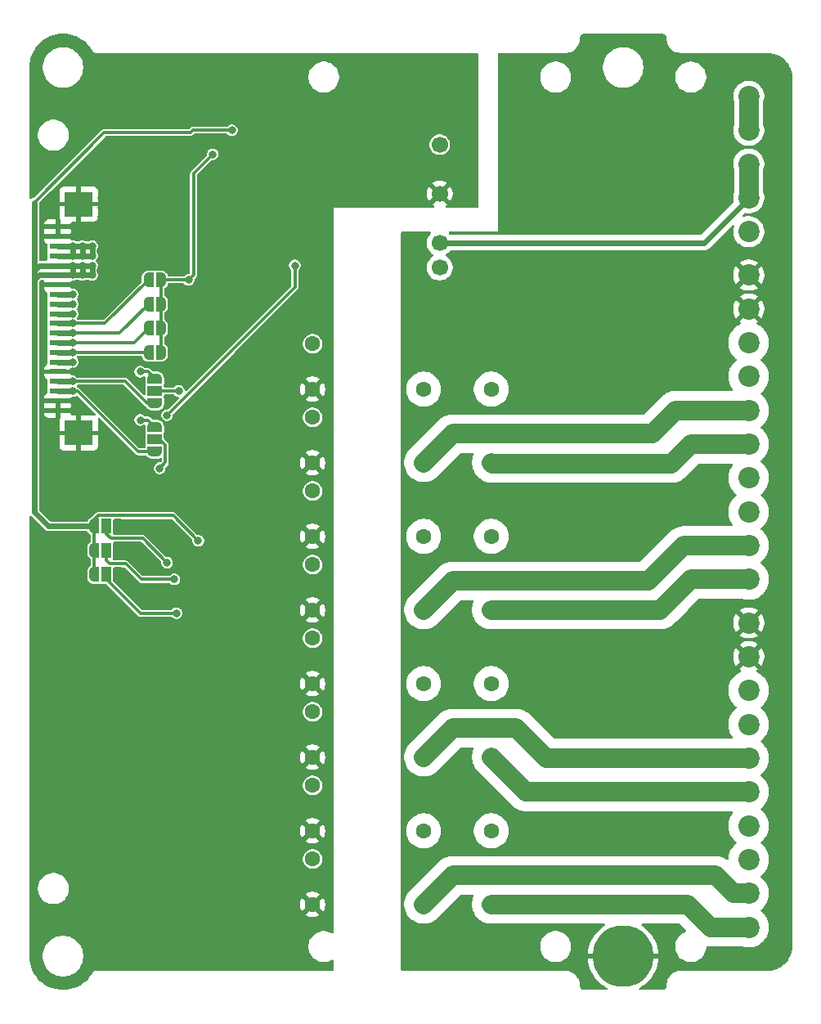
<source format=gbr>
%TF.GenerationSoftware,KiCad,Pcbnew,9.0.5*%
%TF.CreationDate,2025-10-31T12:59:57+03:00*%
%TF.ProjectId,PMCNV-RQ8,504d434e-562d-4525-9138-2e6b69636164,rev?*%
%TF.SameCoordinates,Original*%
%TF.FileFunction,Copper,L2,Bot*%
%TF.FilePolarity,Positive*%
%FSLAX46Y46*%
G04 Gerber Fmt 4.6, Leading zero omitted, Abs format (unit mm)*
G04 Created by KiCad (PCBNEW 9.0.5) date 2025-10-31 12:59:57*
%MOMM*%
%LPD*%
G01*
G04 APERTURE LIST*
G04 Aperture macros list*
%AMFreePoly0*
4,1,23,0.550000,-0.750000,0.000000,-0.750000,0.000000,-0.745722,-0.065263,-0.745722,-0.191342,-0.711940,-0.304381,-0.646677,-0.396677,-0.554381,-0.461940,-0.441342,-0.495722,-0.315263,-0.495722,-0.250000,-0.500000,-0.250000,-0.500000,0.250000,-0.495722,0.250000,-0.495722,0.315263,-0.461940,0.441342,-0.396677,0.554381,-0.304381,0.646677,-0.191342,0.711940,-0.065263,0.745722,0.000000,0.745722,
0.000000,0.750000,0.550000,0.750000,0.550000,-0.750000,0.550000,-0.750000,$1*%
%AMFreePoly1*
4,1,23,0.000000,0.745722,0.065263,0.745722,0.191342,0.711940,0.304381,0.646677,0.396677,0.554381,0.461940,0.441342,0.495722,0.315263,0.495722,0.250000,0.500000,0.250000,0.500000,-0.250000,0.495722,-0.250000,0.495722,-0.315263,0.461940,-0.441342,0.396677,-0.554381,0.304381,-0.646677,0.191342,-0.711940,0.065263,-0.745722,0.000000,-0.745722,0.000000,-0.750000,-0.550000,-0.750000,
-0.550000,0.750000,0.000000,0.750000,0.000000,0.745722,0.000000,0.745722,$1*%
%AMFreePoly2*
4,1,23,0.500000,-0.750000,0.000000,-0.750000,0.000000,-0.745722,-0.065263,-0.745722,-0.191342,-0.711940,-0.304381,-0.646677,-0.396677,-0.554381,-0.461940,-0.441342,-0.495722,-0.315263,-0.495722,-0.250000,-0.500000,-0.250000,-0.500000,0.250000,-0.495722,0.250000,-0.495722,0.315263,-0.461940,0.441342,-0.396677,0.554381,-0.304381,0.646677,-0.191342,0.711940,-0.065263,0.745722,0.000000,0.745722,
0.000000,0.750000,0.500000,0.750000,0.500000,-0.750000,0.500000,-0.750000,$1*%
%AMFreePoly3*
4,1,23,0.000000,0.745722,0.065263,0.745722,0.191342,0.711940,0.304381,0.646677,0.396677,0.554381,0.461940,0.441342,0.495722,0.315263,0.495722,0.250000,0.500000,0.250000,0.500000,-0.250000,0.495722,-0.250000,0.495722,-0.315263,0.461940,-0.441342,0.396677,-0.554381,0.304381,-0.646677,0.191342,-0.711940,0.065263,-0.745722,0.000000,-0.745722,0.000000,-0.750000,-0.500000,-0.750000,
-0.500000,0.750000,0.000000,0.750000,0.000000,0.745722,0.000000,0.745722,$1*%
G04 Aperture macros list end*
%TA.AperFunction,ComponentPad*%
%ADD10C,1.608000*%
%TD*%
%TA.AperFunction,ComponentPad*%
%ADD11C,2.200000*%
%TD*%
%TA.AperFunction,ComponentPad*%
%ADD12C,1.700000*%
%TD*%
%TA.AperFunction,ComponentPad*%
%ADD13O,6.350000X6.350000*%
%TD*%
%TA.AperFunction,SMDPad,CuDef*%
%ADD14R,1.800000X0.600000*%
%TD*%
%TA.AperFunction,SMDPad,CuDef*%
%ADD15R,3.000000X2.600000*%
%TD*%
%TA.AperFunction,SMDPad,CuDef*%
%ADD16FreePoly0,90.000000*%
%TD*%
%TA.AperFunction,SMDPad,CuDef*%
%ADD17R,1.500000X1.000000*%
%TD*%
%TA.AperFunction,SMDPad,CuDef*%
%ADD18FreePoly1,90.000000*%
%TD*%
%TA.AperFunction,SMDPad,CuDef*%
%ADD19FreePoly2,0.000000*%
%TD*%
%TA.AperFunction,SMDPad,CuDef*%
%ADD20FreePoly3,0.000000*%
%TD*%
%TA.AperFunction,SMDPad,CuDef*%
%ADD21FreePoly0,180.000000*%
%TD*%
%TA.AperFunction,SMDPad,CuDef*%
%ADD22R,1.000000X1.500000*%
%TD*%
%TA.AperFunction,SMDPad,CuDef*%
%ADD23FreePoly1,180.000000*%
%TD*%
%TA.AperFunction,ViaPad*%
%ADD24C,0.800000*%
%TD*%
%TA.AperFunction,Conductor*%
%ADD25C,2.000000*%
%TD*%
%TA.AperFunction,Conductor*%
%ADD26C,0.600000*%
%TD*%
%TA.AperFunction,Conductor*%
%ADD27C,0.300000*%
%TD*%
G04 APERTURE END LIST*
D10*
%TO.P,K4,1,1*%
%TO.N,GND_MCU*%
X-10160000Y-10160000D03*
%TO.P,K4,2,2*%
%TO.N,Net-(J7-Pin_2)*%
X1340000Y-10160000D03*
%TO.P,K4,3,3*%
%TO.N,Net-(J7-Pin_1)*%
X8340000Y-10160000D03*
%TO.P,K4,4,4*%
%TO.N,/K4*%
X-10160000Y-5460000D03*
%TD*%
%TO.P,K5,1,1*%
%TO.N,GND_MCU*%
X-10160000Y-17780000D03*
%TO.P,K5,2,2*%
%TO.N,Net-(J8-Pin_8)*%
X1340000Y-17780000D03*
%TO.P,K5,3,3*%
%TO.N,Net-(J8-Pin_7)*%
X8340000Y-17780000D03*
%TO.P,K5,4,4*%
%TO.N,/K5*%
X-10160000Y-13080000D03*
%TD*%
%TO.P,K6,1,1*%
%TO.N,GND_MCU*%
X-10160000Y-25400000D03*
%TO.P,K6,2,2*%
%TO.N,Net-(J8-Pin_6)*%
X1340000Y-25400000D03*
%TO.P,K6,3,3*%
%TO.N,Net-(J8-Pin_5)*%
X8340000Y-25400000D03*
%TO.P,K6,4,4*%
%TO.N,/K6*%
X-10160000Y-20700000D03*
%TD*%
%TO.P,K8,1,1*%
%TO.N,GND_MCU*%
X-10160000Y-40640000D03*
%TO.P,K8,2,2*%
%TO.N,Net-(J8-Pin_2)*%
X1340000Y-40640000D03*
%TO.P,K8,3,3*%
%TO.N,Net-(J8-Pin_1)*%
X8340000Y-40640000D03*
%TO.P,K8,4,4*%
%TO.N,/K8*%
X-10160000Y-35940000D03*
%TD*%
%TO.P,K1,1,1*%
%TO.N,GND_MCU*%
X-10160000Y12700000D03*
%TO.P,K1,2,2*%
%TO.N,Net-(J7-Pin_8)*%
X1340000Y12700000D03*
%TO.P,K1,3,3*%
%TO.N,Net-(J7-Pin_7)*%
X8340000Y12700000D03*
%TO.P,K1,4,4*%
%TO.N,/K1*%
X-10160000Y17400000D03*
%TD*%
D11*
%TO.P,J6,1,Pin_1*%
%TO.N,unconnected-(J6-Pin_1-Pad1)*%
X35000000Y29000000D03*
%TO.P,J6,2,Pin_2*%
%TO.N,GND_CNV*%
X35000000Y32500000D03*
%TO.P,J6,3,Pin_3*%
X35000000Y36000000D03*
%TO.P,J6,4,Pin_4*%
%TO.N,+24V_CNV*%
X35000000Y39500000D03*
%TO.P,J6,5,Pin_5*%
X35000000Y43000000D03*
%TD*%
%TO.P,J8,1,Pin_1*%
%TO.N,Net-(J8-Pin_1)*%
X35000000Y-43000000D03*
%TO.P,J8,2,Pin_2*%
%TO.N,Net-(J8-Pin_2)*%
X35000000Y-39500000D03*
%TO.P,J8,3,Pin_3*%
%TO.N,Net-(J8-Pin_3)*%
X35000000Y-36000000D03*
%TO.P,J8,4,Pin_4*%
%TO.N,Net-(J8-Pin_4)*%
X35000000Y-32500000D03*
%TO.P,J8,5,Pin_5*%
%TO.N,Net-(J8-Pin_5)*%
X35000000Y-29000000D03*
%TO.P,J8,6,Pin_6*%
%TO.N,Net-(J8-Pin_6)*%
X35000000Y-25500000D03*
%TO.P,J8,7,Pin_7*%
%TO.N,Net-(J8-Pin_7)*%
X35000000Y-22000000D03*
%TO.P,J8,8,Pin_8*%
%TO.N,Net-(J8-Pin_8)*%
X35000000Y-18500000D03*
%TO.P,J8,9,Pin_9*%
%TO.N,PE*%
X35000000Y-15000000D03*
%TO.P,J8,10,Pin_10*%
X35000000Y-11500000D03*
%TD*%
D10*
%TO.P,K7,1,1*%
%TO.N,GND_MCU*%
X-10160000Y-33020000D03*
%TO.P,K7,2,2*%
%TO.N,Net-(J8-Pin_4)*%
X1340000Y-33020000D03*
%TO.P,K7,3,3*%
%TO.N,Net-(J8-Pin_3)*%
X8340000Y-33020000D03*
%TO.P,K7,4,4*%
%TO.N,/K7*%
X-10160000Y-28320000D03*
%TD*%
D12*
%TO.P,PS1,1,Vin*%
%TO.N,+24V_CNV*%
X3000000Y25300000D03*
%TO.P,PS1,2,GND*%
%TO.N,GND_CNV*%
X3000000Y27840000D03*
%TO.P,PS1,4,0V*%
%TO.N,GND_MCU*%
X3000000Y32920000D03*
%TO.P,PS1,6,+V*%
%TO.N,+5V_EXT*%
X3000000Y38000000D03*
%TD*%
D13*
%TO.P,PE1,1*%
%TO.N,PE*%
X22000000Y-46000000D03*
%TD*%
D10*
%TO.P,K3,1,1*%
%TO.N,GND_MCU*%
X-10160000Y-2540000D03*
%TO.P,K3,2,2*%
%TO.N,Net-(J7-Pin_4)*%
X1340000Y-2540000D03*
%TO.P,K3,3,3*%
%TO.N,Net-(J7-Pin_3)*%
X8340000Y-2540000D03*
%TO.P,K3,4,4*%
%TO.N,/K3*%
X-10160000Y2160000D03*
%TD*%
%TO.P,K2,1,1*%
%TO.N,GND_MCU*%
X-10160000Y5080000D03*
%TO.P,K2,2,2*%
%TO.N,Net-(J7-Pin_6)*%
X1340000Y5080000D03*
%TO.P,K2,3,3*%
%TO.N,Net-(J7-Pin_5)*%
X8340000Y5080000D03*
%TO.P,K2,4,4*%
%TO.N,/K2*%
X-10160000Y9780000D03*
%TD*%
D11*
%TO.P,J7,1,Pin_1*%
%TO.N,Net-(J7-Pin_1)*%
X35000000Y-7000000D03*
%TO.P,J7,2,Pin_2*%
%TO.N,Net-(J7-Pin_2)*%
X35000000Y-3500000D03*
%TO.P,J7,3,Pin_3*%
%TO.N,Net-(J7-Pin_3)*%
X35000000Y0D03*
%TO.P,J7,4,Pin_4*%
%TO.N,Net-(J7-Pin_4)*%
X35000000Y3500000D03*
%TO.P,J7,5,Pin_5*%
%TO.N,Net-(J7-Pin_5)*%
X35000000Y7000000D03*
%TO.P,J7,6,Pin_6*%
%TO.N,Net-(J7-Pin_6)*%
X35000000Y10500000D03*
%TO.P,J7,7,Pin_7*%
%TO.N,Net-(J7-Pin_7)*%
X35000000Y14000000D03*
%TO.P,J7,8,Pin_8*%
%TO.N,Net-(J7-Pin_8)*%
X35000000Y17500000D03*
%TO.P,J7,9,Pin_9*%
%TO.N,PE*%
X35000000Y21000000D03*
%TO.P,J7,10,Pin_10*%
X35000000Y24500000D03*
%TD*%
D14*
%TO.P,JM2,1,Pin_1*%
%TO.N,GND_MCU*%
X-36546000Y29500000D03*
%TO.P,JM2,2,Pin_2*%
X-36546000Y28500000D03*
%TO.P,JM2,3,Pin_3*%
%TO.N,+5V_MCU*%
X-36546000Y27500000D03*
%TO.P,JM2,4,Pin_4*%
X-36546000Y26500000D03*
%TO.P,JM2,5,Pin_5*%
%TO.N,+3.3V_MCU*%
X-36546000Y25500000D03*
%TO.P,JM2,6,Pin_6*%
X-36546000Y24500000D03*
%TO.P,JM2,7,Pin_7*%
%TO.N,GND_MCU*%
X-36546000Y23500000D03*
%TO.P,JM2,8,Pin_8*%
%TO.N,/MOSI_MCU*%
X-36546000Y22500000D03*
%TO.P,JM2,9,Pin_9*%
%TO.N,/MISO_MCU*%
X-36546000Y21500000D03*
%TO.P,JM2,10,Pin_10*%
%TO.N,/SCK_MCU*%
X-36546000Y20500000D03*
%TO.P,JM2,11,Pin_11*%
%TO.N,/CS0_MCU*%
X-36546000Y19500000D03*
%TO.P,JM2,12,Pin_11*%
%TO.N,/CS1_MCU*%
X-36546000Y18500000D03*
%TO.P,JM2,13,Pin_11*%
%TO.N,/CS2_MCU*%
X-36546000Y17500000D03*
%TO.P,JM2,14,Pin_11*%
%TO.N,/CS3_MCU*%
X-36546000Y16500000D03*
%TO.P,JM2,15,Pin_11*%
%TO.N,/RST*%
X-36546000Y15500000D03*
%TO.P,JM2,16,Pin_11*%
%TO.N,GND_MCU*%
X-36546000Y14500000D03*
%TO.P,JM2,17,Pin_11*%
%TO.N,/SDA_MCU*%
X-36546000Y13500000D03*
%TO.P,JM2,18,Pin_11*%
%TO.N,/SCL_MCU*%
X-36546000Y12500000D03*
%TO.P,JM2,19,Pin_11*%
%TO.N,GND_MCU*%
X-36546000Y11500000D03*
%TO.P,JM2,20,Pin_11*%
X-36546000Y10500000D03*
D15*
%TO.P,JM2,MP1,Pin_11*%
X-34375000Y31850000D03*
%TO.P,JM2,MP2,Pin_11*%
X-34375000Y8150000D03*
%TD*%
D16*
%TO.P,JP9,1,A*%
%TO.N,/SCL_MCU*%
X-26500000Y6200000D03*
D17*
%TO.P,JP9,2,C*%
%TO.N,Net-(JP9-C)*%
X-26500000Y7500000D03*
D18*
%TO.P,JP9,3,B*%
%TO.N,/SCK_MCU*%
X-26500000Y8800000D03*
%TD*%
D19*
%TO.P,JP3,1,A*%
%TO.N,/CS2_MCU*%
X-27150000Y19000000D03*
D20*
%TO.P,JP3,2,B*%
%TO.N,/CS_MCU*%
X-25850000Y19000000D03*
%TD*%
D21*
%TO.P,JP6,1,A*%
%TO.N,GND_MCU*%
X-30200000Y-4000000D03*
D22*
%TO.P,JP6,2,C*%
%TO.N,/A1*%
X-31500000Y-4000000D03*
D23*
%TO.P,JP6,3,B*%
%TO.N,+3.3V_MCU*%
X-32800000Y-4000000D03*
%TD*%
D19*
%TO.P,JP4,1,A*%
%TO.N,/CS3_MCU*%
X-27150000Y16500000D03*
D20*
%TO.P,JP4,2,B*%
%TO.N,/CS_MCU*%
X-25850000Y16500000D03*
%TD*%
D19*
%TO.P,JP2,1,A*%
%TO.N,/CS1_MCU*%
X-27150000Y21500000D03*
D20*
%TO.P,JP2,2,B*%
%TO.N,/CS_MCU*%
X-25850000Y21500000D03*
%TD*%
D21*
%TO.P,JP5,1,A*%
%TO.N,GND_MCU*%
X-30200000Y-1500000D03*
D22*
%TO.P,JP5,2,C*%
%TO.N,/A0*%
X-31500000Y-1500000D03*
D23*
%TO.P,JP5,3,B*%
%TO.N,+3.3V_MCU*%
X-32800000Y-1500000D03*
%TD*%
D21*
%TO.P,JP7,1,A*%
%TO.N,GND_MCU*%
X-30200000Y-6500000D03*
D22*
%TO.P,JP7,2,C*%
%TO.N,/A2*%
X-31500000Y-6500000D03*
D23*
%TO.P,JP7,3,B*%
%TO.N,+3.3V_MCU*%
X-32800000Y-6500000D03*
%TD*%
D19*
%TO.P,JP1,1,A*%
%TO.N,/CS0_MCU*%
X-27150000Y24000000D03*
D20*
%TO.P,JP1,2,B*%
%TO.N,/CS_MCU*%
X-25850000Y24000000D03*
%TD*%
D16*
%TO.P,JP8,1,A*%
%TO.N,/SDA_MCU*%
X-26500000Y11200000D03*
D17*
%TO.P,JP8,2,C*%
%TO.N,Net-(JP8-C)*%
X-26500000Y12500000D03*
D18*
%TO.P,JP8,3,B*%
%TO.N,/MOSI_MCU*%
X-26500000Y13800000D03*
%TD*%
D24*
%TO.N,+5V_MCU*%
X-33000000Y27500000D03*
X-33000000Y26500000D03*
X-34000000Y27500000D03*
X-35000000Y26500000D03*
X-35000000Y27500000D03*
X-34000000Y26500000D03*
%TO.N,GND_MCU*%
X-12000000Y35500000D03*
X-34000000Y5500000D03*
X-36000000Y5500000D03*
X-32000000Y31500000D03*
X-38500000Y-33000000D03*
X-37000000Y42500000D03*
X-32000000Y32500000D03*
X-32000000Y33500000D03*
X-35000000Y28500000D03*
X-35000000Y14500000D03*
X-37500000Y-34000000D03*
X-10000000Y35500000D03*
X-35000000Y23500000D03*
X-35000000Y5500000D03*
X-35000000Y29500000D03*
X-35000000Y11500000D03*
X-33000000Y5500000D03*
X-38500000Y-35000000D03*
X-32000000Y30500000D03*
X-11000000Y35500000D03*
X-35000000Y10500000D03*
X-36500000Y-35000000D03*
X-36500000Y-33000000D03*
X-38500000Y42500000D03*
%TO.N,+3.3V_MCU*%
X-35000000Y25500000D03*
X-33000000Y25500000D03*
X-35000000Y24500000D03*
X-33000000Y24500000D03*
X-18500000Y39500000D03*
X-34000000Y25500000D03*
X-34000000Y24500000D03*
X-22000000Y-3000000D03*
%TO.N,/A1*%
X-24475000Y-7000000D03*
%TO.N,/A2*%
X-24250000Y-10500000D03*
%TO.N,/A0*%
X-25225000Y-5275000D03*
%TO.N,/CS3_MCU*%
X-35000000Y16500000D03*
%TO.N,/CS0_MCU*%
X-35000000Y19500000D03*
%TO.N,/SCL_MCU*%
X-35000000Y12500000D03*
%TO.N,/SCK_MCU*%
X-35000000Y20500000D03*
X-28000000Y9500000D03*
%TO.N,/CS2_MCU*%
X-35000000Y17500000D03*
%TO.N,/MISO_MCU*%
X-12000000Y25500000D03*
X-25224998Y10000000D03*
X-35000000Y21500000D03*
%TO.N,/CS1_MCU*%
X-35000000Y18500000D03*
%TO.N,/SDA_MCU*%
X-35000000Y13500000D03*
%TO.N,/MOSI_MCU*%
X-28000000Y14500000D03*
X-35000000Y22500000D03*
%TO.N,/CS_MCU*%
X-23000000Y24000000D03*
X-20500000Y37000000D03*
%TO.N,Net-(JP8-C)*%
X-24000000Y12500000D03*
%TO.N,Net-(JP9-C)*%
X-26000000Y4500000D03*
%TO.N,/RST*%
X-35000000Y15500000D03*
%TD*%
D25*
%TO.N,Net-(J7-Pin_2)*%
X4341000Y-7159000D02*
X24596946Y-7159000D01*
X24596946Y-7159000D02*
X28255946Y-3500000D01*
X28255946Y-3500000D02*
X35000000Y-3500000D01*
X1340000Y-10160000D02*
X4341000Y-7159000D01*
%TO.N,Net-(J7-Pin_1)*%
X25840000Y-10160000D02*
X29000000Y-7000000D01*
X8340000Y-10160000D02*
X25840000Y-10160000D01*
X29000000Y-7000000D02*
X35000000Y-7000000D01*
%TO.N,Net-(J7-Pin_5)*%
X27000000Y5000000D02*
X29000000Y7000000D01*
X29000000Y7000000D02*
X35000000Y7000000D01*
X8420000Y5000000D02*
X27000000Y5000000D01*
X8340000Y5080000D02*
X8420000Y5000000D01*
%TO.N,Net-(J7-Pin_6)*%
X1340000Y5080000D02*
X4341000Y8081000D01*
X27419000Y10500000D02*
X35000000Y10500000D01*
X25000000Y8081000D02*
X27419000Y10500000D01*
X4341000Y8081000D02*
X25000000Y8081000D01*
%TO.N,Net-(J8-Pin_1)*%
X31057262Y-43000000D02*
X35000000Y-43000000D01*
X28697262Y-40640000D02*
X31057262Y-43000000D01*
X8340000Y-40640000D02*
X28697262Y-40640000D01*
%TO.N,Net-(J8-Pin_5)*%
X11940000Y-29000000D02*
X35000000Y-29000000D01*
X8340000Y-25400000D02*
X11940000Y-29000000D01*
%TO.N,Net-(J8-Pin_6)*%
X14000000Y-25500000D02*
X35000000Y-25500000D01*
X10899000Y-22399000D02*
X14000000Y-25500000D01*
X1340000Y-25400000D02*
X4341000Y-22399000D01*
X4341000Y-22399000D02*
X10899000Y-22399000D01*
%TO.N,Net-(J8-Pin_2)*%
X4341000Y-37639000D02*
X31583366Y-37639000D01*
X31583366Y-37639000D02*
X33444366Y-39500000D01*
X1340000Y-40640000D02*
X4341000Y-37639000D01*
X33444366Y-39500000D02*
X35000000Y-39500000D01*
D26*
%TO.N,+5V_MCU*%
X-36546000Y27500000D02*
X-35000000Y27500000D01*
X-34000000Y26500000D02*
X-33000000Y26500000D01*
X-35000000Y26500000D02*
X-34000000Y26500000D01*
X-35000000Y27500000D02*
X-35000000Y26500000D01*
X-36546000Y26500000D02*
X-35000000Y26500000D01*
X-35000000Y27500000D02*
X-34000000Y27500000D01*
X-33000000Y27500000D02*
X-33000000Y26500000D01*
X-34000000Y27500000D02*
X-34000000Y26500000D01*
X-34000000Y27500000D02*
X-33000000Y27500000D01*
D27*
%TO.N,+3.3V_MCU*%
X-32800000Y-1500000D02*
X-32800000Y-6500000D01*
X-32800000Y-1500000D02*
X-32800000Y-848000D01*
X-24606000Y-394000D02*
X-22000000Y-3000000D01*
X-39000000Y32000000D02*
X-31751000Y39249000D01*
D26*
X-39000000Y32000000D02*
X-39000000Y26500000D01*
X-39000000Y24000000D02*
X-39000000Y14500000D01*
D27*
X-31751000Y39249000D02*
X-22813075Y39249000D01*
D26*
X-34000000Y24500000D02*
X-35000000Y24500000D01*
X-36546000Y24500000D02*
X-38500000Y24500000D01*
D27*
X-32346000Y-394000D02*
X-24606000Y-394000D01*
D26*
X-38500000Y24500000D02*
X-39000000Y24000000D01*
X-34000000Y25500000D02*
X-35000000Y25500000D01*
X-37500000Y-1500000D02*
X-32800000Y-1500000D01*
X-35000000Y25500000D02*
X-35000000Y24500000D01*
X-36546000Y25500000D02*
X-38500000Y25500000D01*
X-35000000Y25500000D02*
X-36546000Y25500000D01*
X-39000000Y14500000D02*
X-39000000Y0D01*
D27*
X-22562075Y39500000D02*
X-18500000Y39500000D01*
D26*
X-33000000Y25500000D02*
X-33000000Y24500000D01*
X-39000000Y0D02*
X-37500000Y-1500000D01*
D27*
X-22813075Y39249000D02*
X-22562075Y39500000D01*
X-32800000Y-848000D02*
X-32346000Y-394000D01*
D26*
X-33000000Y25500000D02*
X-34000000Y25500000D01*
X-38500000Y25500000D02*
X-39000000Y25000000D01*
X-33000000Y24500000D02*
X-34000000Y24500000D01*
X-35000000Y24500000D02*
X-36546000Y24500000D01*
X-34000000Y25500000D02*
X-34000000Y24500000D01*
X-39000000Y25000000D02*
X-39000000Y24000000D01*
X-39000000Y26500000D02*
X-39000000Y25000000D01*
D27*
%TO.N,/A1*%
X-24475000Y-7000000D02*
X-27894000Y-7000000D01*
X-29500000Y-5394000D02*
X-31156000Y-5394000D01*
X-31156000Y-5394000D02*
X-31500000Y-5050000D01*
X-27894000Y-7000000D02*
X-29500000Y-5394000D01*
X-31500000Y-5050000D02*
X-31500000Y-4000000D01*
%TO.N,/A2*%
X-24250000Y-10500000D02*
X-28003462Y-10500000D01*
X-31500000Y-7003462D02*
X-31500000Y-6500000D01*
X-28003462Y-10500000D02*
X-31500000Y-7003462D01*
%TO.N,/A0*%
X-25225000Y-5275000D02*
X-27750000Y-2750000D01*
X-27750000Y-2750000D02*
X-31041462Y-2750000D01*
X-31500000Y-2291462D02*
X-31500000Y-1500000D01*
X-31041462Y-2750000D02*
X-31500000Y-2291462D01*
D26*
%TO.N,/CS3_MCU*%
X-35000000Y16500000D02*
X-36546000Y16500000D01*
D27*
X-27150000Y16500000D02*
X-35000000Y16500000D01*
%TO.N,/CS0_MCU*%
X-31650000Y19500000D02*
X-35000000Y19500000D01*
X-27150000Y24000000D02*
X-31650000Y19500000D01*
D26*
X-35000000Y19500000D02*
X-36546000Y19500000D01*
%TO.N,/SCL_MCU*%
X-35000000Y12500000D02*
X-36546000Y12500000D01*
D27*
X-34500000Y12500000D02*
X-28200000Y6200000D01*
X-35000000Y12500000D02*
X-34500000Y12500000D01*
X-28200000Y6200000D02*
X-26500000Y6200000D01*
%TO.N,/SCK_MCU*%
X-27200000Y9500000D02*
X-26500000Y8800000D01*
D26*
X-35000000Y20500000D02*
X-36546000Y20500000D01*
D27*
X-28000000Y9500000D02*
X-27200000Y9500000D01*
%TO.N,/CS2_MCU*%
X-28650000Y17500000D02*
X-27150000Y19000000D01*
X-35000000Y17500000D02*
X-28650000Y17500000D01*
D26*
X-35000000Y17500000D02*
X-36546000Y17500000D01*
D27*
%TO.N,/MISO_MCU*%
X-25224998Y10000000D02*
X-12000000Y23224998D01*
X-12000000Y23224998D02*
X-12000000Y25500000D01*
D26*
X-35000000Y21500000D02*
X-36546000Y21500000D01*
%TO.N,/CS1_MCU*%
X-35000000Y18500000D02*
X-36546000Y18500000D01*
D27*
X-30150000Y18500000D02*
X-35000000Y18500000D01*
X-27150000Y21500000D02*
X-30150000Y18500000D01*
%TO.N,/SDA_MCU*%
X-29555000Y13500000D02*
X-27255000Y11200000D01*
X-35000000Y13500000D02*
X-29555000Y13500000D01*
X-27255000Y11200000D02*
X-26500000Y11200000D01*
D26*
X-35000000Y13500000D02*
X-36546000Y13500000D01*
D27*
%TO.N,/MOSI_MCU*%
X-27200000Y14500000D02*
X-26500000Y13800000D01*
X-28000000Y14500000D02*
X-27200000Y14500000D01*
D26*
X-35000000Y22500000D02*
X-36546000Y22500000D01*
D27*
%TO.N,/CS_MCU*%
X-20500000Y37000000D02*
X-22500000Y35000000D01*
X-25850000Y24000000D02*
X-25850000Y21500000D01*
X-22500000Y24500000D02*
X-23000000Y24000000D01*
X-25850000Y22000000D02*
X-25850000Y19000000D01*
X-25850000Y19000000D02*
X-25850000Y16000000D01*
X-22500000Y35000000D02*
X-22500000Y24500000D01*
X-23000000Y24000000D02*
X-25850000Y24000000D01*
%TO.N,Net-(JP8-C)*%
X-26500000Y12500000D02*
X-24000000Y12500000D01*
%TO.N,Net-(JP9-C)*%
X-25394000Y6897462D02*
X-25394000Y5106000D01*
X-26500000Y7500000D02*
X-25996538Y7500000D01*
X-25394000Y5106000D02*
X-26000000Y4500000D01*
X-25996538Y7500000D02*
X-25394000Y6897462D01*
D26*
%TO.N,/RST*%
X-35000000Y15500000D02*
X-36546000Y15500000D01*
D25*
%TO.N,+24V_CNV*%
X35000000Y43000000D02*
X35000000Y39500000D01*
D26*
%TO.N,GND_CNV*%
X3000000Y27840000D02*
X30340000Y27840000D01*
X30340000Y27840000D02*
X35000000Y32500000D01*
D25*
X35000000Y36000000D02*
X35000000Y32500000D01*
%TD*%
%TA.AperFunction,Conductor*%
%TO.N,GND_MCU*%
G36*
X-35672900Y49483902D02*
G01*
X-35661155Y49482779D01*
X-35342866Y49436967D01*
X-35331288Y49434733D01*
X-35018801Y49358842D01*
X-35007498Y49355520D01*
X-34703637Y49250233D01*
X-34692689Y49245845D01*
X-34448813Y49134336D01*
X-34400247Y49112130D01*
X-34389751Y49106712D01*
X-34354412Y49086283D01*
X-34111353Y48945774D01*
X-34101447Y48939399D01*
X-33839629Y48752701D01*
X-33830357Y48745399D01*
X-33783978Y48705150D01*
X-33587496Y48534638D01*
X-33578953Y48526479D01*
X-33357257Y48293572D01*
X-33349536Y48284646D01*
X-33150989Y48031676D01*
X-33144158Y48022061D01*
X-32968997Y47748870D01*
X-32965926Y47743820D01*
X-32934527Y47689294D01*
X-32934525Y47689292D01*
X-32841447Y47596007D01*
X-32841441Y47596003D01*
X-32727391Y47529987D01*
X-32727388Y47529986D01*
X-32600132Y47495737D01*
X-32468348Y47495591D01*
X-32468338Y47495594D01*
X-32460292Y47496643D01*
X-32460275Y47496507D01*
X-32437440Y47499500D01*
X6876000Y47499500D01*
X6943039Y47479815D01*
X6988794Y47427011D01*
X7000000Y47375500D01*
X7000000Y31624000D01*
X6980315Y31556961D01*
X6927511Y31511206D01*
X6876000Y31500000D01*
X3703220Y31500000D01*
X3636181Y31519685D01*
X3590426Y31572489D01*
X3580482Y31641647D01*
X3609507Y31705203D01*
X3646925Y31734485D01*
X3707554Y31765378D01*
X3761716Y31804730D01*
X3761717Y31804730D01*
X3129408Y32437038D01*
X3192993Y32454075D01*
X3307007Y32519901D01*
X3400099Y32612993D01*
X3465925Y32727007D01*
X3482962Y32790592D01*
X4115270Y32158283D01*
X4115270Y32158284D01*
X4154622Y32212446D01*
X4251095Y32401783D01*
X4316757Y32603870D01*
X4316757Y32603873D01*
X4350000Y32813754D01*
X4350000Y33026247D01*
X4316757Y33236128D01*
X4316757Y33236131D01*
X4251095Y33438218D01*
X4154624Y33627551D01*
X4115270Y33681718D01*
X4115269Y33681718D01*
X3482962Y33049410D01*
X3465925Y33112993D01*
X3400099Y33227007D01*
X3307007Y33320099D01*
X3192993Y33385925D01*
X3129409Y33402963D01*
X3761716Y34035272D01*
X3707550Y34074625D01*
X3518217Y34171096D01*
X3316129Y34236758D01*
X3106246Y34270000D01*
X2893754Y34270000D01*
X2683872Y34236758D01*
X2683869Y34236758D01*
X2481782Y34171096D01*
X2292439Y34074620D01*
X2238282Y34035273D01*
X2238282Y34035272D01*
X2870591Y33402963D01*
X2807007Y33385925D01*
X2692993Y33320099D01*
X2599901Y33227007D01*
X2534075Y33112993D01*
X2517037Y33049409D01*
X1884728Y33681718D01*
X1884727Y33681718D01*
X1845380Y33627561D01*
X1748904Y33438218D01*
X1683242Y33236131D01*
X1683242Y33236128D01*
X1650000Y33026247D01*
X1650000Y32813754D01*
X1683242Y32603873D01*
X1683242Y32603870D01*
X1748904Y32401783D01*
X1845375Y32212450D01*
X1884728Y32158284D01*
X2517037Y32790592D01*
X2534075Y32727007D01*
X2599901Y32612993D01*
X2692993Y32519901D01*
X2807007Y32454075D01*
X2870590Y32437038D01*
X2238282Y31804731D01*
X2238282Y31804730D01*
X2292449Y31765376D01*
X2353075Y31734485D01*
X2403871Y31686510D01*
X2420666Y31618689D01*
X2398129Y31552554D01*
X2343413Y31509103D01*
X2296780Y31500000D01*
X-8000000Y31500000D01*
X-8000000Y-43510892D01*
X-8019685Y-43577931D01*
X-8072489Y-43623686D01*
X-8141647Y-43633630D01*
X-8180295Y-43621377D01*
X-8385617Y-43516761D01*
X-8385618Y-43516760D01*
X-8385621Y-43516759D01*
X-8625215Y-43438910D01*
X-8874038Y-43399500D01*
X-9125962Y-43399500D01*
X-9179407Y-43407965D01*
X-9374786Y-43438910D01*
X-9614384Y-43516760D01*
X-9838849Y-43631132D01*
X-10042650Y-43779201D01*
X-10042655Y-43779205D01*
X-10220795Y-43957345D01*
X-10220799Y-43957350D01*
X-10368868Y-44161151D01*
X-10483240Y-44385616D01*
X-10561090Y-44625214D01*
X-10600500Y-44874038D01*
X-10600500Y-45125961D01*
X-10561090Y-45374785D01*
X-10483240Y-45614383D01*
X-10368868Y-45838848D01*
X-10220799Y-46042649D01*
X-10220795Y-46042654D01*
X-10042655Y-46220794D01*
X-10042650Y-46220798D01*
X-9864883Y-46349952D01*
X-9838845Y-46368870D01*
X-9695816Y-46441747D01*
X-9614384Y-46483239D01*
X-9614382Y-46483239D01*
X-9614379Y-46483241D01*
X-9374785Y-46561090D01*
X-9125962Y-46600500D01*
X-9125961Y-46600500D01*
X-8874039Y-46600500D01*
X-8874038Y-46600500D01*
X-8625215Y-46561090D01*
X-8385621Y-46483241D01*
X-8180295Y-46378621D01*
X-8111626Y-46365726D01*
X-8046885Y-46392002D01*
X-8006628Y-46449109D01*
X-8000000Y-46489107D01*
X-8000000Y-47375500D01*
X-8019685Y-47442539D01*
X-8072489Y-47488294D01*
X-8124000Y-47499500D01*
X-32601792Y-47499500D01*
X-32729088Y-47533608D01*
X-32843214Y-47599500D01*
X-32936400Y-47692685D01*
X-32967736Y-47746958D01*
X-32971126Y-47752489D01*
X-33165305Y-48051501D01*
X-33172934Y-48062002D01*
X-33395280Y-48336575D01*
X-33403965Y-48346220D01*
X-33653780Y-48596036D01*
X-33663425Y-48604721D01*
X-33937998Y-48827066D01*
X-33948499Y-48834695D01*
X-34244797Y-49027113D01*
X-34256037Y-49033603D01*
X-34570837Y-49194001D01*
X-34582694Y-49199280D01*
X-34912528Y-49325891D01*
X-34924872Y-49329902D01*
X-35266142Y-49421346D01*
X-35278839Y-49424044D01*
X-35627783Y-49479310D01*
X-35640690Y-49480667D01*
X-35993510Y-49499158D01*
X-36006490Y-49499158D01*
X-36359311Y-49480667D01*
X-36372218Y-49479310D01*
X-36721162Y-49424044D01*
X-36733859Y-49421346D01*
X-37075130Y-49329902D01*
X-37087474Y-49325891D01*
X-37417308Y-49199280D01*
X-37429165Y-49194001D01*
X-37559663Y-49127509D01*
X-37743971Y-49033599D01*
X-37755190Y-49027122D01*
X-38051508Y-48834691D01*
X-38062002Y-48827066D01*
X-38336576Y-48604721D01*
X-38346221Y-48596036D01*
X-38596037Y-48346220D01*
X-38604722Y-48336575D01*
X-38720836Y-48193186D01*
X-38827074Y-48061992D01*
X-38834689Y-48051511D01*
X-39027121Y-47755190D01*
X-39033597Y-47743976D01*
X-39194007Y-47429153D01*
X-39199276Y-47417317D01*
X-39325894Y-47087468D01*
X-39329903Y-47075129D01*
X-39345799Y-47015806D01*
X-39421349Y-46733852D01*
X-39424045Y-46721161D01*
X-39431098Y-46676632D01*
X-39473221Y-46410668D01*
X-39479311Y-46372217D01*
X-39480668Y-46359310D01*
X-39499330Y-46003222D01*
X-39499500Y-45996732D01*
X-39499500Y-45862332D01*
X-38100500Y-45862332D01*
X-38100500Y-46137667D01*
X-38100499Y-46137684D01*
X-38064562Y-46410655D01*
X-38064561Y-46410660D01*
X-38064560Y-46410666D01*
X-38043542Y-46489107D01*
X-37993296Y-46676630D01*
X-37887925Y-46931017D01*
X-37887920Y-46931028D01*
X-37808191Y-47069121D01*
X-37750249Y-47169479D01*
X-37750247Y-47169482D01*
X-37750246Y-47169483D01*
X-37582630Y-47387926D01*
X-37582624Y-47387933D01*
X-37387934Y-47582623D01*
X-37387928Y-47582628D01*
X-37169479Y-47750249D01*
X-37016222Y-47838732D01*
X-36931029Y-47887919D01*
X-36931024Y-47887921D01*
X-36931021Y-47887923D01*
X-36676632Y-47993295D01*
X-36410666Y-48064560D01*
X-36137674Y-48100500D01*
X-36137667Y-48100500D01*
X-35862333Y-48100500D01*
X-35862326Y-48100500D01*
X-35589334Y-48064560D01*
X-35323368Y-47993295D01*
X-35068979Y-47887923D01*
X-34830521Y-47750249D01*
X-34612072Y-47582628D01*
X-34417372Y-47387928D01*
X-34249751Y-47169479D01*
X-34112077Y-46931021D01*
X-34006705Y-46676632D01*
X-33935440Y-46410666D01*
X-33899500Y-46137674D01*
X-33899500Y-45862326D01*
X-33935440Y-45589334D01*
X-34006705Y-45323368D01*
X-34112077Y-45068979D01*
X-34112079Y-45068976D01*
X-34112081Y-45068971D01*
X-34161268Y-44983778D01*
X-34249751Y-44830521D01*
X-34417372Y-44612072D01*
X-34417377Y-44612066D01*
X-34612067Y-44417376D01*
X-34612074Y-44417370D01*
X-34830517Y-44249754D01*
X-34830518Y-44249753D01*
X-34830521Y-44249751D01*
X-34925593Y-44194861D01*
X-35068972Y-44112080D01*
X-35068983Y-44112075D01*
X-35323370Y-44006704D01*
X-35492655Y-43961345D01*
X-35589334Y-43935440D01*
X-35589340Y-43935439D01*
X-35589345Y-43935438D01*
X-35862316Y-43899501D01*
X-35862321Y-43899500D01*
X-35862326Y-43899500D01*
X-36137674Y-43899500D01*
X-36137680Y-43899500D01*
X-36137685Y-43899501D01*
X-36410656Y-43935438D01*
X-36410663Y-43935439D01*
X-36410666Y-43935440D01*
X-36466875Y-43950500D01*
X-36676631Y-44006704D01*
X-36931018Y-44112075D01*
X-36931029Y-44112080D01*
X-37169484Y-44249754D01*
X-37387927Y-44417370D01*
X-37387934Y-44417376D01*
X-37582624Y-44612066D01*
X-37582630Y-44612073D01*
X-37750246Y-44830516D01*
X-37887920Y-45068971D01*
X-37887925Y-45068982D01*
X-37993296Y-45323369D01*
X-38064559Y-45589331D01*
X-38064562Y-45589344D01*
X-38100499Y-45862315D01*
X-38100500Y-45862332D01*
X-39499500Y-45862332D01*
X-39499500Y-38874038D01*
X-38600500Y-38874038D01*
X-38600500Y-38921750D01*
X-38600500Y-39125962D01*
X-38584114Y-39229419D01*
X-38561090Y-39374785D01*
X-38483240Y-39614383D01*
X-38368868Y-39838848D01*
X-38220799Y-40042649D01*
X-38220795Y-40042654D01*
X-38042655Y-40220794D01*
X-38042650Y-40220798D01*
X-37930482Y-40302292D01*
X-37838845Y-40368870D01*
X-37695816Y-40441747D01*
X-37614384Y-40483239D01*
X-37614382Y-40483239D01*
X-37614379Y-40483241D01*
X-37374785Y-40561090D01*
X-37125962Y-40600500D01*
X-37125961Y-40600500D01*
X-36874039Y-40600500D01*
X-36874038Y-40600500D01*
X-36625215Y-40561090D01*
X-36552222Y-40537373D01*
X-11464000Y-40537373D01*
X-11464000Y-40742626D01*
X-11431891Y-40945354D01*
X-11368463Y-41140566D01*
X-11275282Y-41323443D01*
X-11242340Y-41368784D01*
X-10683788Y-40810233D01*
X-10672518Y-40852292D01*
X-10600110Y-40977708D01*
X-10497708Y-41080110D01*
X-10372292Y-41152518D01*
X-10330235Y-41163787D01*
X-10888787Y-41722338D01*
X-10888786Y-41722339D01*
X-10843450Y-41755278D01*
X-10660567Y-41848462D01*
X-10465355Y-41911890D01*
X-10262626Y-41944000D01*
X-10057374Y-41944000D01*
X-9854646Y-41911890D01*
X-9659434Y-41848462D01*
X-9476563Y-41755284D01*
X-9476550Y-41755276D01*
X-9431216Y-41722339D01*
X-9431215Y-41722338D01*
X-9989767Y-41163787D01*
X-9947708Y-41152518D01*
X-9822292Y-41080110D01*
X-9719890Y-40977708D01*
X-9647482Y-40852292D01*
X-9636213Y-40810233D01*
X-9077662Y-41368785D01*
X-9077661Y-41368784D01*
X-9044724Y-41323450D01*
X-9044716Y-41323437D01*
X-8951538Y-41140566D01*
X-8888110Y-40945354D01*
X-8856000Y-40742626D01*
X-8856000Y-40537373D01*
X-8888110Y-40334645D01*
X-8951538Y-40139433D01*
X-9044722Y-39956550D01*
X-9077661Y-39911214D01*
X-9077662Y-39911213D01*
X-9636213Y-40469765D01*
X-9647482Y-40427708D01*
X-9719890Y-40302292D01*
X-9822292Y-40199890D01*
X-9947708Y-40127482D01*
X-9989767Y-40116212D01*
X-9431216Y-39557660D01*
X-9476557Y-39524718D01*
X-9659434Y-39431537D01*
X-9854646Y-39368109D01*
X-10057374Y-39336000D01*
X-10262626Y-39336000D01*
X-10465355Y-39368109D01*
X-10660567Y-39431537D01*
X-10843449Y-39524721D01*
X-10888786Y-39557659D01*
X-10888786Y-39557660D01*
X-10330234Y-40116212D01*
X-10372292Y-40127482D01*
X-10497708Y-40199890D01*
X-10600110Y-40302292D01*
X-10672518Y-40427708D01*
X-10683788Y-40469766D01*
X-11242340Y-39911214D01*
X-11242341Y-39911214D01*
X-11275279Y-39956551D01*
X-11368463Y-40139433D01*
X-11431891Y-40334645D01*
X-11464000Y-40537373D01*
X-36552222Y-40537373D01*
X-36385621Y-40483241D01*
X-36161155Y-40368870D01*
X-35957344Y-40220793D01*
X-35779207Y-40042656D01*
X-35631130Y-39838845D01*
X-35516759Y-39614379D01*
X-35438910Y-39374785D01*
X-35399500Y-39125962D01*
X-35399500Y-38874038D01*
X-35438910Y-38625215D01*
X-35516759Y-38385621D01*
X-35516761Y-38385618D01*
X-35516761Y-38385616D01*
X-35558253Y-38304184D01*
X-35631130Y-38161155D01*
X-35726335Y-38030116D01*
X-35779202Y-37957350D01*
X-35779206Y-37957345D01*
X-35957346Y-37779205D01*
X-35957351Y-37779201D01*
X-36161152Y-37631132D01*
X-36161153Y-37631131D01*
X-36161155Y-37631130D01*
X-36231253Y-37595413D01*
X-36385617Y-37516760D01*
X-36625215Y-37438910D01*
X-36874038Y-37399500D01*
X-37125962Y-37399500D01*
X-37250374Y-37419205D01*
X-37374786Y-37438910D01*
X-37614384Y-37516760D01*
X-37838849Y-37631132D01*
X-38042650Y-37779201D01*
X-38042655Y-37779205D01*
X-38220795Y-37957345D01*
X-38220799Y-37957350D01*
X-38368868Y-38161151D01*
X-38483240Y-38385616D01*
X-38561090Y-38625214D01*
X-38581298Y-38752803D01*
X-38600500Y-38874038D01*
X-39499500Y-38874038D01*
X-39499500Y-36038937D01*
X-11164501Y-36038937D01*
X-11125899Y-36232996D01*
X-11125896Y-36233006D01*
X-11050180Y-36415802D01*
X-11050173Y-36415815D01*
X-10940247Y-36580330D01*
X-10940244Y-36580334D01*
X-10800335Y-36720243D01*
X-10800331Y-36720246D01*
X-10635816Y-36830172D01*
X-10635803Y-36830179D01*
X-10453007Y-36905895D01*
X-10453002Y-36905897D01*
X-10452998Y-36905897D01*
X-10452997Y-36905898D01*
X-10258938Y-36944500D01*
X-10258935Y-36944500D01*
X-10061063Y-36944500D01*
X-9930505Y-36918529D01*
X-9866998Y-36905897D01*
X-9684191Y-36830176D01*
X-9519669Y-36720246D01*
X-9379754Y-36580331D01*
X-9269824Y-36415809D01*
X-9194103Y-36233002D01*
X-9155500Y-36038935D01*
X-9155500Y-35841065D01*
X-9155500Y-35841062D01*
X-9194102Y-35647003D01*
X-9194103Y-35647002D01*
X-9194103Y-35646998D01*
X-9197623Y-35638500D01*
X-9269821Y-35464197D01*
X-9269828Y-35464184D01*
X-9379754Y-35299669D01*
X-9379757Y-35299665D01*
X-9519666Y-35159756D01*
X-9519670Y-35159753D01*
X-9684185Y-35049827D01*
X-9684198Y-35049820D01*
X-9866994Y-34974104D01*
X-9867004Y-34974101D01*
X-10061063Y-34935500D01*
X-10061065Y-34935500D01*
X-10258935Y-34935500D01*
X-10258937Y-34935500D01*
X-10452997Y-34974101D01*
X-10453007Y-34974104D01*
X-10635803Y-35049820D01*
X-10635816Y-35049827D01*
X-10800331Y-35159753D01*
X-10800335Y-35159756D01*
X-10940244Y-35299665D01*
X-10940247Y-35299669D01*
X-11050173Y-35464184D01*
X-11050180Y-35464197D01*
X-11125896Y-35646993D01*
X-11125899Y-35647003D01*
X-11164500Y-35841062D01*
X-11164500Y-35841065D01*
X-11164500Y-36038935D01*
X-11164500Y-36038937D01*
X-11164501Y-36038937D01*
X-39499500Y-36038937D01*
X-39499500Y-32917373D01*
X-11464000Y-32917373D01*
X-11464000Y-33122626D01*
X-11431891Y-33325354D01*
X-11368463Y-33520566D01*
X-11275282Y-33703443D01*
X-11242340Y-33748784D01*
X-10683788Y-33190233D01*
X-10672518Y-33232292D01*
X-10600110Y-33357708D01*
X-10497708Y-33460110D01*
X-10372292Y-33532518D01*
X-10330235Y-33543787D01*
X-10888787Y-34102338D01*
X-10888786Y-34102339D01*
X-10843450Y-34135278D01*
X-10660567Y-34228462D01*
X-10465355Y-34291890D01*
X-10262626Y-34324000D01*
X-10057374Y-34324000D01*
X-9854646Y-34291890D01*
X-9659434Y-34228462D01*
X-9476563Y-34135284D01*
X-9476550Y-34135276D01*
X-9431216Y-34102339D01*
X-9431215Y-34102338D01*
X-9989767Y-33543787D01*
X-9947708Y-33532518D01*
X-9822292Y-33460110D01*
X-9719890Y-33357708D01*
X-9647482Y-33232292D01*
X-9636213Y-33190233D01*
X-9077662Y-33748785D01*
X-9077661Y-33748784D01*
X-9044724Y-33703450D01*
X-9044716Y-33703437D01*
X-8951538Y-33520566D01*
X-8888110Y-33325354D01*
X-8856000Y-33122626D01*
X-8856000Y-32917373D01*
X-8888110Y-32714645D01*
X-8951538Y-32519433D01*
X-9044722Y-32336550D01*
X-9077661Y-32291214D01*
X-9077662Y-32291213D01*
X-9636213Y-32849765D01*
X-9647482Y-32807708D01*
X-9719890Y-32682292D01*
X-9822292Y-32579890D01*
X-9947708Y-32507482D01*
X-9989767Y-32496212D01*
X-9431216Y-31937660D01*
X-9476557Y-31904718D01*
X-9659434Y-31811537D01*
X-9854646Y-31748109D01*
X-10057374Y-31716000D01*
X-10262626Y-31716000D01*
X-10465355Y-31748109D01*
X-10660567Y-31811537D01*
X-10843449Y-31904721D01*
X-10888786Y-31937659D01*
X-10888786Y-31937660D01*
X-10330234Y-32496212D01*
X-10372292Y-32507482D01*
X-10497708Y-32579890D01*
X-10600110Y-32682292D01*
X-10672518Y-32807708D01*
X-10683788Y-32849766D01*
X-11242340Y-32291214D01*
X-11242341Y-32291214D01*
X-11275279Y-32336551D01*
X-11368463Y-32519433D01*
X-11431891Y-32714645D01*
X-11464000Y-32917373D01*
X-39499500Y-32917373D01*
X-39499500Y-28418937D01*
X-11164501Y-28418937D01*
X-11125899Y-28612996D01*
X-11125896Y-28613006D01*
X-11050180Y-28795802D01*
X-11050173Y-28795815D01*
X-10940247Y-28960330D01*
X-10940244Y-28960334D01*
X-10800335Y-29100243D01*
X-10800331Y-29100246D01*
X-10635816Y-29210172D01*
X-10635803Y-29210179D01*
X-10453007Y-29285895D01*
X-10453002Y-29285897D01*
X-10452998Y-29285897D01*
X-10452997Y-29285898D01*
X-10258938Y-29324500D01*
X-10258935Y-29324500D01*
X-10061063Y-29324500D01*
X-9930505Y-29298529D01*
X-9866998Y-29285897D01*
X-9684191Y-29210176D01*
X-9519669Y-29100246D01*
X-9379754Y-28960331D01*
X-9269824Y-28795809D01*
X-9194103Y-28613002D01*
X-9155500Y-28418935D01*
X-9155500Y-28221065D01*
X-9155500Y-28221062D01*
X-9194102Y-28027003D01*
X-9194103Y-28027002D01*
X-9194103Y-28026998D01*
X-9252424Y-27886198D01*
X-9269821Y-27844197D01*
X-9269828Y-27844184D01*
X-9379754Y-27679669D01*
X-9379757Y-27679665D01*
X-9519666Y-27539756D01*
X-9519670Y-27539753D01*
X-9684185Y-27429827D01*
X-9684198Y-27429820D01*
X-9866994Y-27354104D01*
X-9867004Y-27354101D01*
X-10061063Y-27315500D01*
X-10061065Y-27315500D01*
X-10258935Y-27315500D01*
X-10258937Y-27315500D01*
X-10452997Y-27354101D01*
X-10453007Y-27354104D01*
X-10635803Y-27429820D01*
X-10635816Y-27429827D01*
X-10800331Y-27539753D01*
X-10800335Y-27539756D01*
X-10940244Y-27679665D01*
X-10940247Y-27679669D01*
X-11050173Y-27844184D01*
X-11050180Y-27844197D01*
X-11125896Y-28026993D01*
X-11125899Y-28027003D01*
X-11164500Y-28221062D01*
X-11164500Y-28221065D01*
X-11164500Y-28418935D01*
X-11164500Y-28418937D01*
X-11164501Y-28418937D01*
X-39499500Y-28418937D01*
X-39499500Y-25297373D01*
X-11464000Y-25297373D01*
X-11464000Y-25502626D01*
X-11431891Y-25705354D01*
X-11368463Y-25900566D01*
X-11275282Y-26083443D01*
X-11242340Y-26128784D01*
X-10683788Y-25570233D01*
X-10672518Y-25612292D01*
X-10600110Y-25737708D01*
X-10497708Y-25840110D01*
X-10372292Y-25912518D01*
X-10330235Y-25923787D01*
X-10888787Y-26482338D01*
X-10888786Y-26482339D01*
X-10843450Y-26515278D01*
X-10660567Y-26608462D01*
X-10465355Y-26671890D01*
X-10262626Y-26704000D01*
X-10057374Y-26704000D01*
X-9854646Y-26671890D01*
X-9659434Y-26608462D01*
X-9476563Y-26515284D01*
X-9476550Y-26515276D01*
X-9431216Y-26482339D01*
X-9431215Y-26482338D01*
X-9989767Y-25923787D01*
X-9947708Y-25912518D01*
X-9822292Y-25840110D01*
X-9719890Y-25737708D01*
X-9647482Y-25612292D01*
X-9636213Y-25570233D01*
X-9077662Y-26128785D01*
X-9077661Y-26128784D01*
X-9044724Y-26083450D01*
X-9044716Y-26083437D01*
X-8951538Y-25900566D01*
X-8888110Y-25705354D01*
X-8856000Y-25502626D01*
X-8856000Y-25297373D01*
X-8888110Y-25094645D01*
X-8951538Y-24899433D01*
X-9044722Y-24716550D01*
X-9077661Y-24671214D01*
X-9077662Y-24671213D01*
X-9636213Y-25229765D01*
X-9647482Y-25187708D01*
X-9719890Y-25062292D01*
X-9822292Y-24959890D01*
X-9947708Y-24887482D01*
X-9989767Y-24876212D01*
X-9431216Y-24317660D01*
X-9476557Y-24284718D01*
X-9659434Y-24191537D01*
X-9854646Y-24128109D01*
X-10057374Y-24096000D01*
X-10262626Y-24096000D01*
X-10465355Y-24128109D01*
X-10660567Y-24191537D01*
X-10843449Y-24284721D01*
X-10888786Y-24317659D01*
X-10888786Y-24317660D01*
X-10330234Y-24876212D01*
X-10372292Y-24887482D01*
X-10497708Y-24959890D01*
X-10600110Y-25062292D01*
X-10672518Y-25187708D01*
X-10683788Y-25229766D01*
X-11242340Y-24671214D01*
X-11242341Y-24671214D01*
X-11275279Y-24716551D01*
X-11368463Y-24899433D01*
X-11431891Y-25094645D01*
X-11464000Y-25297373D01*
X-39499500Y-25297373D01*
X-39499500Y-20798937D01*
X-11164501Y-20798937D01*
X-11125899Y-20992996D01*
X-11125896Y-20993006D01*
X-11050180Y-21175802D01*
X-11050173Y-21175815D01*
X-10940247Y-21340330D01*
X-10940244Y-21340334D01*
X-10800335Y-21480243D01*
X-10800331Y-21480246D01*
X-10635816Y-21590172D01*
X-10635803Y-21590179D01*
X-10453007Y-21665895D01*
X-10453002Y-21665897D01*
X-10452998Y-21665897D01*
X-10452997Y-21665898D01*
X-10258938Y-21704500D01*
X-10258935Y-21704500D01*
X-10061063Y-21704500D01*
X-9930505Y-21678529D01*
X-9866998Y-21665897D01*
X-9684191Y-21590176D01*
X-9519669Y-21480246D01*
X-9379754Y-21340331D01*
X-9269824Y-21175809D01*
X-9194103Y-20993002D01*
X-9155500Y-20798935D01*
X-9155500Y-20601065D01*
X-9155500Y-20601062D01*
X-9194102Y-20407003D01*
X-9194103Y-20407002D01*
X-9194103Y-20406998D01*
X-9197623Y-20398500D01*
X-9269821Y-20224197D01*
X-9269828Y-20224184D01*
X-9379754Y-20059669D01*
X-9379757Y-20059665D01*
X-9519666Y-19919756D01*
X-9519670Y-19919753D01*
X-9684185Y-19809827D01*
X-9684198Y-19809820D01*
X-9866994Y-19734104D01*
X-9867004Y-19734101D01*
X-10061063Y-19695500D01*
X-10061065Y-19695500D01*
X-10258935Y-19695500D01*
X-10258937Y-19695500D01*
X-10452997Y-19734101D01*
X-10453007Y-19734104D01*
X-10635803Y-19809820D01*
X-10635816Y-19809827D01*
X-10800331Y-19919753D01*
X-10800335Y-19919756D01*
X-10940244Y-20059665D01*
X-10940247Y-20059669D01*
X-11050173Y-20224184D01*
X-11050180Y-20224197D01*
X-11125896Y-20406993D01*
X-11125899Y-20407003D01*
X-11164500Y-20601062D01*
X-11164500Y-20601065D01*
X-11164500Y-20798935D01*
X-11164500Y-20798937D01*
X-11164501Y-20798937D01*
X-39499500Y-20798937D01*
X-39499500Y-17677373D01*
X-11464000Y-17677373D01*
X-11464000Y-17882626D01*
X-11431891Y-18085354D01*
X-11368463Y-18280566D01*
X-11275282Y-18463443D01*
X-11242340Y-18508784D01*
X-10683788Y-17950233D01*
X-10672518Y-17992292D01*
X-10600110Y-18117708D01*
X-10497708Y-18220110D01*
X-10372292Y-18292518D01*
X-10330235Y-18303787D01*
X-10888787Y-18862338D01*
X-10888786Y-18862339D01*
X-10843450Y-18895278D01*
X-10660567Y-18988462D01*
X-10465355Y-19051890D01*
X-10262626Y-19084000D01*
X-10057374Y-19084000D01*
X-9854646Y-19051890D01*
X-9659434Y-18988462D01*
X-9476563Y-18895284D01*
X-9476550Y-18895276D01*
X-9431216Y-18862339D01*
X-9431215Y-18862338D01*
X-9989767Y-18303787D01*
X-9947708Y-18292518D01*
X-9822292Y-18220110D01*
X-9719890Y-18117708D01*
X-9647482Y-17992292D01*
X-9636213Y-17950233D01*
X-9077662Y-18508785D01*
X-9077661Y-18508784D01*
X-9044724Y-18463450D01*
X-9044716Y-18463437D01*
X-8951538Y-18280566D01*
X-8888110Y-18085354D01*
X-8856000Y-17882626D01*
X-8856000Y-17677373D01*
X-8888110Y-17474645D01*
X-8951538Y-17279433D01*
X-9044722Y-17096550D01*
X-9077661Y-17051214D01*
X-9077662Y-17051213D01*
X-9636213Y-17609765D01*
X-9647482Y-17567708D01*
X-9719890Y-17442292D01*
X-9822292Y-17339890D01*
X-9947708Y-17267482D01*
X-9989767Y-17256212D01*
X-9431216Y-16697660D01*
X-9476557Y-16664718D01*
X-9659434Y-16571537D01*
X-9854646Y-16508109D01*
X-10057374Y-16476000D01*
X-10262626Y-16476000D01*
X-10465355Y-16508109D01*
X-10660567Y-16571537D01*
X-10843449Y-16664721D01*
X-10888786Y-16697659D01*
X-10888786Y-16697660D01*
X-10330234Y-17256212D01*
X-10372292Y-17267482D01*
X-10497708Y-17339890D01*
X-10600110Y-17442292D01*
X-10672518Y-17567708D01*
X-10683788Y-17609766D01*
X-11242340Y-17051214D01*
X-11242341Y-17051214D01*
X-11275279Y-17096551D01*
X-11368463Y-17279433D01*
X-11431891Y-17474645D01*
X-11464000Y-17677373D01*
X-39499500Y-17677373D01*
X-39499500Y-13178937D01*
X-11164501Y-13178937D01*
X-11125899Y-13372996D01*
X-11125896Y-13373006D01*
X-11050180Y-13555802D01*
X-11050173Y-13555815D01*
X-10940247Y-13720330D01*
X-10940244Y-13720334D01*
X-10800335Y-13860243D01*
X-10800331Y-13860246D01*
X-10635816Y-13970172D01*
X-10635803Y-13970179D01*
X-10453007Y-14045895D01*
X-10453002Y-14045897D01*
X-10452998Y-14045897D01*
X-10452997Y-14045898D01*
X-10258938Y-14084500D01*
X-10258935Y-14084500D01*
X-10061063Y-14084500D01*
X-9930505Y-14058529D01*
X-9866998Y-14045897D01*
X-9684191Y-13970176D01*
X-9519669Y-13860246D01*
X-9379754Y-13720331D01*
X-9269824Y-13555809D01*
X-9194103Y-13373002D01*
X-9155500Y-13178935D01*
X-9155500Y-12981065D01*
X-9155500Y-12981062D01*
X-9194102Y-12787003D01*
X-9194103Y-12787002D01*
X-9194103Y-12786998D01*
X-9194105Y-12786993D01*
X-9269821Y-12604197D01*
X-9269828Y-12604184D01*
X-9379754Y-12439669D01*
X-9379757Y-12439665D01*
X-9519666Y-12299756D01*
X-9519670Y-12299753D01*
X-9684185Y-12189827D01*
X-9684198Y-12189820D01*
X-9866994Y-12114104D01*
X-9867004Y-12114101D01*
X-10061063Y-12075500D01*
X-10061065Y-12075500D01*
X-10258935Y-12075500D01*
X-10258937Y-12075500D01*
X-10452997Y-12114101D01*
X-10453007Y-12114104D01*
X-10635803Y-12189820D01*
X-10635816Y-12189827D01*
X-10800331Y-12299753D01*
X-10800335Y-12299756D01*
X-10940244Y-12439665D01*
X-10940247Y-12439669D01*
X-11050173Y-12604184D01*
X-11050180Y-12604197D01*
X-11125896Y-12786993D01*
X-11125899Y-12787003D01*
X-11164500Y-12981062D01*
X-11164500Y-12981065D01*
X-11164500Y-13178935D01*
X-11164500Y-13178937D01*
X-11164501Y-13178937D01*
X-39499500Y-13178937D01*
X-39499500Y-507676D01*
X-39479815Y-440637D01*
X-39427011Y-394882D01*
X-39357853Y-384938D01*
X-39294297Y-413963D01*
X-39287819Y-419995D01*
X-37900500Y-1807314D01*
X-37807314Y-1900500D01*
X-37737230Y-1940963D01*
X-37737229Y-1940964D01*
X-37693192Y-1966389D01*
X-37693191Y-1966389D01*
X-37693186Y-1966392D01*
X-37565893Y-2000500D01*
X-37565892Y-2000500D01*
X-33541605Y-2000500D01*
X-33474566Y-2020185D01*
X-33434218Y-2062500D01*
X-33378066Y-2159759D01*
X-33345410Y-2202316D01*
X-33252317Y-2295409D01*
X-33209751Y-2328072D01*
X-33206392Y-2330316D01*
X-33206540Y-2330536D01*
X-33206536Y-2330539D01*
X-33206575Y-2330589D01*
X-33207407Y-2331835D01*
X-33164300Y-2377019D01*
X-33150500Y-2433870D01*
X-33150500Y-3066129D01*
X-33170185Y-3133168D01*
X-33207189Y-3168455D01*
X-33206375Y-3169673D01*
X-33209751Y-3171928D01*
X-33252319Y-3204592D01*
X-33345410Y-3297683D01*
X-33378066Y-3340240D01*
X-33443892Y-3454254D01*
X-33443899Y-3454268D01*
X-33464420Y-3503811D01*
X-33498497Y-3630986D01*
X-33498498Y-3630992D01*
X-33505500Y-3684167D01*
X-33505500Y-4315832D01*
X-33501725Y-4344500D01*
X-33498497Y-4369014D01*
X-33464422Y-4496181D01*
X-33464420Y-4496188D01*
X-33443899Y-4545731D01*
X-33443892Y-4545745D01*
X-33378066Y-4659759D01*
X-33345410Y-4702316D01*
X-33252317Y-4795409D01*
X-33209751Y-4828072D01*
X-33206392Y-4830316D01*
X-33206540Y-4830536D01*
X-33206536Y-4830539D01*
X-33206575Y-4830589D01*
X-33207407Y-4831835D01*
X-33164300Y-4877019D01*
X-33150500Y-4933870D01*
X-33150500Y-5566129D01*
X-33170185Y-5633168D01*
X-33207189Y-5668455D01*
X-33206375Y-5669673D01*
X-33209751Y-5671928D01*
X-33252319Y-5704592D01*
X-33345410Y-5797683D01*
X-33378066Y-5840240D01*
X-33443892Y-5954254D01*
X-33443899Y-5954268D01*
X-33464420Y-6003811D01*
X-33498497Y-6130986D01*
X-33498498Y-6130992D01*
X-33505500Y-6184167D01*
X-33505500Y-6815832D01*
X-33498498Y-6869007D01*
X-33498497Y-6869013D01*
X-33464420Y-6996188D01*
X-33443899Y-7045731D01*
X-33443892Y-7045745D01*
X-33378066Y-7159759D01*
X-33345410Y-7202316D01*
X-33252317Y-7295409D01*
X-33211654Y-7326612D01*
X-33209757Y-7328067D01*
X-33095743Y-7393893D01*
X-33095738Y-7393895D01*
X-33095732Y-7393898D01*
X-33046189Y-7414419D01*
X-33046187Y-7414419D01*
X-33046181Y-7414422D01*
X-32919014Y-7448497D01*
X-32865826Y-7455500D01*
X-32865820Y-7455500D01*
X-32249997Y-7455500D01*
X-32249997Y-7455499D01*
X-32204272Y-7450348D01*
X-32183168Y-7440184D01*
X-32114230Y-7428830D01*
X-32081908Y-7437344D01*
X-32078229Y-7438868D01*
X-32019753Y-7450499D01*
X-32019750Y-7450500D01*
X-32019748Y-7450500D01*
X-31600006Y-7450500D01*
X-31532967Y-7470185D01*
X-31512325Y-7486819D01*
X-28218675Y-10780469D01*
X-28138750Y-10826614D01*
X-28049606Y-10850500D01*
X-24800098Y-10850500D01*
X-24733059Y-10870185D01*
X-24712417Y-10886819D01*
X-24618716Y-10980520D01*
X-24618714Y-10980521D01*
X-24618710Y-10980524D01*
X-24504093Y-11046697D01*
X-24481784Y-11059577D01*
X-24329057Y-11100500D01*
X-24329055Y-11100500D01*
X-24170945Y-11100500D01*
X-24170943Y-11100500D01*
X-24018216Y-11059577D01*
X-23881284Y-10980520D01*
X-23769480Y-10868716D01*
X-23690423Y-10731784D01*
X-23649500Y-10579057D01*
X-23649500Y-10420943D01*
X-23690423Y-10268216D01*
X-23752901Y-10160000D01*
X-23769476Y-10131290D01*
X-23769482Y-10131282D01*
X-23843391Y-10057373D01*
X-11464000Y-10057373D01*
X-11464000Y-10262626D01*
X-11431891Y-10465354D01*
X-11368463Y-10660566D01*
X-11275282Y-10843443D01*
X-11242340Y-10888784D01*
X-10683788Y-10330233D01*
X-10672518Y-10372292D01*
X-10600110Y-10497708D01*
X-10497708Y-10600110D01*
X-10372292Y-10672518D01*
X-10330235Y-10683787D01*
X-10888787Y-11242338D01*
X-10888786Y-11242339D01*
X-10843450Y-11275278D01*
X-10660567Y-11368462D01*
X-10465355Y-11431890D01*
X-10262626Y-11464000D01*
X-10057374Y-11464000D01*
X-9854646Y-11431890D01*
X-9659434Y-11368462D01*
X-9476563Y-11275284D01*
X-9476550Y-11275276D01*
X-9431216Y-11242339D01*
X-9431215Y-11242338D01*
X-9989767Y-10683787D01*
X-9947708Y-10672518D01*
X-9822292Y-10600110D01*
X-9719890Y-10497708D01*
X-9647482Y-10372292D01*
X-9636213Y-10330233D01*
X-9077662Y-10888785D01*
X-9077661Y-10888784D01*
X-9044724Y-10843450D01*
X-9044716Y-10843437D01*
X-8951538Y-10660566D01*
X-8888110Y-10465354D01*
X-8856000Y-10262626D01*
X-8856000Y-10057373D01*
X-8888110Y-9854645D01*
X-8951538Y-9659433D01*
X-9044722Y-9476550D01*
X-9077661Y-9431214D01*
X-9077662Y-9431213D01*
X-9636213Y-9989765D01*
X-9647482Y-9947708D01*
X-9719890Y-9822292D01*
X-9822292Y-9719890D01*
X-9947708Y-9647482D01*
X-9989767Y-9636212D01*
X-9431216Y-9077660D01*
X-9476557Y-9044718D01*
X-9659434Y-8951537D01*
X-9854646Y-8888109D01*
X-10057374Y-8856000D01*
X-10262626Y-8856000D01*
X-10465355Y-8888109D01*
X-10660567Y-8951537D01*
X-10843449Y-9044721D01*
X-10888786Y-9077659D01*
X-10888786Y-9077660D01*
X-10330234Y-9636212D01*
X-10372292Y-9647482D01*
X-10497708Y-9719890D01*
X-10600110Y-9822292D01*
X-10672518Y-9947708D01*
X-10683788Y-9989766D01*
X-11242340Y-9431214D01*
X-11242341Y-9431214D01*
X-11275279Y-9476551D01*
X-11368463Y-9659433D01*
X-11431891Y-9854645D01*
X-11464000Y-10057373D01*
X-23843391Y-10057373D01*
X-23881283Y-10019481D01*
X-23881291Y-10019475D01*
X-24018210Y-9940426D01*
X-24018214Y-9940424D01*
X-24018216Y-9940423D01*
X-24170943Y-9899500D01*
X-24329057Y-9899500D01*
X-24481784Y-9940423D01*
X-24481791Y-9940426D01*
X-24618710Y-10019475D01*
X-24618718Y-10019481D01*
X-24712417Y-10113181D01*
X-24773740Y-10146666D01*
X-24800098Y-10149500D01*
X-27806918Y-10149500D01*
X-27873957Y-10129815D01*
X-27894599Y-10113181D01*
X-30763181Y-7244599D01*
X-30796666Y-7183276D01*
X-30799500Y-7156918D01*
X-30799500Y-5868500D01*
X-30779815Y-5801461D01*
X-30727011Y-5755706D01*
X-30675500Y-5744500D01*
X-29696544Y-5744500D01*
X-29629505Y-5764185D01*
X-29608863Y-5780819D01*
X-28109212Y-7280470D01*
X-28029288Y-7326614D01*
X-27940144Y-7350500D01*
X-25025098Y-7350500D01*
X-24958059Y-7370185D01*
X-24937417Y-7386819D01*
X-24843716Y-7480520D01*
X-24843714Y-7480521D01*
X-24843710Y-7480524D01*
X-24723171Y-7550116D01*
X-24706784Y-7559577D01*
X-24554057Y-7600500D01*
X-24554055Y-7600500D01*
X-24395945Y-7600500D01*
X-24395943Y-7600500D01*
X-24243216Y-7559577D01*
X-24106284Y-7480520D01*
X-23994480Y-7368716D01*
X-23915423Y-7231784D01*
X-23874500Y-7079057D01*
X-23874500Y-6920943D01*
X-23915423Y-6768216D01*
X-23985599Y-6646666D01*
X-23994476Y-6631290D01*
X-23994482Y-6631282D01*
X-24106283Y-6519481D01*
X-24106291Y-6519475D01*
X-24243210Y-6440426D01*
X-24243214Y-6440424D01*
X-24243216Y-6440423D01*
X-24395943Y-6399500D01*
X-24554057Y-6399500D01*
X-24706784Y-6440423D01*
X-24706791Y-6440426D01*
X-24843710Y-6519475D01*
X-24843718Y-6519481D01*
X-24937417Y-6613181D01*
X-24998740Y-6646666D01*
X-25025098Y-6649500D01*
X-27697456Y-6649500D01*
X-27764495Y-6629815D01*
X-27785137Y-6613181D01*
X-29284787Y-5113531D01*
X-29284792Y-5113527D01*
X-29364710Y-5067387D01*
X-29364711Y-5067386D01*
X-29364712Y-5067386D01*
X-29453856Y-5043500D01*
X-29453857Y-5043500D01*
X-30722983Y-5043500D01*
X-30790022Y-5023815D01*
X-30835777Y-4971011D01*
X-30845721Y-4901853D01*
X-30826086Y-4850610D01*
X-30822548Y-4845314D01*
X-30811133Y-4828231D01*
X-30811133Y-4828229D01*
X-30811132Y-4828229D01*
X-30799501Y-4769752D01*
X-30799500Y-4769750D01*
X-30799500Y-3224500D01*
X-30779815Y-3157461D01*
X-30727011Y-3111706D01*
X-30675500Y-3100500D01*
X-27946544Y-3100500D01*
X-27879505Y-3120185D01*
X-27858863Y-3136819D01*
X-25861819Y-5133862D01*
X-25828334Y-5195185D01*
X-25825500Y-5221543D01*
X-25825500Y-5354057D01*
X-25788341Y-5492734D01*
X-25784577Y-5506783D01*
X-25784574Y-5506790D01*
X-25705525Y-5643709D01*
X-25705521Y-5643714D01*
X-25705520Y-5643716D01*
X-25593716Y-5755520D01*
X-25593714Y-5755521D01*
X-25593710Y-5755524D01*
X-25456791Y-5834573D01*
X-25456784Y-5834577D01*
X-25304057Y-5875500D01*
X-25304055Y-5875500D01*
X-25145945Y-5875500D01*
X-25145943Y-5875500D01*
X-24993216Y-5834577D01*
X-24856284Y-5755520D01*
X-24744480Y-5643716D01*
X-24695533Y-5558937D01*
X-11164501Y-5558937D01*
X-11125899Y-5752996D01*
X-11125896Y-5753006D01*
X-11050180Y-5935802D01*
X-11050173Y-5935815D01*
X-10940247Y-6100330D01*
X-10940244Y-6100334D01*
X-10800335Y-6240243D01*
X-10800331Y-6240246D01*
X-10635816Y-6350172D01*
X-10635803Y-6350179D01*
X-10453007Y-6425895D01*
X-10453002Y-6425897D01*
X-10452998Y-6425897D01*
X-10452997Y-6425898D01*
X-10258938Y-6464500D01*
X-10258935Y-6464500D01*
X-10061063Y-6464500D01*
X-9930505Y-6438529D01*
X-9866998Y-6425897D01*
X-9684191Y-6350176D01*
X-9519669Y-6240246D01*
X-9379754Y-6100331D01*
X-9269824Y-5935809D01*
X-9194103Y-5753002D01*
X-9177976Y-5671928D01*
X-9155500Y-5558937D01*
X-9155500Y-5361062D01*
X-9194102Y-5167003D01*
X-9194103Y-5167002D01*
X-9194103Y-5166998D01*
X-9223451Y-5096145D01*
X-9269821Y-4984197D01*
X-9269828Y-4984184D01*
X-9379754Y-4819669D01*
X-9379757Y-4819665D01*
X-9519666Y-4679756D01*
X-9519670Y-4679753D01*
X-9684185Y-4569827D01*
X-9684198Y-4569820D01*
X-9866994Y-4494104D01*
X-9867004Y-4494101D01*
X-10061063Y-4455500D01*
X-10061065Y-4455500D01*
X-10258935Y-4455500D01*
X-10258937Y-4455500D01*
X-10452997Y-4494101D01*
X-10453007Y-4494104D01*
X-10635803Y-4569820D01*
X-10635816Y-4569827D01*
X-10800331Y-4679753D01*
X-10800335Y-4679756D01*
X-10940244Y-4819665D01*
X-10940247Y-4819669D01*
X-11050173Y-4984184D01*
X-11050180Y-4984197D01*
X-11125896Y-5166993D01*
X-11125899Y-5167003D01*
X-11164500Y-5361062D01*
X-11164500Y-5361065D01*
X-11164500Y-5558935D01*
X-11164500Y-5558937D01*
X-11164501Y-5558937D01*
X-24695533Y-5558937D01*
X-24665423Y-5506784D01*
X-24624500Y-5354057D01*
X-24624500Y-5195943D01*
X-24665423Y-5043216D01*
X-24707110Y-4971011D01*
X-24744476Y-4906290D01*
X-24744482Y-4906282D01*
X-24856283Y-4794481D01*
X-24856291Y-4794475D01*
X-24993210Y-4715426D01*
X-24993214Y-4715424D01*
X-24993216Y-4715423D01*
X-25145943Y-4674500D01*
X-25278457Y-4674500D01*
X-25345496Y-4654815D01*
X-25366138Y-4638181D01*
X-26444742Y-3559577D01*
X-27534788Y-2469530D01*
X-27534789Y-2469529D01*
X-27534792Y-2469527D01*
X-27614710Y-2423387D01*
X-27614711Y-2423386D01*
X-27614712Y-2423386D01*
X-27703856Y-2399500D01*
X-27703857Y-2399500D01*
X-30675500Y-2399500D01*
X-30742539Y-2379815D01*
X-30788294Y-2327011D01*
X-30799500Y-2275500D01*
X-30799500Y-868500D01*
X-30779815Y-801461D01*
X-30727011Y-755706D01*
X-30675500Y-744500D01*
X-24802544Y-744500D01*
X-24735505Y-764185D01*
X-24714863Y-780819D01*
X-22636819Y-2858863D01*
X-22603334Y-2920186D01*
X-22600500Y-2946544D01*
X-22600500Y-3079057D01*
X-22561528Y-3224500D01*
X-22559577Y-3231783D01*
X-22559574Y-3231790D01*
X-22480525Y-3368709D01*
X-22480521Y-3368714D01*
X-22480520Y-3368716D01*
X-22368716Y-3480520D01*
X-22368714Y-3480521D01*
X-22368710Y-3480524D01*
X-22328361Y-3503819D01*
X-22231784Y-3559577D01*
X-22079057Y-3600500D01*
X-22079055Y-3600500D01*
X-21920945Y-3600500D01*
X-21920943Y-3600500D01*
X-21768216Y-3559577D01*
X-21671639Y-3503819D01*
X-21631290Y-3480524D01*
X-21631288Y-3480522D01*
X-21631284Y-3480520D01*
X-21519480Y-3368716D01*
X-21440423Y-3231784D01*
X-21399500Y-3079057D01*
X-21399500Y-2920943D01*
X-21440423Y-2768216D01*
X-21503898Y-2658273D01*
X-21519476Y-2631290D01*
X-21519482Y-2631282D01*
X-21631283Y-2519481D01*
X-21631291Y-2519475D01*
X-21768210Y-2440426D01*
X-21768214Y-2440424D01*
X-21768216Y-2440423D01*
X-21779599Y-2437373D01*
X-11464000Y-2437373D01*
X-11464000Y-2642626D01*
X-11431891Y-2845354D01*
X-11368463Y-3040566D01*
X-11275282Y-3223443D01*
X-11242340Y-3268784D01*
X-10683788Y-2710233D01*
X-10672518Y-2752292D01*
X-10600110Y-2877708D01*
X-10497708Y-2980110D01*
X-10372292Y-3052518D01*
X-10330235Y-3063787D01*
X-10888787Y-3622338D01*
X-10888786Y-3622339D01*
X-10843450Y-3655278D01*
X-10660567Y-3748462D01*
X-10465355Y-3811890D01*
X-10262626Y-3844000D01*
X-10057374Y-3844000D01*
X-9854646Y-3811890D01*
X-9659434Y-3748462D01*
X-9476563Y-3655284D01*
X-9476550Y-3655276D01*
X-9431216Y-3622339D01*
X-9431215Y-3622338D01*
X-9989767Y-3063787D01*
X-9947708Y-3052518D01*
X-9822292Y-2980110D01*
X-9719890Y-2877708D01*
X-9647482Y-2752292D01*
X-9636213Y-2710233D01*
X-9077662Y-3268785D01*
X-9077661Y-3268784D01*
X-9044724Y-3223450D01*
X-9044716Y-3223437D01*
X-8951538Y-3040566D01*
X-8888110Y-2845354D01*
X-8856000Y-2642626D01*
X-8856000Y-2437373D01*
X-8888110Y-2234645D01*
X-8951538Y-2039433D01*
X-9044722Y-1856550D01*
X-9077661Y-1811214D01*
X-9077662Y-1811213D01*
X-9636213Y-2369765D01*
X-9647482Y-2327708D01*
X-9719890Y-2202292D01*
X-9822292Y-2099890D01*
X-9947708Y-2027482D01*
X-9989767Y-2016212D01*
X-9431216Y-1457660D01*
X-9476557Y-1424718D01*
X-9659434Y-1331537D01*
X-9854646Y-1268109D01*
X-10057374Y-1236000D01*
X-10262626Y-1236000D01*
X-10465355Y-1268109D01*
X-10660567Y-1331537D01*
X-10843449Y-1424721D01*
X-10888786Y-1457659D01*
X-10888786Y-1457660D01*
X-10330234Y-2016212D01*
X-10372292Y-2027482D01*
X-10497708Y-2099890D01*
X-10600110Y-2202292D01*
X-10672518Y-2327708D01*
X-10683788Y-2369766D01*
X-11242340Y-1811214D01*
X-11242341Y-1811214D01*
X-11275279Y-1856551D01*
X-11368463Y-2039433D01*
X-11431891Y-2234645D01*
X-11464000Y-2437373D01*
X-21779599Y-2437373D01*
X-21920943Y-2399500D01*
X-22053456Y-2399500D01*
X-22120495Y-2379815D01*
X-22141137Y-2363181D01*
X-24390787Y-113531D01*
X-24390792Y-113527D01*
X-24470712Y-67386D01*
X-24470719Y-67384D01*
X-24476286Y-65892D01*
X-24476287Y-65892D01*
X-24518072Y-54696D01*
X-24559856Y-43500D01*
X-32392144Y-43500D01*
X-32475713Y-65892D01*
X-32475714Y-65892D01*
X-32481287Y-67384D01*
X-32481287Y-67385D01*
X-32561209Y-113527D01*
X-32561214Y-113531D01*
X-33006684Y-559001D01*
X-33046913Y-585880D01*
X-33063375Y-592699D01*
X-33095740Y-606105D01*
X-33095746Y-606108D01*
X-33209760Y-671934D01*
X-33252317Y-704590D01*
X-33345410Y-797683D01*
X-33378066Y-840240D01*
X-33434218Y-937500D01*
X-33484785Y-985715D01*
X-33541605Y-999500D01*
X-37241324Y-999500D01*
X-37308363Y-979815D01*
X-37329005Y-963181D01*
X-38463181Y170995D01*
X-38496666Y232318D01*
X-38499500Y258676D01*
X-38499500Y2061063D01*
X-11164501Y2061063D01*
X-11125899Y1867004D01*
X-11125896Y1866994D01*
X-11050180Y1684198D01*
X-11050173Y1684185D01*
X-10940247Y1519670D01*
X-10940244Y1519666D01*
X-10800335Y1379757D01*
X-10800331Y1379754D01*
X-10635816Y1269828D01*
X-10635803Y1269821D01*
X-10453007Y1194105D01*
X-10453002Y1194103D01*
X-10452998Y1194103D01*
X-10452997Y1194102D01*
X-10258938Y1155500D01*
X-10258935Y1155500D01*
X-10061063Y1155500D01*
X-9930505Y1181471D01*
X-9866998Y1194103D01*
X-9684191Y1269824D01*
X-9519669Y1379754D01*
X-9379754Y1519669D01*
X-9269824Y1684191D01*
X-9194103Y1866998D01*
X-9155500Y2061065D01*
X-9155500Y2258935D01*
X-9155500Y2258938D01*
X-9194102Y2452997D01*
X-9194103Y2452998D01*
X-9194103Y2453002D01*
X-9194105Y2453007D01*
X-9269821Y2635803D01*
X-9269828Y2635816D01*
X-9379754Y2800331D01*
X-9379757Y2800335D01*
X-9519666Y2940244D01*
X-9519670Y2940247D01*
X-9684185Y3050173D01*
X-9684198Y3050180D01*
X-9866994Y3125896D01*
X-9867004Y3125899D01*
X-10061063Y3164500D01*
X-10061065Y3164500D01*
X-10258935Y3164500D01*
X-10258937Y3164500D01*
X-10452997Y3125899D01*
X-10453007Y3125896D01*
X-10635803Y3050180D01*
X-10635816Y3050173D01*
X-10800331Y2940247D01*
X-10800335Y2940244D01*
X-10940244Y2800335D01*
X-10940247Y2800331D01*
X-11050173Y2635816D01*
X-11050180Y2635803D01*
X-11125896Y2453007D01*
X-11125899Y2452997D01*
X-11164500Y2258938D01*
X-11164500Y2258935D01*
X-11164500Y2061065D01*
X-11164500Y2061063D01*
X-11164501Y2061063D01*
X-38499500Y2061063D01*
X-38499500Y6802156D01*
X-36375000Y6802156D01*
X-36368599Y6742628D01*
X-36368597Y6742621D01*
X-36318355Y6607914D01*
X-36318351Y6607907D01*
X-36232191Y6492813D01*
X-36232188Y6492810D01*
X-36117094Y6406650D01*
X-36117087Y6406646D01*
X-35982380Y6356404D01*
X-35982373Y6356402D01*
X-35922845Y6350001D01*
X-35922828Y6350000D01*
X-34625000Y6350000D01*
X-34125000Y6350000D01*
X-32827172Y6350000D01*
X-32827156Y6350001D01*
X-32767628Y6356402D01*
X-32767621Y6356404D01*
X-32632914Y6406646D01*
X-32632907Y6406650D01*
X-32517813Y6492810D01*
X-32517810Y6492813D01*
X-32431650Y6607907D01*
X-32431646Y6607914D01*
X-32381404Y6742621D01*
X-32381402Y6742628D01*
X-32375001Y6802156D01*
X-32375000Y6802173D01*
X-32375000Y7900000D01*
X-34125000Y7900000D01*
X-34125000Y6350000D01*
X-34625000Y6350000D01*
X-34625000Y7900000D01*
X-36375000Y7900000D01*
X-36375000Y6802156D01*
X-38499500Y6802156D01*
X-38499500Y9475248D01*
X-36375000Y9475248D01*
X-36375000Y8400000D01*
X-34625000Y8400000D01*
X-34625000Y9950000D01*
X-35029690Y9950000D01*
X-35096729Y9969685D01*
X-35142484Y10022489D01*
X-35152979Y10087256D01*
X-35146001Y10152156D01*
X-35146000Y10152173D01*
X-35146000Y10250000D01*
X-36296000Y10250000D01*
X-36296000Y9682001D01*
X-36298260Y9674307D01*
X-36296987Y9666389D01*
X-36306368Y9632364D01*
X-36375000Y9475248D01*
X-38499500Y9475248D01*
X-38499500Y10152156D01*
X-37946000Y10152156D01*
X-37939599Y10092628D01*
X-37939597Y10092621D01*
X-37889355Y9957914D01*
X-37889351Y9957907D01*
X-37803191Y9842813D01*
X-37803188Y9842810D01*
X-37688094Y9756650D01*
X-37688087Y9756646D01*
X-37553380Y9706404D01*
X-37553373Y9706402D01*
X-37493845Y9700001D01*
X-37493828Y9700000D01*
X-36796000Y9700000D01*
X-36796000Y10250000D01*
X-37946000Y10250000D01*
X-37946000Y10152156D01*
X-38499500Y10152156D01*
X-38499500Y11152156D01*
X-37946000Y11152156D01*
X-37939599Y11092628D01*
X-37939597Y11092620D01*
X-37921214Y11043333D01*
X-37916230Y10973641D01*
X-37921214Y10956667D01*
X-37939597Y10907381D01*
X-37939599Y10907373D01*
X-37946000Y10847845D01*
X-37946000Y10750000D01*
X-36796000Y10750000D01*
X-36296000Y10750000D01*
X-35146000Y10750000D01*
X-35146000Y10847828D01*
X-35146001Y10847845D01*
X-35152403Y10907378D01*
X-35152403Y10907379D01*
X-35170786Y10956665D01*
X-35175772Y11026356D01*
X-35170786Y11043335D01*
X-35152403Y11092622D01*
X-35152403Y11092623D01*
X-35146001Y11152156D01*
X-35146000Y11152173D01*
X-35146000Y11250000D01*
X-36296000Y11250000D01*
X-36296000Y10750000D01*
X-36796000Y10750000D01*
X-36796000Y11250000D01*
X-37946000Y11250000D01*
X-37946000Y11152156D01*
X-38499500Y11152156D01*
X-38499500Y14250000D01*
X-37946000Y14250000D01*
X-37946000Y14152156D01*
X-37939599Y14092628D01*
X-37939597Y14092621D01*
X-37889355Y13957914D01*
X-37889351Y13957907D01*
X-37803191Y13842813D01*
X-37803188Y13842810D01*
X-37696189Y13762710D01*
X-37654318Y13706777D01*
X-37646500Y13663444D01*
X-37646500Y13180248D01*
X-37634869Y13121771D01*
X-37634868Y13121770D01*
X-37599535Y13068891D01*
X-37578657Y13002214D01*
X-37597141Y12934834D01*
X-37599535Y12931109D01*
X-37634868Y12878231D01*
X-37634869Y12878230D01*
X-37646500Y12819753D01*
X-37646500Y12336557D01*
X-37666185Y12269518D01*
X-37696188Y12237291D01*
X-37803191Y12157188D01*
X-37889351Y12042094D01*
X-37889355Y12042087D01*
X-37939597Y11907380D01*
X-37939599Y11907373D01*
X-37946000Y11847845D01*
X-37946000Y11750000D01*
X-35146000Y11750000D01*
X-35146000Y11775500D01*
X-35126315Y11842539D01*
X-35073511Y11888294D01*
X-35022000Y11899500D01*
X-34920945Y11899500D01*
X-34920943Y11899500D01*
X-34768216Y11940423D01*
X-34640065Y12014411D01*
X-34572167Y12030883D01*
X-34506140Y12008030D01*
X-34490386Y11994704D01*
X-32646466Y10150784D01*
X-32612981Y10089461D01*
X-32617965Y10019769D01*
X-32659837Y9963836D01*
X-32725301Y9939419D01*
X-32762653Y9942424D01*
X-32767624Y9943599D01*
X-32827156Y9950000D01*
X-34125000Y9950000D01*
X-34125000Y8400000D01*
X-32375000Y8400000D01*
X-32375000Y9497828D01*
X-32375001Y9497845D01*
X-32381402Y9557376D01*
X-32382575Y9562341D01*
X-32378833Y9632111D01*
X-32337965Y9688781D01*
X-32272946Y9714361D01*
X-32204420Y9700728D01*
X-32174217Y9678535D01*
X-28415213Y5919531D01*
X-28368635Y5892639D01*
X-28368634Y5892638D01*
X-28335294Y5873389D01*
X-28335293Y5873389D01*
X-28335288Y5873386D01*
X-28246144Y5849500D01*
X-27433870Y5849500D01*
X-27366831Y5829815D01*
X-27331538Y5792792D01*
X-27330590Y5793426D01*
X-27330539Y5793464D01*
X-27330537Y5793461D01*
X-27330316Y5793608D01*
X-27328073Y5790250D01*
X-27307508Y5763450D01*
X-27295409Y5747683D01*
X-27202317Y5654591D01*
X-27159757Y5621933D01*
X-27045743Y5556107D01*
X-27045738Y5556105D01*
X-27045732Y5556102D01*
X-26996189Y5535581D01*
X-26996187Y5535581D01*
X-26996181Y5535578D01*
X-26869014Y5501503D01*
X-26815826Y5494500D01*
X-26815820Y5494500D01*
X-26184180Y5494500D01*
X-26184174Y5494500D01*
X-26130986Y5501503D01*
X-26003819Y5535578D01*
X-25954257Y5556107D01*
X-25930499Y5569825D01*
X-25924600Y5571256D01*
X-25920011Y5575231D01*
X-25891050Y5579396D01*
X-25862603Y5586297D01*
X-25856864Y5584311D01*
X-25850853Y5585175D01*
X-25824230Y5573017D01*
X-25796576Y5563446D01*
X-25792823Y5558674D01*
X-25787297Y5556150D01*
X-25771472Y5531525D01*
X-25753384Y5508526D01*
X-25751968Y5501176D01*
X-25749523Y5497372D01*
X-25744500Y5462437D01*
X-25744500Y5302544D01*
X-25764185Y5235505D01*
X-25780819Y5214863D01*
X-25858863Y5136819D01*
X-25920186Y5103334D01*
X-25946544Y5100500D01*
X-26079057Y5100500D01*
X-26231784Y5059577D01*
X-26231791Y5059574D01*
X-26368710Y4980525D01*
X-26368718Y4980519D01*
X-26480519Y4868718D01*
X-26480525Y4868710D01*
X-26559574Y4731791D01*
X-26559577Y4731784D01*
X-26600500Y4579057D01*
X-26600500Y4420943D01*
X-26581816Y4351216D01*
X-26559577Y4268217D01*
X-26559574Y4268210D01*
X-26480525Y4131291D01*
X-26480521Y4131286D01*
X-26480520Y4131284D01*
X-26368716Y4019480D01*
X-26368714Y4019479D01*
X-26368710Y4019476D01*
X-26273861Y3964716D01*
X-26231784Y3940423D01*
X-26079057Y3899500D01*
X-26079055Y3899500D01*
X-25920945Y3899500D01*
X-25920943Y3899500D01*
X-25768216Y3940423D01*
X-25631284Y4019480D01*
X-25519480Y4131284D01*
X-25440423Y4268216D01*
X-25399500Y4420943D01*
X-25399500Y4553458D01*
X-25379815Y4620497D01*
X-25363186Y4641135D01*
X-25113531Y4890788D01*
X-25067386Y4970712D01*
X-25064758Y4980520D01*
X-25064756Y4980525D01*
X-25061910Y4991152D01*
X-25043500Y5059856D01*
X-25043500Y5182627D01*
X-11464000Y5182627D01*
X-11464000Y4977374D01*
X-11431891Y4774646D01*
X-11368463Y4579434D01*
X-11275282Y4396557D01*
X-11242340Y4351216D01*
X-10683788Y4909767D01*
X-10672518Y4867708D01*
X-10600110Y4742292D01*
X-10497708Y4639890D01*
X-10372292Y4567482D01*
X-10330235Y4556213D01*
X-10888787Y3997662D01*
X-10888786Y3997661D01*
X-10843450Y3964722D01*
X-10660567Y3871538D01*
X-10465355Y3808110D01*
X-10262626Y3776000D01*
X-10057374Y3776000D01*
X-9854646Y3808110D01*
X-9659434Y3871538D01*
X-9476563Y3964716D01*
X-9476550Y3964724D01*
X-9431216Y3997661D01*
X-9431215Y3997662D01*
X-9989767Y4556213D01*
X-9947708Y4567482D01*
X-9822292Y4639890D01*
X-9719890Y4742292D01*
X-9647482Y4867708D01*
X-9636213Y4909767D01*
X-9077662Y4351215D01*
X-9077661Y4351216D01*
X-9044724Y4396550D01*
X-9044716Y4396563D01*
X-8951538Y4579434D01*
X-8888110Y4774646D01*
X-8856000Y4977374D01*
X-8856000Y5182627D01*
X-8888110Y5385355D01*
X-8951538Y5580567D01*
X-9044722Y5763450D01*
X-9077661Y5808786D01*
X-9077662Y5808787D01*
X-9636213Y5250235D01*
X-9647482Y5292292D01*
X-9719890Y5417708D01*
X-9822292Y5520110D01*
X-9947708Y5592518D01*
X-9989767Y5603788D01*
X-9431216Y6162340D01*
X-9476557Y6195282D01*
X-9659434Y6288463D01*
X-9854646Y6351891D01*
X-10057374Y6384000D01*
X-10262626Y6384000D01*
X-10465355Y6351891D01*
X-10660567Y6288463D01*
X-10843449Y6195279D01*
X-10888786Y6162341D01*
X-10888786Y6162340D01*
X-10330234Y5603788D01*
X-10372292Y5592518D01*
X-10497708Y5520110D01*
X-10600110Y5417708D01*
X-10672518Y5292292D01*
X-10683788Y5250234D01*
X-11242340Y5808786D01*
X-11242341Y5808786D01*
X-11275279Y5763449D01*
X-11368463Y5580567D01*
X-11431891Y5385355D01*
X-11464000Y5182627D01*
X-25043500Y5182627D01*
X-25043500Y6943606D01*
X-25067386Y7032750D01*
X-25067389Y7032756D01*
X-25113527Y7112668D01*
X-25113530Y7112671D01*
X-25113531Y7112674D01*
X-25178788Y7177931D01*
X-25513181Y7512325D01*
X-25546666Y7573648D01*
X-25549500Y7600006D01*
X-25549500Y8019751D01*
X-25549501Y8019753D01*
X-25563515Y8090210D01*
X-25562029Y8090506D01*
X-25568032Y8146315D01*
X-25566892Y8151899D01*
X-25564853Y8160836D01*
X-25564851Y8160837D01*
X-25544500Y8250000D01*
X-25544500Y8865826D01*
X-25551503Y8919014D01*
X-25585578Y9046181D01*
X-25606107Y9095743D01*
X-25671933Y9209757D01*
X-25704591Y9252317D01*
X-25797683Y9345409D01*
X-25797684Y9345410D01*
X-25840241Y9378066D01*
X-25954255Y9443892D01*
X-25954269Y9443899D01*
X-26003812Y9464420D01*
X-26003819Y9464422D01*
X-26130986Y9498497D01*
X-26130991Y9498498D01*
X-26130993Y9498498D01*
X-26184168Y9505500D01*
X-26184174Y9505500D01*
X-26658456Y9505500D01*
X-26725495Y9525185D01*
X-26746137Y9541819D01*
X-26984787Y9780469D01*
X-26984792Y9780473D01*
X-27064710Y9826613D01*
X-27064711Y9826614D01*
X-27064712Y9826614D01*
X-27153856Y9850500D01*
X-27153857Y9850500D01*
X-27449902Y9850500D01*
X-27516941Y9870185D01*
X-27537583Y9886819D01*
X-27631283Y9980519D01*
X-27631291Y9980525D01*
X-27768210Y10059574D01*
X-27768214Y10059576D01*
X-27768216Y10059577D01*
X-27920943Y10100500D01*
X-28079057Y10100500D01*
X-28231784Y10059577D01*
X-28231791Y10059574D01*
X-28368710Y9980525D01*
X-28368718Y9980519D01*
X-28480519Y9868718D01*
X-28480525Y9868710D01*
X-28559574Y9731791D01*
X-28559577Y9731784D01*
X-28600500Y9579057D01*
X-28600500Y9420943D01*
X-28580260Y9345409D01*
X-28559577Y9268217D01*
X-28559574Y9268210D01*
X-28480525Y9131291D01*
X-28480521Y9131286D01*
X-28480520Y9131284D01*
X-28368716Y9019480D01*
X-28368714Y9019479D01*
X-28368710Y9019476D01*
X-28231791Y8940427D01*
X-28231784Y8940423D01*
X-28079057Y8899500D01*
X-28079055Y8899500D01*
X-27920945Y8899500D01*
X-27920943Y8899500D01*
X-27768216Y8940423D01*
X-27636906Y9016234D01*
X-27569005Y9032707D01*
X-27502978Y9009854D01*
X-27459788Y8954933D01*
X-27451967Y8892660D01*
X-27455500Y8865833D01*
X-27455500Y8249996D01*
X-27450348Y8204272D01*
X-27450348Y8204270D01*
X-27440185Y8183168D01*
X-27428832Y8114227D01*
X-27437341Y8081917D01*
X-27438868Y8078232D01*
X-27450500Y8019753D01*
X-27450500Y6980248D01*
X-27436485Y6909791D01*
X-27437618Y6909566D01*
X-27437337Y6907472D01*
X-27431575Y6895395D01*
X-27432382Y6870528D01*
X-27430984Y6860106D01*
X-27433353Y6841416D01*
X-27435149Y6839163D01*
X-27455500Y6750000D01*
X-27455500Y6666673D01*
X-27456484Y6658909D01*
X-27467459Y6633773D01*
X-27475185Y6607461D01*
X-27481237Y6602218D01*
X-27484442Y6594876D01*
X-27507266Y6579663D01*
X-27527989Y6561706D01*
X-27537218Y6559699D01*
X-27542580Y6556124D01*
X-27554571Y6555924D01*
X-27579500Y6550500D01*
X-28003456Y6550500D01*
X-28070495Y6570185D01*
X-28091137Y6586819D01*
X-34284787Y12780469D01*
X-34284792Y12780473D01*
X-34364710Y12826613D01*
X-34364711Y12826614D01*
X-34364712Y12826614D01*
X-34453856Y12850500D01*
X-34453857Y12850500D01*
X-34461916Y12851561D01*
X-34461604Y12853936D01*
X-34479343Y12859145D01*
X-34509329Y12865668D01*
X-34514345Y12869423D01*
X-34516941Y12870185D01*
X-34537583Y12886819D01*
X-34563083Y12912319D01*
X-34596568Y12973642D01*
X-34591584Y13043334D01*
X-34563083Y13087681D01*
X-34537583Y13113181D01*
X-34476260Y13146666D01*
X-34449902Y13149500D01*
X-29751544Y13149500D01*
X-29684505Y13129815D01*
X-29663863Y13113181D01*
X-27470212Y10919530D01*
X-27470211Y10919529D01*
X-27470209Y10919528D01*
X-27397735Y10877685D01*
X-27352349Y10832300D01*
X-27328067Y10790243D01*
X-27328065Y10790241D01*
X-27295408Y10747682D01*
X-27202317Y10654591D01*
X-27179157Y10636819D01*
X-27159757Y10621933D01*
X-27045743Y10556107D01*
X-27045738Y10556105D01*
X-27045732Y10556102D01*
X-26996189Y10535581D01*
X-26996187Y10535581D01*
X-26996181Y10535578D01*
X-26869014Y10501503D01*
X-26815826Y10494500D01*
X-26815820Y10494500D01*
X-26184180Y10494500D01*
X-26184174Y10494500D01*
X-26130986Y10501503D01*
X-26003819Y10535578D01*
X-25954257Y10556107D01*
X-25840243Y10621933D01*
X-25797683Y10654591D01*
X-25704591Y10747683D01*
X-25671933Y10790243D01*
X-25606107Y10904257D01*
X-25585578Y10953819D01*
X-25551503Y11080986D01*
X-25544500Y11134174D01*
X-25544500Y11750000D01*
X-25549652Y11795728D01*
X-25559816Y11816834D01*
X-25571170Y11885775D01*
X-25570798Y11888541D01*
X-25567296Y11912548D01*
X-25561133Y11921769D01*
X-25549500Y11980252D01*
X-25549500Y12034502D01*
X-25548201Y12043404D01*
X-25537224Y12067309D01*
X-25529815Y12092539D01*
X-25522877Y12098552D01*
X-25519043Y12106899D01*
X-25496883Y12121075D01*
X-25477011Y12138294D01*
X-25466335Y12140617D01*
X-25460186Y12144550D01*
X-25448368Y12144526D01*
X-25425500Y12149500D01*
X-24550098Y12149500D01*
X-24483059Y12129815D01*
X-24462417Y12113181D01*
X-24368716Y12019480D01*
X-24368714Y12019479D01*
X-24368710Y12019476D01*
X-24285120Y11971216D01*
X-24231784Y11940423D01*
X-24083131Y11900592D01*
X-24023472Y11864228D01*
X-23992943Y11801381D01*
X-24001238Y11732006D01*
X-24027545Y11693137D01*
X-25083862Y10636819D01*
X-25145185Y10603334D01*
X-25171543Y10600500D01*
X-25304055Y10600500D01*
X-25456782Y10559577D01*
X-25456789Y10559574D01*
X-25593708Y10480525D01*
X-25593716Y10480519D01*
X-25705517Y10368718D01*
X-25705523Y10368710D01*
X-25784572Y10231791D01*
X-25784575Y10231784D01*
X-25825498Y10079057D01*
X-25825498Y9920943D01*
X-25800222Y9826614D01*
X-25784575Y9768217D01*
X-25784572Y9768210D01*
X-25705523Y9631291D01*
X-25705519Y9631286D01*
X-25705518Y9631284D01*
X-25593714Y9519480D01*
X-25593712Y9519479D01*
X-25593708Y9519476D01*
X-25462803Y9443899D01*
X-25456782Y9440423D01*
X-25304055Y9399500D01*
X-25304053Y9399500D01*
X-25145943Y9399500D01*
X-25145941Y9399500D01*
X-24993214Y9440423D01*
X-24856282Y9519480D01*
X-24744478Y9631284D01*
X-24715738Y9681063D01*
X-11164501Y9681063D01*
X-11125899Y9487004D01*
X-11125896Y9486994D01*
X-11050180Y9304198D01*
X-11050173Y9304185D01*
X-10940247Y9139670D01*
X-10940244Y9139666D01*
X-10800335Y8999757D01*
X-10800331Y8999754D01*
X-10635816Y8889828D01*
X-10635803Y8889821D01*
X-10577861Y8865821D01*
X-10453002Y8814103D01*
X-10452998Y8814103D01*
X-10452997Y8814102D01*
X-10258938Y8775500D01*
X-10258935Y8775500D01*
X-10061063Y8775500D01*
X-9930505Y8801471D01*
X-9866998Y8814103D01*
X-9684191Y8889824D01*
X-9519669Y8999754D01*
X-9379754Y9139669D01*
X-9269824Y9304191D01*
X-9194103Y9486998D01*
X-9165401Y9631291D01*
X-9155500Y9681063D01*
X-9155500Y9878938D01*
X-9194102Y10072997D01*
X-9194103Y10072998D01*
X-9194103Y10073002D01*
X-9200632Y10088765D01*
X-9269821Y10255803D01*
X-9269828Y10255816D01*
X-9379754Y10420331D01*
X-9379757Y10420335D01*
X-9519666Y10560244D01*
X-9519670Y10560247D01*
X-9684185Y10670173D01*
X-9684198Y10670180D01*
X-9866994Y10745896D01*
X-9867004Y10745899D01*
X-10061063Y10784500D01*
X-10061065Y10784500D01*
X-10258935Y10784500D01*
X-10258937Y10784500D01*
X-10452997Y10745899D01*
X-10453007Y10745896D01*
X-10635803Y10670180D01*
X-10635816Y10670173D01*
X-10800331Y10560247D01*
X-10800335Y10560244D01*
X-10940244Y10420335D01*
X-10940247Y10420331D01*
X-11050173Y10255816D01*
X-11050180Y10255803D01*
X-11125896Y10073007D01*
X-11125899Y10072997D01*
X-11164500Y9878938D01*
X-11164500Y9878935D01*
X-11164500Y9681065D01*
X-11164500Y9681063D01*
X-11164501Y9681063D01*
X-24715738Y9681063D01*
X-24665421Y9768216D01*
X-24624498Y9920943D01*
X-24624498Y10055396D01*
X-24624438Y10057320D01*
X-24614131Y10088765D01*
X-24604813Y10120496D01*
X-24602986Y10122764D01*
X-24602674Y10123714D01*
X-24601356Y10124787D01*
X-24588179Y10141138D01*
X-21926690Y12802627D01*
X-11464000Y12802627D01*
X-11464000Y12597374D01*
X-11431891Y12394646D01*
X-11368463Y12199434D01*
X-11275282Y12016557D01*
X-11242340Y11971216D01*
X-10683788Y12529767D01*
X-10672518Y12487708D01*
X-10600110Y12362292D01*
X-10497708Y12259890D01*
X-10372292Y12187482D01*
X-10330235Y12176213D01*
X-10888787Y11617662D01*
X-10888786Y11617661D01*
X-10843450Y11584722D01*
X-10660567Y11491538D01*
X-10465355Y11428110D01*
X-10262626Y11396000D01*
X-10057374Y11396000D01*
X-9854646Y11428110D01*
X-9659434Y11491538D01*
X-9476563Y11584716D01*
X-9476550Y11584724D01*
X-9431216Y11617661D01*
X-9431215Y11617662D01*
X-9989767Y12176213D01*
X-9947708Y12187482D01*
X-9822292Y12259890D01*
X-9719890Y12362292D01*
X-9647482Y12487708D01*
X-9636213Y12529767D01*
X-9077662Y11971215D01*
X-9077661Y11971216D01*
X-9044724Y12016550D01*
X-9044716Y12016563D01*
X-8951538Y12199434D01*
X-8888110Y12394646D01*
X-8856000Y12597374D01*
X-8856000Y12802627D01*
X-8888110Y13005355D01*
X-8951538Y13200567D01*
X-9044722Y13383450D01*
X-9077661Y13428786D01*
X-9077662Y13428787D01*
X-9636213Y12870235D01*
X-9647482Y12912292D01*
X-9719890Y13037708D01*
X-9822292Y13140110D01*
X-9947708Y13212518D01*
X-9989767Y13223788D01*
X-9431216Y13782340D01*
X-9476557Y13815282D01*
X-9659434Y13908463D01*
X-9854646Y13971891D01*
X-10057374Y14004000D01*
X-10262626Y14004000D01*
X-10465355Y13971891D01*
X-10660567Y13908463D01*
X-10843449Y13815279D01*
X-10888786Y13782341D01*
X-10888786Y13782340D01*
X-10330234Y13223788D01*
X-10372292Y13212518D01*
X-10497708Y13140110D01*
X-10600110Y13037708D01*
X-10672518Y12912292D01*
X-10683788Y12870234D01*
X-11242340Y13428786D01*
X-11242341Y13428786D01*
X-11275279Y13383449D01*
X-11368463Y13200567D01*
X-11431891Y13005355D01*
X-11464000Y12802627D01*
X-21926690Y12802627D01*
X-18219489Y16509828D01*
X-17428254Y17301063D01*
X-11164501Y17301063D01*
X-11125899Y17107004D01*
X-11125896Y17106994D01*
X-11050180Y16924198D01*
X-11050173Y16924185D01*
X-10940247Y16759670D01*
X-10940244Y16759666D01*
X-10800335Y16619757D01*
X-10800331Y16619754D01*
X-10635816Y16509828D01*
X-10635803Y16509821D01*
X-10453007Y16434105D01*
X-10453002Y16434103D01*
X-10452998Y16434103D01*
X-10452997Y16434102D01*
X-10258938Y16395500D01*
X-10258935Y16395500D01*
X-10061063Y16395500D01*
X-9930505Y16421471D01*
X-9866998Y16434103D01*
X-9684191Y16509824D01*
X-9519669Y16619754D01*
X-9379754Y16759669D01*
X-9269824Y16924191D01*
X-9265415Y16934834D01*
X-9230354Y17019480D01*
X-9194103Y17106998D01*
X-9179531Y17180254D01*
X-9155500Y17301063D01*
X-9155500Y17498938D01*
X-9194102Y17692997D01*
X-9194103Y17692998D01*
X-9194103Y17693002D01*
X-9194105Y17693007D01*
X-9269821Y17875803D01*
X-9269828Y17875816D01*
X-9379754Y18040331D01*
X-9379757Y18040335D01*
X-9519666Y18180244D01*
X-9519670Y18180247D01*
X-9684185Y18290173D01*
X-9684198Y18290180D01*
X-9866994Y18365896D01*
X-9867004Y18365899D01*
X-10061063Y18404500D01*
X-10061065Y18404500D01*
X-10258935Y18404500D01*
X-10258937Y18404500D01*
X-10452997Y18365899D01*
X-10453007Y18365896D01*
X-10635803Y18290180D01*
X-10635816Y18290173D01*
X-10800331Y18180247D01*
X-10800335Y18180244D01*
X-10940244Y18040335D01*
X-10940247Y18040331D01*
X-11050173Y17875816D01*
X-11050180Y17875803D01*
X-11125896Y17693007D01*
X-11125899Y17692997D01*
X-11164500Y17498938D01*
X-11164500Y17498935D01*
X-11164500Y17301065D01*
X-11164500Y17301063D01*
X-11164501Y17301063D01*
X-17428254Y17301063D01*
X-11719530Y23009786D01*
X-11673386Y23089710D01*
X-11654328Y23160837D01*
X-11649500Y23178854D01*
X-11649500Y24949902D01*
X-11629815Y25016941D01*
X-11613181Y25037583D01*
X-11519480Y25131284D01*
X-11440423Y25268216D01*
X-11399500Y25420943D01*
X-11399500Y25579057D01*
X-11440423Y25731784D01*
X-11478420Y25797598D01*
X-11519476Y25868710D01*
X-11519482Y25868718D01*
X-11631283Y25980519D01*
X-11631291Y25980525D01*
X-11768210Y26059574D01*
X-11768214Y26059576D01*
X-11768216Y26059577D01*
X-11920943Y26100500D01*
X-12079057Y26100500D01*
X-12231784Y26059577D01*
X-12231791Y26059574D01*
X-12368710Y25980525D01*
X-12368718Y25980519D01*
X-12480519Y25868718D01*
X-12480525Y25868710D01*
X-12559574Y25731791D01*
X-12559577Y25731784D01*
X-12600500Y25579057D01*
X-12600500Y25420944D01*
X-12559577Y25268217D01*
X-12559574Y25268210D01*
X-12480525Y25131291D01*
X-12480519Y25131283D01*
X-12386819Y25037583D01*
X-12353334Y24976260D01*
X-12350500Y24949902D01*
X-12350500Y23421543D01*
X-12370185Y23354504D01*
X-12386819Y23333862D01*
X-23193137Y12527545D01*
X-23254460Y12494060D01*
X-23324152Y12499044D01*
X-23380085Y12540916D01*
X-23400592Y12583130D01*
X-23440423Y12731784D01*
X-23440427Y12731791D01*
X-23519476Y12868710D01*
X-23519482Y12868718D01*
X-23631283Y12980519D01*
X-23631291Y12980525D01*
X-23768210Y13059574D01*
X-23768214Y13059576D01*
X-23768216Y13059577D01*
X-23920943Y13100500D01*
X-24079057Y13100500D01*
X-24231784Y13059577D01*
X-24231791Y13059574D01*
X-24368710Y12980525D01*
X-24368718Y12980519D01*
X-24462417Y12886819D01*
X-24523740Y12853334D01*
X-24550098Y12850500D01*
X-25425500Y12850500D01*
X-25425921Y12850624D01*
X-25426342Y12850503D01*
X-25459465Y12860474D01*
X-25492539Y12870185D01*
X-25492825Y12870515D01*
X-25493247Y12870642D01*
X-25515779Y12897005D01*
X-25538294Y12922989D01*
X-25538452Y12923534D01*
X-25538642Y12923756D01*
X-25538996Y12925410D01*
X-25548355Y12957687D01*
X-25549500Y12966054D01*
X-25549500Y13019748D01*
X-25561133Y13078231D01*
X-25565810Y13085230D01*
X-25568856Y13107492D01*
X-25565939Y13126852D01*
X-25568032Y13146315D01*
X-25566892Y13151899D01*
X-25564853Y13160836D01*
X-25564851Y13160837D01*
X-25544500Y13250000D01*
X-25544500Y13865826D01*
X-25551503Y13919014D01*
X-25585578Y14046181D01*
X-25591125Y14059574D01*
X-25606102Y14095732D01*
X-25606105Y14095738D01*
X-25606107Y14095743D01*
X-25671933Y14209757D01*
X-25704591Y14252317D01*
X-25797683Y14345409D01*
X-25797684Y14345410D01*
X-25840241Y14378066D01*
X-25954255Y14443892D01*
X-25954269Y14443899D01*
X-26003812Y14464420D01*
X-26003819Y14464422D01*
X-26130986Y14498497D01*
X-26130991Y14498498D01*
X-26130993Y14498498D01*
X-26184168Y14505500D01*
X-26184174Y14505500D01*
X-26658456Y14505500D01*
X-26725495Y14525185D01*
X-26746137Y14541819D01*
X-26984787Y14780469D01*
X-26984792Y14780473D01*
X-27064710Y14826613D01*
X-27064711Y14826614D01*
X-27064712Y14826614D01*
X-27153856Y14850500D01*
X-27153857Y14850500D01*
X-27449902Y14850500D01*
X-27516941Y14870185D01*
X-27537583Y14886819D01*
X-27631283Y14980519D01*
X-27631291Y14980525D01*
X-27768210Y15059574D01*
X-27768214Y15059576D01*
X-27768216Y15059577D01*
X-27920943Y15100500D01*
X-28079057Y15100500D01*
X-28231784Y15059577D01*
X-28231791Y15059574D01*
X-28368710Y14980525D01*
X-28368718Y14980519D01*
X-28480519Y14868718D01*
X-28480525Y14868710D01*
X-28559574Y14731791D01*
X-28559577Y14731784D01*
X-28600500Y14579057D01*
X-28600500Y14420943D01*
X-28580260Y14345409D01*
X-28559577Y14268217D01*
X-28559574Y14268210D01*
X-28480525Y14131291D01*
X-28480521Y14131286D01*
X-28480520Y14131284D01*
X-28368716Y14019480D01*
X-28368714Y14019479D01*
X-28368710Y14019476D01*
X-28238936Y13944552D01*
X-28231784Y13940423D01*
X-28079057Y13899500D01*
X-28079055Y13899500D01*
X-27920945Y13899500D01*
X-27920943Y13899500D01*
X-27768216Y13940423D01*
X-27636906Y14016234D01*
X-27569005Y14032707D01*
X-27502978Y14009854D01*
X-27459788Y13954933D01*
X-27451967Y13892660D01*
X-27455500Y13865833D01*
X-27455500Y13249996D01*
X-27450348Y13204272D01*
X-27450348Y13204270D01*
X-27440185Y13183168D01*
X-27428832Y13114227D01*
X-27437341Y13081917D01*
X-27438868Y13078232D01*
X-27450500Y13019753D01*
X-27450500Y12190544D01*
X-27470185Y12123505D01*
X-27522989Y12077750D01*
X-27592147Y12067806D01*
X-27655703Y12096831D01*
X-27662181Y12102863D01*
X-29339787Y13780469D01*
X-29339792Y13780473D01*
X-29419710Y13826613D01*
X-29419711Y13826614D01*
X-29419712Y13826614D01*
X-29508856Y13850500D01*
X-29508857Y13850500D01*
X-34449902Y13850500D01*
X-34516941Y13870185D01*
X-34537583Y13886819D01*
X-34631283Y13980519D01*
X-34631291Y13980525D01*
X-34768210Y14059574D01*
X-34768214Y14059576D01*
X-34768216Y14059577D01*
X-34920943Y14100500D01*
X-35022000Y14100500D01*
X-35089039Y14120185D01*
X-35134794Y14172989D01*
X-35146000Y14224500D01*
X-35146000Y14250000D01*
X-37946000Y14250000D01*
X-38499500Y14250000D01*
X-38499500Y23250000D01*
X-37946000Y23250000D01*
X-37946000Y23152156D01*
X-37939599Y23092628D01*
X-37939597Y23092621D01*
X-37889355Y22957914D01*
X-37889351Y22957907D01*
X-37803191Y22842813D01*
X-37803188Y22842810D01*
X-37696189Y22762710D01*
X-37654318Y22706777D01*
X-37646500Y22663444D01*
X-37646500Y22180248D01*
X-37634869Y22121771D01*
X-37634868Y22121770D01*
X-37599535Y22068891D01*
X-37578657Y22002214D01*
X-37597141Y21934834D01*
X-37599535Y21931109D01*
X-37634868Y21878231D01*
X-37634869Y21878230D01*
X-37646500Y21819753D01*
X-37646500Y21180248D01*
X-37634869Y21121771D01*
X-37634868Y21121770D01*
X-37599535Y21068891D01*
X-37578657Y21002214D01*
X-37597141Y20934834D01*
X-37599535Y20931109D01*
X-37634868Y20878231D01*
X-37634869Y20878230D01*
X-37646500Y20819753D01*
X-37646500Y20180248D01*
X-37634869Y20121771D01*
X-37634868Y20121770D01*
X-37599535Y20068891D01*
X-37578657Y20002214D01*
X-37597141Y19934834D01*
X-37599535Y19931109D01*
X-37634868Y19878231D01*
X-37634869Y19878230D01*
X-37646500Y19819753D01*
X-37646500Y19180248D01*
X-37634869Y19121771D01*
X-37634868Y19121770D01*
X-37599535Y19068891D01*
X-37578657Y19002214D01*
X-37597141Y18934834D01*
X-37599535Y18931109D01*
X-37634868Y18878231D01*
X-37634869Y18878230D01*
X-37646500Y18819753D01*
X-37646500Y18180248D01*
X-37634869Y18121771D01*
X-37634868Y18121770D01*
X-37599535Y18068891D01*
X-37578657Y18002214D01*
X-37597141Y17934834D01*
X-37599535Y17931109D01*
X-37634868Y17878231D01*
X-37634869Y17878230D01*
X-37646500Y17819753D01*
X-37646500Y17180248D01*
X-37634869Y17121771D01*
X-37634868Y17121770D01*
X-37599535Y17068891D01*
X-37578657Y17002214D01*
X-37597141Y16934834D01*
X-37599535Y16931109D01*
X-37634868Y16878231D01*
X-37634869Y16878230D01*
X-37646500Y16819753D01*
X-37646500Y16180248D01*
X-37634869Y16121771D01*
X-37634868Y16121770D01*
X-37599535Y16068891D01*
X-37578657Y16002214D01*
X-37597141Y15934834D01*
X-37599535Y15931109D01*
X-37634868Y15878231D01*
X-37634869Y15878230D01*
X-37646500Y15819753D01*
X-37646500Y15336557D01*
X-37666185Y15269518D01*
X-37696188Y15237291D01*
X-37803191Y15157188D01*
X-37889351Y15042094D01*
X-37889355Y15042087D01*
X-37939597Y14907380D01*
X-37939599Y14907373D01*
X-37946000Y14847845D01*
X-37946000Y14750000D01*
X-35146000Y14750000D01*
X-35146000Y14775500D01*
X-35126315Y14842539D01*
X-35073511Y14888294D01*
X-35022000Y14899500D01*
X-34920945Y14899500D01*
X-34920943Y14899500D01*
X-34768216Y14940423D01*
X-34631284Y15019480D01*
X-34519480Y15131284D01*
X-34440423Y15268216D01*
X-34399500Y15420943D01*
X-34399500Y15579057D01*
X-34440423Y15731784D01*
X-34478470Y15797684D01*
X-34519476Y15868710D01*
X-34519482Y15868718D01*
X-34563083Y15912319D01*
X-34567422Y15920265D01*
X-34574669Y15925690D01*
X-34583904Y15950450D01*
X-34596568Y15973642D01*
X-34595923Y15982672D01*
X-34599086Y15991154D01*
X-34593470Y16016975D01*
X-34591584Y16043334D01*
X-34585766Y16052388D01*
X-34584234Y16059427D01*
X-34563083Y16087681D01*
X-34537583Y16113181D01*
X-34476260Y16146666D01*
X-34449902Y16149500D01*
X-27948606Y16149500D01*
X-27881567Y16129815D01*
X-27835812Y16077011D01*
X-27828831Y16057594D01*
X-27814420Y16003812D01*
X-27793899Y15954269D01*
X-27793892Y15954255D01*
X-27728066Y15840241D01*
X-27695410Y15797684D01*
X-27695409Y15797683D01*
X-27602317Y15704591D01*
X-27559757Y15671933D01*
X-27445743Y15606107D01*
X-27445738Y15606105D01*
X-27445732Y15606102D01*
X-27396189Y15585581D01*
X-27396187Y15585581D01*
X-27396181Y15585578D01*
X-27269014Y15551503D01*
X-27215826Y15544500D01*
X-27215820Y15544500D01*
X-26649997Y15544500D01*
X-26649997Y15544501D01*
X-26604272Y15549652D01*
X-26595276Y15553985D01*
X-26559646Y15571143D01*
X-26490705Y15582496D01*
X-26453664Y15566945D01*
X-26451752Y15570913D01*
X-26439165Y15564852D01*
X-26439164Y15564852D01*
X-26439163Y15564851D01*
X-26372572Y15549652D01*
X-26350005Y15544501D01*
X-26350000Y15544500D01*
X-25784180Y15544500D01*
X-25784174Y15544500D01*
X-25730986Y15551503D01*
X-25603819Y15585578D01*
X-25554257Y15606107D01*
X-25440243Y15671933D01*
X-25397683Y15704591D01*
X-25304591Y15797683D01*
X-25271933Y15840243D01*
X-25206107Y15954257D01*
X-25185578Y16003819D01*
X-25151503Y16130986D01*
X-25144500Y16184174D01*
X-25144500Y16815826D01*
X-25151503Y16869014D01*
X-25185578Y16996181D01*
X-25191771Y17011133D01*
X-25206102Y17045732D01*
X-25206105Y17045738D01*
X-25206107Y17045743D01*
X-25271933Y17159757D01*
X-25287657Y17180248D01*
X-25304591Y17202317D01*
X-25397682Y17295408D01*
X-25397681Y17295408D01*
X-25440250Y17328072D01*
X-25443625Y17330327D01*
X-25442614Y17331842D01*
X-25485723Y17377065D01*
X-25499500Y17433871D01*
X-25499500Y18066130D01*
X-25479815Y18133169D01*
X-25442792Y18168463D01*
X-25443426Y18169411D01*
X-25443464Y18169461D01*
X-25443461Y18169464D01*
X-25443608Y18169684D01*
X-25440250Y18171928D01*
X-25440243Y18171933D01*
X-25397683Y18204591D01*
X-25304591Y18297683D01*
X-25271933Y18340243D01*
X-25206107Y18454257D01*
X-25185578Y18503819D01*
X-25151503Y18630986D01*
X-25144500Y18684174D01*
X-25144500Y19315826D01*
X-25151503Y19369014D01*
X-25185578Y19496181D01*
X-25206107Y19545743D01*
X-25271933Y19659757D01*
X-25304591Y19702317D01*
X-25397682Y19795408D01*
X-25397681Y19795408D01*
X-25440250Y19828072D01*
X-25443625Y19830327D01*
X-25442614Y19831842D01*
X-25485723Y19877065D01*
X-25499500Y19933871D01*
X-25499500Y20566130D01*
X-25479815Y20633169D01*
X-25442792Y20668463D01*
X-25443426Y20669411D01*
X-25443464Y20669461D01*
X-25443461Y20669464D01*
X-25443608Y20669684D01*
X-25440250Y20671928D01*
X-25438385Y20673359D01*
X-25397683Y20704591D01*
X-25304591Y20797683D01*
X-25271933Y20840243D01*
X-25206107Y20954257D01*
X-25185578Y21003819D01*
X-25151503Y21130986D01*
X-25144500Y21184174D01*
X-25144500Y21815826D01*
X-25151503Y21869014D01*
X-25185578Y21996181D01*
X-25191771Y22011133D01*
X-25206102Y22045732D01*
X-25206105Y22045738D01*
X-25206107Y22045743D01*
X-25271933Y22159757D01*
X-25287657Y22180248D01*
X-25304591Y22202317D01*
X-25397682Y22295408D01*
X-25397681Y22295408D01*
X-25440250Y22328072D01*
X-25443625Y22330327D01*
X-25442614Y22331842D01*
X-25485723Y22377065D01*
X-25499500Y22433871D01*
X-25499500Y23066130D01*
X-25479815Y23133169D01*
X-25442792Y23168463D01*
X-25443426Y23169411D01*
X-25443464Y23169461D01*
X-25443461Y23169464D01*
X-25443608Y23169684D01*
X-25440250Y23171928D01*
X-25431220Y23178857D01*
X-25397683Y23204591D01*
X-25304591Y23297683D01*
X-25271933Y23340243D01*
X-25206107Y23454257D01*
X-25185578Y23503819D01*
X-25171169Y23557595D01*
X-25134803Y23617255D01*
X-25071956Y23647783D01*
X-25051394Y23649500D01*
X-23550098Y23649500D01*
X-23483059Y23629815D01*
X-23462417Y23613181D01*
X-23368716Y23519480D01*
X-23368714Y23519479D01*
X-23368710Y23519476D01*
X-23255742Y23454255D01*
X-23231784Y23440423D01*
X-23079057Y23399500D01*
X-23079055Y23399500D01*
X-22920945Y23399500D01*
X-22920943Y23399500D01*
X-22768216Y23440423D01*
X-22631284Y23519480D01*
X-22519480Y23631284D01*
X-22440423Y23768216D01*
X-22399500Y23920943D01*
X-22399500Y24053457D01*
X-22379815Y24120496D01*
X-22363187Y24141133D01*
X-22219530Y24284788D01*
X-22173386Y24364712D01*
X-22149500Y24453856D01*
X-22149500Y24546144D01*
X-22149500Y34803457D01*
X-22129815Y34870496D01*
X-22113186Y34891133D01*
X-20641138Y36363182D01*
X-20579815Y36396666D01*
X-20553457Y36399500D01*
X-20420945Y36399500D01*
X-20420943Y36399500D01*
X-20268216Y36440423D01*
X-20131284Y36519480D01*
X-20019480Y36631284D01*
X-19940423Y36768216D01*
X-19899500Y36920943D01*
X-19899500Y37079057D01*
X-19940423Y37231784D01*
X-19940427Y37231791D01*
X-20019476Y37368710D01*
X-20019482Y37368718D01*
X-20131283Y37480519D01*
X-20131291Y37480525D01*
X-20268210Y37559574D01*
X-20268214Y37559576D01*
X-20268216Y37559577D01*
X-20420943Y37600500D01*
X-20579057Y37600500D01*
X-20731784Y37559577D01*
X-20731791Y37559574D01*
X-20868710Y37480525D01*
X-20868718Y37480519D01*
X-20980519Y37368718D01*
X-20980525Y37368710D01*
X-21059574Y37231791D01*
X-21059577Y37231784D01*
X-21100500Y37079057D01*
X-21100500Y36946545D01*
X-21120185Y36879506D01*
X-21136819Y36858864D01*
X-22780469Y35215214D01*
X-22780473Y35215209D01*
X-22826613Y35135291D01*
X-22826614Y35135288D01*
X-22850500Y35046144D01*
X-22850500Y24724500D01*
X-22870185Y24657461D01*
X-22922989Y24611706D01*
X-22974500Y24600500D01*
X-23079057Y24600500D01*
X-23231784Y24559577D01*
X-23231791Y24559574D01*
X-23368710Y24480525D01*
X-23368718Y24480519D01*
X-23462417Y24386819D01*
X-23523740Y24353334D01*
X-23550098Y24350500D01*
X-25051394Y24350500D01*
X-25118433Y24370185D01*
X-25164188Y24422989D01*
X-25171169Y24442406D01*
X-25174237Y24453857D01*
X-25185578Y24496181D01*
X-25206107Y24545743D01*
X-25271933Y24659757D01*
X-25304591Y24702317D01*
X-25397683Y24795409D01*
X-25410621Y24805337D01*
X-25440241Y24828066D01*
X-25554255Y24893892D01*
X-25554269Y24893899D01*
X-25603812Y24914420D01*
X-25615325Y24917505D01*
X-25730986Y24948497D01*
X-25730991Y24948498D01*
X-25730993Y24948498D01*
X-25784168Y24955500D01*
X-25784174Y24955500D01*
X-26350000Y24955500D01*
X-26350005Y24955500D01*
X-26395728Y24950349D01*
X-26440357Y24928856D01*
X-26509299Y24917505D01*
X-26546341Y24933049D01*
X-26548248Y24929087D01*
X-26560836Y24935149D01*
X-26649996Y24955500D01*
X-26650000Y24955500D01*
X-27215826Y24955500D01*
X-27215833Y24955500D01*
X-27269008Y24948498D01*
X-27269014Y24948497D01*
X-27396189Y24914420D01*
X-27445732Y24893899D01*
X-27445746Y24893892D01*
X-27559760Y24828066D01*
X-27602317Y24795410D01*
X-27695410Y24702317D01*
X-27728066Y24659760D01*
X-27793892Y24545746D01*
X-27793899Y24545732D01*
X-27814420Y24496189D01*
X-27848497Y24369014D01*
X-27848498Y24369008D01*
X-27855500Y24315833D01*
X-27855500Y23841544D01*
X-27875185Y23774505D01*
X-27891819Y23753863D01*
X-31758863Y19886819D01*
X-31820186Y19853334D01*
X-31846544Y19850500D01*
X-34449902Y19850500D01*
X-34479343Y19859145D01*
X-34509329Y19865668D01*
X-34514345Y19869423D01*
X-34516941Y19870185D01*
X-34537583Y19886819D01*
X-34563083Y19912319D01*
X-34596568Y19973642D01*
X-34591584Y20043334D01*
X-34563083Y20087681D01*
X-34519480Y20131284D01*
X-34440423Y20268216D01*
X-34399500Y20420943D01*
X-34399500Y20579057D01*
X-34440423Y20731784D01*
X-34478470Y20797684D01*
X-34519476Y20868710D01*
X-34519482Y20868718D01*
X-34563083Y20912319D01*
X-34596568Y20973642D01*
X-34591584Y21043334D01*
X-34563083Y21087681D01*
X-34519480Y21131284D01*
X-34440423Y21268216D01*
X-34399500Y21420943D01*
X-34399500Y21579057D01*
X-34440423Y21731784D01*
X-34488948Y21815833D01*
X-34519476Y21868710D01*
X-34519482Y21868718D01*
X-34563083Y21912319D01*
X-34596568Y21973642D01*
X-34591584Y22043334D01*
X-34563083Y22087681D01*
X-34519480Y22131284D01*
X-34440423Y22268216D01*
X-34399500Y22420943D01*
X-34399500Y22579057D01*
X-34440423Y22731784D01*
X-34458278Y22762710D01*
X-34519476Y22868710D01*
X-34519482Y22868718D01*
X-34631283Y22980519D01*
X-34631291Y22980525D01*
X-34768210Y23059574D01*
X-34768214Y23059576D01*
X-34768216Y23059577D01*
X-34920943Y23100500D01*
X-35022000Y23100500D01*
X-35089039Y23120185D01*
X-35134794Y23172989D01*
X-35146000Y23224500D01*
X-35146000Y23250000D01*
X-37946000Y23250000D01*
X-38499500Y23250000D01*
X-38499500Y23741324D01*
X-38490856Y23770765D01*
X-38484332Y23800751D01*
X-38480578Y23805767D01*
X-38479815Y23808363D01*
X-38463181Y23829005D01*
X-38329005Y23963181D01*
X-38267682Y23996666D01*
X-38241324Y23999500D01*
X-38067740Y23999500D01*
X-38000701Y23979815D01*
X-37954946Y23927011D01*
X-37944450Y23862245D01*
X-37946000Y23847829D01*
X-37946000Y23750000D01*
X-35146000Y23750000D01*
X-35146000Y23775500D01*
X-35126315Y23842539D01*
X-35073511Y23888294D01*
X-35022000Y23899500D01*
X-34920945Y23899500D01*
X-34920943Y23899500D01*
X-34768216Y23940423D01*
X-34694666Y23982888D01*
X-34632666Y23999500D01*
X-34367334Y23999500D01*
X-34305335Y23982888D01*
X-34231784Y23940423D01*
X-34079057Y23899500D01*
X-34079055Y23899500D01*
X-33920945Y23899500D01*
X-33920943Y23899500D01*
X-33768216Y23940423D01*
X-33694666Y23982888D01*
X-33632666Y23999500D01*
X-33367334Y23999500D01*
X-33305335Y23982888D01*
X-33231784Y23940423D01*
X-33079057Y23899500D01*
X-33079055Y23899500D01*
X-32920945Y23899500D01*
X-32920943Y23899500D01*
X-32768216Y23940423D01*
X-32631284Y24019480D01*
X-32519480Y24131284D01*
X-32440423Y24268216D01*
X-32399500Y24420943D01*
X-32399500Y24579057D01*
X-32440423Y24731784D01*
X-32482888Y24805337D01*
X-32499500Y24867336D01*
X-32499500Y25132666D01*
X-32482887Y25194666D01*
X-32481808Y25196535D01*
X-32440423Y25268216D01*
X-32399500Y25420943D01*
X-32399500Y25579057D01*
X-32440423Y25731784D01*
X-32478420Y25797598D01*
X-32519476Y25868710D01*
X-32519482Y25868718D01*
X-32563083Y25912319D01*
X-32596568Y25973642D01*
X-32591584Y26043334D01*
X-32563083Y26087681D01*
X-32550264Y26100500D01*
X-32519480Y26131284D01*
X-32440423Y26268216D01*
X-32399500Y26420943D01*
X-32399500Y26579057D01*
X-32440423Y26731784D01*
X-32482888Y26805337D01*
X-32499500Y26867336D01*
X-32499500Y27132666D01*
X-32482887Y27194666D01*
X-32440423Y27268216D01*
X-32399500Y27420943D01*
X-32399500Y27579057D01*
X-32440423Y27731784D01*
X-32458278Y27762710D01*
X-32519476Y27868710D01*
X-32519482Y27868718D01*
X-32631283Y27980519D01*
X-32631291Y27980525D01*
X-32768210Y28059574D01*
X-32768214Y28059576D01*
X-32768216Y28059577D01*
X-32920943Y28100500D01*
X-33079057Y28100500D01*
X-33231784Y28059577D01*
X-33231787Y28059576D01*
X-33305334Y28017113D01*
X-33367334Y28000500D01*
X-33632666Y28000500D01*
X-33694666Y28017113D01*
X-33768214Y28059576D01*
X-33768215Y28059577D01*
X-33768216Y28059577D01*
X-33920943Y28100500D01*
X-34079057Y28100500D01*
X-34231784Y28059577D01*
X-34231787Y28059576D01*
X-34305334Y28017113D01*
X-34367334Y28000500D01*
X-34632666Y28000500D01*
X-34694666Y28017113D01*
X-34768214Y28059576D01*
X-34768215Y28059577D01*
X-34768216Y28059577D01*
X-34920943Y28100500D01*
X-35022000Y28100500D01*
X-35089039Y28120185D01*
X-35134794Y28172989D01*
X-35146000Y28224500D01*
X-35146000Y28250000D01*
X-37946000Y28250000D01*
X-37946000Y28152156D01*
X-37939599Y28092628D01*
X-37939597Y28092621D01*
X-37889355Y27957914D01*
X-37889351Y27957907D01*
X-37803191Y27842813D01*
X-37803188Y27842810D01*
X-37696189Y27762710D01*
X-37654318Y27706777D01*
X-37646500Y27663444D01*
X-37646500Y27180248D01*
X-37634869Y27121771D01*
X-37634868Y27121770D01*
X-37599535Y27068891D01*
X-37578657Y27002214D01*
X-37597141Y26934834D01*
X-37599535Y26931109D01*
X-37634868Y26878231D01*
X-37634869Y26878230D01*
X-37646500Y26819753D01*
X-37646500Y26180248D01*
X-37640223Y26148691D01*
X-37646450Y26079099D01*
X-37689314Y26023922D01*
X-37755204Y26000678D01*
X-37761840Y26000500D01*
X-38375500Y26000500D01*
X-38442539Y26020185D01*
X-38488294Y26072989D01*
X-38499500Y26124500D01*
X-38499500Y29152156D01*
X-37946000Y29152156D01*
X-37939599Y29092628D01*
X-37939597Y29092620D01*
X-37921214Y29043333D01*
X-37916230Y28973641D01*
X-37921214Y28956667D01*
X-37939597Y28907381D01*
X-37939599Y28907373D01*
X-37946000Y28847845D01*
X-37946000Y28750000D01*
X-36796000Y28750000D01*
X-36296000Y28750000D01*
X-35146000Y28750000D01*
X-35146000Y28847828D01*
X-35146001Y28847845D01*
X-35152403Y28907378D01*
X-35152403Y28907379D01*
X-35170786Y28956665D01*
X-35175772Y29026356D01*
X-35170786Y29043335D01*
X-35152403Y29092622D01*
X-35152403Y29092623D01*
X-35146001Y29152156D01*
X-35146000Y29152173D01*
X-35146000Y29250000D01*
X-36296000Y29250000D01*
X-36296000Y28750000D01*
X-36796000Y28750000D01*
X-36796000Y29250000D01*
X-37946000Y29250000D01*
X-37946000Y29152156D01*
X-38499500Y29152156D01*
X-38499500Y29847845D01*
X-37946000Y29847845D01*
X-37946000Y29750000D01*
X-36796000Y29750000D01*
X-36796000Y30300000D01*
X-37493845Y30300000D01*
X-37553373Y30293599D01*
X-37553380Y30293597D01*
X-37688087Y30243355D01*
X-37688094Y30243351D01*
X-37803188Y30157191D01*
X-37803191Y30157188D01*
X-37889351Y30042094D01*
X-37889355Y30042087D01*
X-37939597Y29907380D01*
X-37939599Y29907373D01*
X-37946000Y29847845D01*
X-38499500Y29847845D01*
X-38499500Y30502158D01*
X-36375000Y30502158D01*
X-36368599Y30442628D01*
X-36368598Y30442623D01*
X-36363890Y30430000D01*
X-36349280Y30419856D01*
X-36305439Y30365452D01*
X-36296000Y30318000D01*
X-36296000Y29750000D01*
X-35146000Y29750000D01*
X-35146000Y29847828D01*
X-35146001Y29847845D01*
X-35152979Y29912744D01*
X-35140574Y29981503D01*
X-35092965Y30032641D01*
X-35029690Y30050000D01*
X-34625000Y30050000D01*
X-34125000Y30050000D01*
X-32827172Y30050000D01*
X-32827156Y30050001D01*
X-32767628Y30056402D01*
X-32767621Y30056404D01*
X-32632914Y30106646D01*
X-32632907Y30106650D01*
X-32517813Y30192810D01*
X-32517810Y30192813D01*
X-32431650Y30307907D01*
X-32431646Y30307914D01*
X-32381404Y30442621D01*
X-32381402Y30442628D01*
X-32375001Y30502156D01*
X-32375000Y30502173D01*
X-32375000Y31600000D01*
X-34125000Y31600000D01*
X-34125000Y30050000D01*
X-34625000Y30050000D01*
X-34625000Y31600000D01*
X-36375000Y31600000D01*
X-36375000Y30502158D01*
X-38499500Y30502158D01*
X-38499500Y31953456D01*
X-38479815Y32020495D01*
X-38463181Y32041137D01*
X-37306473Y33197845D01*
X-36375000Y33197845D01*
X-36375000Y32100000D01*
X-34625000Y32100000D01*
X-34125000Y32100000D01*
X-32375000Y32100000D01*
X-32375000Y33197828D01*
X-32375001Y33197845D01*
X-32381402Y33257373D01*
X-32381404Y33257380D01*
X-32431646Y33392087D01*
X-32431650Y33392094D01*
X-32517810Y33507188D01*
X-32517813Y33507191D01*
X-32632907Y33593351D01*
X-32632914Y33593355D01*
X-32767621Y33643597D01*
X-32767628Y33643599D01*
X-32827156Y33650000D01*
X-34125000Y33650000D01*
X-34125000Y32100000D01*
X-34625000Y32100000D01*
X-34625000Y33650000D01*
X-35922845Y33650000D01*
X-35982373Y33643599D01*
X-35982380Y33643597D01*
X-36117087Y33593355D01*
X-36117094Y33593351D01*
X-36232188Y33507191D01*
X-36232191Y33507188D01*
X-36318351Y33392094D01*
X-36318355Y33392087D01*
X-36368597Y33257380D01*
X-36368599Y33257373D01*
X-36375000Y33197845D01*
X-37306473Y33197845D01*
X-32400848Y38103470D01*
X1949500Y38103470D01*
X1949500Y37896531D01*
X1989868Y37693588D01*
X1989870Y37693580D01*
X2069058Y37502404D01*
X2184024Y37330343D01*
X2330342Y37184025D01*
X2330345Y37184023D01*
X2502402Y37069059D01*
X2693580Y36989870D01*
X2896530Y36949501D01*
X2896534Y36949500D01*
X2896535Y36949500D01*
X3103466Y36949500D01*
X3103467Y36949501D01*
X3306420Y36989870D01*
X3497598Y37069059D01*
X3669655Y37184023D01*
X3815977Y37330345D01*
X3930941Y37502402D01*
X4010130Y37693580D01*
X4050500Y37896535D01*
X4050500Y38103465D01*
X4010130Y38306420D01*
X3930941Y38497598D01*
X3815977Y38669655D01*
X3815975Y38669658D01*
X3669657Y38815976D01*
X3544653Y38899500D01*
X3497598Y38930941D01*
X3474704Y38940424D01*
X3306420Y39010130D01*
X3306412Y39010132D01*
X3103469Y39050500D01*
X3103465Y39050500D01*
X2896535Y39050500D01*
X2896530Y39050500D01*
X2693587Y39010132D01*
X2693579Y39010130D01*
X2502403Y38930942D01*
X2330342Y38815976D01*
X2184024Y38669658D01*
X2069058Y38497597D01*
X1989870Y38306421D01*
X1989868Y38306413D01*
X1949500Y38103470D01*
X-32400848Y38103470D01*
X-31642137Y38862181D01*
X-31580814Y38895666D01*
X-31554456Y38898500D01*
X-22766933Y38898500D01*
X-22766931Y38898500D01*
X-22677787Y38922386D01*
X-22597863Y38968530D01*
X-22453212Y39113181D01*
X-22391889Y39146666D01*
X-22365531Y39149500D01*
X-19050098Y39149500D01*
X-18983059Y39129815D01*
X-18962417Y39113181D01*
X-18868716Y39019480D01*
X-18868714Y39019479D01*
X-18868710Y39019476D01*
X-18780464Y38968528D01*
X-18731784Y38940423D01*
X-18579057Y38899500D01*
X-18579055Y38899500D01*
X-18420945Y38899500D01*
X-18420943Y38899500D01*
X-18268216Y38940423D01*
X-18131284Y39019480D01*
X-18019480Y39131284D01*
X-17940423Y39268216D01*
X-17899500Y39420943D01*
X-17899500Y39579057D01*
X-17940423Y39731784D01*
X-17968531Y39780469D01*
X-18019476Y39868710D01*
X-18019482Y39868718D01*
X-18131283Y39980519D01*
X-18131291Y39980525D01*
X-18268210Y40059574D01*
X-18268214Y40059576D01*
X-18268216Y40059577D01*
X-18420943Y40100500D01*
X-18579057Y40100500D01*
X-18731784Y40059577D01*
X-18731791Y40059574D01*
X-18868710Y39980525D01*
X-18868718Y39980519D01*
X-18962417Y39886819D01*
X-19023740Y39853334D01*
X-19050098Y39850500D01*
X-22608221Y39850500D01*
X-22651716Y39838846D01*
X-22651716Y39838845D01*
X-22697363Y39826614D01*
X-22697364Y39826614D01*
X-22697366Y39826613D01*
X-22777284Y39780473D01*
X-22777289Y39780469D01*
X-22921938Y39635819D01*
X-22983261Y39602334D01*
X-23009619Y39599500D01*
X-31797144Y39599500D01*
X-31886288Y39575614D01*
X-31886291Y39575613D01*
X-31966209Y39529473D01*
X-31966214Y39529469D01*
X-38958863Y32536819D01*
X-39020186Y32503334D01*
X-39046544Y32500500D01*
X-39065892Y32500500D01*
X-39193186Y32466392D01*
X-39193187Y32466392D01*
X-39193189Y32466391D01*
X-39193190Y32466391D01*
X-39313500Y32396929D01*
X-39381400Y32380456D01*
X-39447427Y32403308D01*
X-39490618Y32458230D01*
X-39499500Y32504316D01*
X-39499500Y39125962D01*
X-38600500Y39125962D01*
X-38600500Y38874039D01*
X-38561090Y38625215D01*
X-38483240Y38385617D01*
X-38368868Y38161152D01*
X-38220799Y37957351D01*
X-38220795Y37957346D01*
X-38042655Y37779206D01*
X-38042650Y37779202D01*
X-37864883Y37650048D01*
X-37838845Y37631130D01*
X-37698414Y37559577D01*
X-37614384Y37516761D01*
X-37614382Y37516761D01*
X-37614379Y37516759D01*
X-37374785Y37438910D01*
X-37125962Y37399500D01*
X-37125961Y37399500D01*
X-36874039Y37399500D01*
X-36874038Y37399500D01*
X-36625215Y37438910D01*
X-36385621Y37516759D01*
X-36161155Y37631130D01*
X-35957344Y37779207D01*
X-35779207Y37957344D01*
X-35631130Y38161155D01*
X-35516759Y38385621D01*
X-35438910Y38625215D01*
X-35399500Y38874038D01*
X-35399500Y39125962D01*
X-35438910Y39374785D01*
X-35516759Y39614379D01*
X-35516761Y39614382D01*
X-35516761Y39614384D01*
X-35576580Y39731784D01*
X-35631130Y39838845D01*
X-35734062Y39980519D01*
X-35779202Y40042650D01*
X-35779206Y40042655D01*
X-35957346Y40220795D01*
X-35957351Y40220799D01*
X-36161152Y40368868D01*
X-36161153Y40368869D01*
X-36161155Y40368870D01*
X-36231253Y40404587D01*
X-36385617Y40483240D01*
X-36625215Y40561090D01*
X-36874038Y40600500D01*
X-37125962Y40600500D01*
X-37250374Y40580795D01*
X-37374786Y40561090D01*
X-37614384Y40483240D01*
X-37838849Y40368868D01*
X-38042650Y40220799D01*
X-38042655Y40220795D01*
X-38220795Y40042655D01*
X-38220799Y40042650D01*
X-38368868Y39838849D01*
X-38483240Y39614384D01*
X-38561090Y39374786D01*
X-38600500Y39125962D01*
X-39499500Y39125962D01*
X-39499500Y45996949D01*
X-39499351Y46003034D01*
X-39492737Y46137668D01*
X-38100500Y46137668D01*
X-38100500Y45862333D01*
X-38100499Y45862316D01*
X-38064562Y45589345D01*
X-38064561Y45589340D01*
X-38064560Y45589334D01*
X-38064559Y45589332D01*
X-37993296Y45323370D01*
X-37887925Y45068983D01*
X-37887920Y45068972D01*
X-37808191Y44930879D01*
X-37750249Y44830521D01*
X-37750247Y44830518D01*
X-37750246Y44830517D01*
X-37582630Y44612074D01*
X-37582624Y44612067D01*
X-37387934Y44417377D01*
X-37387928Y44417372D01*
X-37169479Y44249751D01*
X-37016222Y44161268D01*
X-36931029Y44112081D01*
X-36931024Y44112079D01*
X-36931021Y44112077D01*
X-36676632Y44006705D01*
X-36410666Y43935440D01*
X-36137674Y43899500D01*
X-36137667Y43899500D01*
X-35862333Y43899500D01*
X-35862326Y43899500D01*
X-35589334Y43935440D01*
X-35323368Y44006705D01*
X-35068979Y44112077D01*
X-34830521Y44249751D01*
X-34612072Y44417372D01*
X-34417372Y44612072D01*
X-34249751Y44830521D01*
X-34112077Y45068979D01*
X-34088474Y45125962D01*
X-10600500Y45125962D01*
X-10600500Y45078250D01*
X-10600500Y44874038D01*
X-10593607Y44830517D01*
X-10561090Y44625215D01*
X-10483240Y44385617D01*
X-10368868Y44161152D01*
X-10220799Y43957351D01*
X-10220795Y43957346D01*
X-10042655Y43779206D01*
X-10042650Y43779202D01*
X-9864883Y43650048D01*
X-9838845Y43631130D01*
X-9695816Y43558253D01*
X-9614384Y43516761D01*
X-9614382Y43516761D01*
X-9614379Y43516759D01*
X-9374785Y43438910D01*
X-9125962Y43399500D01*
X-9125961Y43399500D01*
X-8874039Y43399500D01*
X-8874038Y43399500D01*
X-8625215Y43438910D01*
X-8385621Y43516759D01*
X-8161155Y43631130D01*
X-7957344Y43779207D01*
X-7779207Y43957344D01*
X-7631130Y44161155D01*
X-7516759Y44385621D01*
X-7438910Y44625215D01*
X-7399500Y44874038D01*
X-7399500Y45125962D01*
X-7438910Y45374785D01*
X-7516759Y45614379D01*
X-7516761Y45614382D01*
X-7516761Y45614384D01*
X-7558253Y45695816D01*
X-7631130Y45838845D01*
X-7745999Y45996949D01*
X-7779202Y46042650D01*
X-7779206Y46042655D01*
X-7957346Y46220795D01*
X-7957351Y46220799D01*
X-8161152Y46368868D01*
X-8161153Y46368869D01*
X-8161155Y46368870D01*
X-8262995Y46420760D01*
X-8385617Y46483240D01*
X-8625215Y46561090D01*
X-8795073Y46587993D01*
X-8874038Y46600500D01*
X-9125962Y46600500D01*
X-9204927Y46587993D01*
X-9374786Y46561090D01*
X-9614384Y46483240D01*
X-9838849Y46368868D01*
X-10042650Y46220799D01*
X-10042655Y46220795D01*
X-10220795Y46042655D01*
X-10220799Y46042650D01*
X-10368868Y45838849D01*
X-10483240Y45614384D01*
X-10561090Y45374786D01*
X-10594486Y45163934D01*
X-10600500Y45125962D01*
X-34088474Y45125962D01*
X-34006705Y45323368D01*
X-33935440Y45589334D01*
X-33899500Y45862326D01*
X-33899500Y46137674D01*
X-33935440Y46410666D01*
X-34006705Y46676632D01*
X-34112077Y46931021D01*
X-34112079Y46931024D01*
X-34112081Y46931029D01*
X-34164367Y47021589D01*
X-34249751Y47169479D01*
X-34375577Y47333460D01*
X-34417371Y47387927D01*
X-34417377Y47387934D01*
X-34612067Y47582624D01*
X-34612074Y47582630D01*
X-34830517Y47750246D01*
X-34830518Y47750247D01*
X-34830521Y47750249D01*
X-34928494Y47806814D01*
X-35068972Y47887920D01*
X-35068983Y47887925D01*
X-35323370Y47993296D01*
X-35466665Y48031691D01*
X-35589334Y48064560D01*
X-35589340Y48064561D01*
X-35589345Y48064562D01*
X-35862316Y48100499D01*
X-35862321Y48100500D01*
X-35862326Y48100500D01*
X-36137674Y48100500D01*
X-36137680Y48100500D01*
X-36137685Y48100499D01*
X-36410656Y48064562D01*
X-36410663Y48064561D01*
X-36410666Y48064560D01*
X-36466875Y48049500D01*
X-36676631Y47993296D01*
X-36931018Y47887925D01*
X-36931029Y47887920D01*
X-37169484Y47750246D01*
X-37387927Y47582630D01*
X-37387934Y47582624D01*
X-37582624Y47387934D01*
X-37582630Y47387927D01*
X-37750246Y47169484D01*
X-37887920Y46931029D01*
X-37887925Y46931018D01*
X-37993296Y46676631D01*
X-38064559Y46410669D01*
X-38064562Y46410656D01*
X-38100499Y46137685D01*
X-38100500Y46137668D01*
X-39492737Y46137668D01*
X-39492238Y46147818D01*
X-39492238Y46147819D01*
X-39482948Y46336928D01*
X-39481755Y46349038D01*
X-39433151Y46676704D01*
X-39430782Y46688615D01*
X-39350290Y47009957D01*
X-39346760Y47021589D01*
X-39329753Y47069121D01*
X-39235165Y47333475D01*
X-39230524Y47344682D01*
X-39088876Y47644172D01*
X-39083160Y47654864D01*
X-38912855Y47939002D01*
X-38906112Y47949095D01*
X-38708768Y48215182D01*
X-38701065Y48224567D01*
X-38478595Y48470025D01*
X-38470025Y48478595D01*
X-38224567Y48701065D01*
X-38215182Y48708768D01*
X-37949095Y48906112D01*
X-37939002Y48912855D01*
X-37654864Y49083160D01*
X-37644172Y49088876D01*
X-37344682Y49230524D01*
X-37333475Y49235165D01*
X-37021588Y49346761D01*
X-37009957Y49350290D01*
X-36688615Y49430782D01*
X-36676704Y49433151D01*
X-36349038Y49481756D01*
X-36336932Y49482948D01*
X-36005985Y49499207D01*
X-35994003Y49499214D01*
X-35672900Y49483902D01*
G37*
%TD.AperFunction*%
%TD*%
%TA.AperFunction,Conductor*%
%TO.N,PE*%
G36*
X26006922Y49498720D02*
G01*
X26097266Y49488541D01*
X26124331Y49482364D01*
X26203540Y49454648D01*
X26228553Y49442602D01*
X26299606Y49397957D01*
X26321313Y49380645D01*
X26380644Y49321314D01*
X26397957Y49299605D01*
X26442600Y49228556D01*
X26454648Y49203538D01*
X26482362Y49124334D01*
X26488540Y49097265D01*
X26498720Y49006924D01*
X26499500Y48993039D01*
X26499500Y48892683D01*
X26530044Y48680236D01*
X26530047Y48680226D01*
X26590517Y48474285D01*
X26679672Y48279062D01*
X26679679Y48279049D01*
X26734860Y48193186D01*
X26794425Y48100500D01*
X26795720Y48098486D01*
X26936275Y47936276D01*
X27060277Y47828828D01*
X27098487Y47795719D01*
X27169245Y47750246D01*
X27279048Y47679680D01*
X27279061Y47679673D01*
X27474284Y47590518D01*
X27474288Y47590517D01*
X27474290Y47590516D01*
X27680231Y47530046D01*
X27680232Y47530046D01*
X27680235Y47530045D01*
X27743584Y47520938D01*
X27892682Y47499500D01*
X27934108Y47499500D01*
X36934108Y47499500D01*
X36996249Y47499500D01*
X37003736Y47499274D01*
X37293796Y47481729D01*
X37308659Y47479924D01*
X37590798Y47428220D01*
X37605335Y47424637D01*
X37879172Y47339305D01*
X37893163Y47334000D01*
X38154743Y47216273D01*
X38167989Y47209320D01*
X38413465Y47060925D01*
X38425776Y47052427D01*
X38472520Y47015806D01*
X38651573Y46875527D01*
X38662781Y46865597D01*
X38865596Y46662782D01*
X38875526Y46651574D01*
X39007406Y46483241D01*
X39052422Y46425783D01*
X39060926Y46413463D01*
X39177398Y46220795D01*
X39209316Y46167996D01*
X39216275Y46154737D01*
X39333997Y45893169D01*
X39339306Y45879168D01*
X39424635Y45605337D01*
X39428219Y45590799D01*
X39479923Y45308660D01*
X39481728Y45293795D01*
X39499274Y45003737D01*
X39499500Y44996250D01*
X39499500Y-44996249D01*
X39499274Y-45003736D01*
X39481728Y-45293794D01*
X39479923Y-45308659D01*
X39428219Y-45590798D01*
X39424635Y-45605336D01*
X39339306Y-45879167D01*
X39333997Y-45893168D01*
X39216275Y-46154736D01*
X39209316Y-46167995D01*
X39060928Y-46413459D01*
X39052422Y-46425782D01*
X38875526Y-46651573D01*
X38865596Y-46662781D01*
X38662781Y-46865596D01*
X38651573Y-46875526D01*
X38425782Y-47052422D01*
X38413459Y-47060928D01*
X38167995Y-47209316D01*
X38154736Y-47216275D01*
X37893168Y-47333997D01*
X37879167Y-47339306D01*
X37605336Y-47424635D01*
X37590798Y-47428219D01*
X37308659Y-47479923D01*
X37293794Y-47481728D01*
X37003736Y-47499274D01*
X36996249Y-47499500D01*
X27892682Y-47499500D01*
X27680235Y-47530044D01*
X27680225Y-47530047D01*
X27474284Y-47590517D01*
X27279061Y-47679672D01*
X27279048Y-47679679D01*
X27098485Y-47795720D01*
X26936275Y-47936275D01*
X26795720Y-48098485D01*
X26679679Y-48279048D01*
X26679672Y-48279061D01*
X26590517Y-48474284D01*
X26530047Y-48680225D01*
X26530044Y-48680235D01*
X26499500Y-48892682D01*
X26499500Y-48993038D01*
X26498720Y-49006922D01*
X26498720Y-49006923D01*
X26488540Y-49097264D01*
X26482362Y-49124333D01*
X26454648Y-49203537D01*
X26442600Y-49228555D01*
X26397957Y-49299604D01*
X26380644Y-49321313D01*
X26321313Y-49380644D01*
X26299604Y-49397957D01*
X26228555Y-49442600D01*
X26203537Y-49454648D01*
X26124333Y-49482362D01*
X26097264Y-49488540D01*
X26017075Y-49497576D01*
X26006921Y-49498720D01*
X25993038Y-49499500D01*
X23743912Y-49499500D01*
X23676873Y-49479815D01*
X23631118Y-49427011D01*
X23621174Y-49357853D01*
X23650199Y-49294297D01*
X23685459Y-49266142D01*
X23891594Y-49155960D01*
X23891612Y-49155949D01*
X24191826Y-48955352D01*
X24191840Y-48955342D01*
X24470961Y-48726274D01*
X24726274Y-48470961D01*
X24955342Y-48191840D01*
X24955352Y-48191826D01*
X25155949Y-47891612D01*
X25155960Y-47891594D01*
X25326163Y-47573167D01*
X25326165Y-47573162D01*
X25464346Y-47239564D01*
X25569165Y-46894023D01*
X25639608Y-46539884D01*
X25668159Y-46250000D01*
X23580348Y-46250000D01*
X23600000Y-46125923D01*
X23600000Y-45874077D01*
X23580348Y-45750000D01*
X25668158Y-45750000D01*
X25639608Y-45460115D01*
X25569165Y-45105976D01*
X25464346Y-44760435D01*
X25326165Y-44426837D01*
X25326163Y-44426832D01*
X25155960Y-44108405D01*
X25155949Y-44108387D01*
X24955352Y-43808173D01*
X24955342Y-43808159D01*
X24726274Y-43529038D01*
X24470961Y-43273725D01*
X24191840Y-43044657D01*
X24191826Y-43044647D01*
X23926860Y-42867602D01*
X23882055Y-42813990D01*
X23873348Y-42744665D01*
X23903502Y-42681637D01*
X23962945Y-42644918D01*
X23995751Y-42640500D01*
X27817266Y-42640500D01*
X27884305Y-42660185D01*
X27904947Y-42676819D01*
X28513699Y-43285571D01*
X28547184Y-43346894D01*
X28542200Y-43416586D01*
X28500328Y-43472519D01*
X28464336Y-43491183D01*
X28385618Y-43516760D01*
X28161151Y-43631132D01*
X27957350Y-43779201D01*
X27957345Y-43779205D01*
X27779205Y-43957345D01*
X27779201Y-43957350D01*
X27631132Y-44161151D01*
X27516760Y-44385616D01*
X27438910Y-44625214D01*
X27399500Y-44874038D01*
X27399500Y-45125961D01*
X27438910Y-45374785D01*
X27516760Y-45614383D01*
X27631132Y-45838848D01*
X27779201Y-46042649D01*
X27779205Y-46042654D01*
X27957345Y-46220794D01*
X27957350Y-46220798D01*
X28135117Y-46349952D01*
X28161155Y-46368870D01*
X28304184Y-46441747D01*
X28385616Y-46483239D01*
X28385618Y-46483239D01*
X28385621Y-46483241D01*
X28625215Y-46561090D01*
X28874038Y-46600500D01*
X28874039Y-46600500D01*
X29125961Y-46600500D01*
X29125962Y-46600500D01*
X29374785Y-46561090D01*
X29614379Y-46483241D01*
X29838845Y-46368870D01*
X30042656Y-46220793D01*
X30220793Y-46042656D01*
X30368870Y-45838845D01*
X30483241Y-45614379D01*
X30561090Y-45374785D01*
X30600500Y-45125962D01*
X30600500Y-45099022D01*
X30605318Y-45082611D01*
X30605115Y-45065506D01*
X30614959Y-45049779D01*
X30620185Y-45031983D01*
X30633110Y-45020782D01*
X30642188Y-45006282D01*
X30658970Y-44998374D01*
X30672989Y-44986228D01*
X30690238Y-44983642D01*
X30705393Y-44976503D01*
X30740678Y-44976083D01*
X30796144Y-44983385D01*
X30926142Y-45000500D01*
X34333933Y-45000500D01*
X34366025Y-45004724D01*
X34589334Y-45064560D01*
X34862326Y-45100500D01*
X34862333Y-45100500D01*
X35137667Y-45100500D01*
X35137674Y-45100500D01*
X35410666Y-45064560D01*
X35676632Y-44993295D01*
X35931021Y-44887923D01*
X36169479Y-44750249D01*
X36387928Y-44582628D01*
X36582628Y-44387928D01*
X36750249Y-44169479D01*
X36887923Y-43931021D01*
X36993295Y-43676632D01*
X37064560Y-43410666D01*
X37100500Y-43137674D01*
X37100500Y-42862326D01*
X37064560Y-42589334D01*
X36993295Y-42323368D01*
X36887923Y-42068979D01*
X36887921Y-42068976D01*
X36887919Y-42068971D01*
X36826075Y-41961856D01*
X36750249Y-41830521D01*
X36582628Y-41612072D01*
X36582623Y-41612066D01*
X36387933Y-41417376D01*
X36387926Y-41417370D01*
X36298010Y-41348376D01*
X36256807Y-41291949D01*
X36252652Y-41222203D01*
X36286864Y-41161282D01*
X36298010Y-41151624D01*
X36387928Y-41082628D01*
X36582628Y-40887928D01*
X36750249Y-40669479D01*
X36887923Y-40431021D01*
X36993295Y-40176632D01*
X37064560Y-39910666D01*
X37100500Y-39637674D01*
X37100500Y-39362326D01*
X37064560Y-39089334D01*
X36993295Y-38823368D01*
X36887923Y-38568979D01*
X36887921Y-38568976D01*
X36887919Y-38568971D01*
X36838732Y-38483778D01*
X36750249Y-38330521D01*
X36582628Y-38112072D01*
X36582623Y-38112066D01*
X36387933Y-37917376D01*
X36387926Y-37917370D01*
X36298010Y-37848376D01*
X36256807Y-37791949D01*
X36252652Y-37722203D01*
X36286864Y-37661282D01*
X36298010Y-37651624D01*
X36387928Y-37582628D01*
X36582628Y-37387928D01*
X36750249Y-37169479D01*
X36887923Y-36931021D01*
X36993295Y-36676632D01*
X37064560Y-36410666D01*
X37100500Y-36137674D01*
X37100500Y-35862326D01*
X37064560Y-35589334D01*
X36993295Y-35323368D01*
X36887923Y-35068979D01*
X36887921Y-35068976D01*
X36887919Y-35068971D01*
X36838732Y-34983778D01*
X36750249Y-34830521D01*
X36605501Y-34641881D01*
X36582629Y-34612073D01*
X36582623Y-34612066D01*
X36387933Y-34417376D01*
X36387926Y-34417370D01*
X36298010Y-34348376D01*
X36256807Y-34291949D01*
X36252652Y-34222203D01*
X36286864Y-34161282D01*
X36298010Y-34151624D01*
X36387928Y-34082628D01*
X36582628Y-33887928D01*
X36750249Y-33669479D01*
X36887923Y-33431021D01*
X36993295Y-33176632D01*
X37064560Y-32910666D01*
X37100500Y-32637674D01*
X37100500Y-32362326D01*
X37064560Y-32089334D01*
X36993295Y-31823368D01*
X36887923Y-31568979D01*
X36887921Y-31568976D01*
X36887919Y-31568971D01*
X36838732Y-31483778D01*
X36750249Y-31330521D01*
X36661991Y-31215500D01*
X36582629Y-31112073D01*
X36582623Y-31112066D01*
X36387933Y-30917376D01*
X36387926Y-30917370D01*
X36298010Y-30848376D01*
X36256807Y-30791949D01*
X36252652Y-30722203D01*
X36286864Y-30661282D01*
X36298010Y-30651624D01*
X36387928Y-30582628D01*
X36582628Y-30387928D01*
X36750249Y-30169479D01*
X36887923Y-29931021D01*
X36993295Y-29676632D01*
X37064560Y-29410666D01*
X37100500Y-29137674D01*
X37100500Y-28862326D01*
X37064560Y-28589334D01*
X36993295Y-28323368D01*
X36887923Y-28068979D01*
X36887921Y-28068976D01*
X36887919Y-28068971D01*
X36838732Y-27983778D01*
X36750249Y-27830521D01*
X36582628Y-27612072D01*
X36582623Y-27612066D01*
X36387933Y-27417376D01*
X36387926Y-27417370D01*
X36298010Y-27348376D01*
X36256807Y-27291949D01*
X36252652Y-27222203D01*
X36286864Y-27161282D01*
X36298010Y-27151624D01*
X36387928Y-27082628D01*
X36582628Y-26887928D01*
X36750249Y-26669479D01*
X36887923Y-26431021D01*
X36993295Y-26176632D01*
X37064560Y-25910666D01*
X37100500Y-25637674D01*
X37100500Y-25362326D01*
X37064560Y-25089334D01*
X36993295Y-24823368D01*
X36887923Y-24568979D01*
X36887921Y-24568976D01*
X36887919Y-24568971D01*
X36791710Y-24402334D01*
X36750249Y-24330521D01*
X36582628Y-24112072D01*
X36582623Y-24112066D01*
X36387933Y-23917376D01*
X36387926Y-23917370D01*
X36298010Y-23848376D01*
X36256807Y-23791949D01*
X36252652Y-23722203D01*
X36286864Y-23661282D01*
X36298010Y-23651624D01*
X36387928Y-23582628D01*
X36582628Y-23387928D01*
X36750249Y-23169479D01*
X36887923Y-22931021D01*
X36993295Y-22676632D01*
X37064560Y-22410666D01*
X37100500Y-22137674D01*
X37100500Y-21862326D01*
X37064560Y-21589334D01*
X36993295Y-21323368D01*
X36887923Y-21068979D01*
X36887921Y-21068976D01*
X36887919Y-21068971D01*
X36838732Y-20983778D01*
X36750249Y-20830521D01*
X36582628Y-20612072D01*
X36582623Y-20612066D01*
X36387933Y-20417376D01*
X36387926Y-20417370D01*
X36298010Y-20348376D01*
X36256807Y-20291949D01*
X36252652Y-20222203D01*
X36286864Y-20161282D01*
X36298010Y-20151624D01*
X36387928Y-20082628D01*
X36582628Y-19887928D01*
X36750249Y-19669479D01*
X36887923Y-19431021D01*
X36993295Y-19176632D01*
X37064560Y-18910666D01*
X37100500Y-18637674D01*
X37100500Y-18362326D01*
X37064560Y-18089334D01*
X36993295Y-17823368D01*
X36887923Y-17568979D01*
X36887921Y-17568976D01*
X36887919Y-17568971D01*
X36838732Y-17483778D01*
X36750249Y-17330521D01*
X36681099Y-17240403D01*
X36582629Y-17112073D01*
X36582623Y-17112066D01*
X36387933Y-16917376D01*
X36387926Y-16917370D01*
X36169483Y-16749754D01*
X36169482Y-16749753D01*
X36169479Y-16749751D01*
X36074407Y-16694861D01*
X35931028Y-16612080D01*
X35931021Y-16612077D01*
X35863137Y-16583958D01*
X35808734Y-16540116D01*
X35786670Y-16473822D01*
X35803950Y-16406123D01*
X35837706Y-16369079D01*
X35940697Y-16294251D01*
X35940698Y-16294250D01*
X35285757Y-15639309D01*
X35331574Y-15620332D01*
X35446224Y-15543726D01*
X35543726Y-15446224D01*
X35620332Y-15331574D01*
X35639309Y-15285757D01*
X36294250Y-15940698D01*
X36294250Y-15940697D01*
X36368442Y-15838581D01*
X36368446Y-15838575D01*
X36482780Y-15614184D01*
X36560602Y-15374669D01*
X36600000Y-15125928D01*
X36600000Y-14874071D01*
X36560602Y-14625330D01*
X36482780Y-14385815D01*
X36368442Y-14161416D01*
X36294250Y-14059301D01*
X36294250Y-14059300D01*
X35639309Y-14714241D01*
X35620332Y-14668426D01*
X35543726Y-14553776D01*
X35446224Y-14456274D01*
X35331574Y-14379668D01*
X35285755Y-14360689D01*
X35940698Y-13705748D01*
X35838583Y-13631557D01*
X35614184Y-13517219D01*
X35374669Y-13439397D01*
X35125928Y-13400000D01*
X34874072Y-13400000D01*
X34625330Y-13439397D01*
X34385815Y-13517219D01*
X34161413Y-13631559D01*
X34059301Y-13705747D01*
X34059300Y-13705748D01*
X34714242Y-14360690D01*
X34668426Y-14379668D01*
X34553776Y-14456274D01*
X34456274Y-14553776D01*
X34379668Y-14668426D01*
X34360690Y-14714242D01*
X33705748Y-14059300D01*
X33705747Y-14059301D01*
X33631559Y-14161413D01*
X33517219Y-14385815D01*
X33439397Y-14625330D01*
X33400000Y-14874071D01*
X33400000Y-15125928D01*
X33439397Y-15374669D01*
X33517219Y-15614184D01*
X33631557Y-15838583D01*
X33705748Y-15940697D01*
X33705748Y-15940698D01*
X34360690Y-15285756D01*
X34379668Y-15331574D01*
X34456274Y-15446224D01*
X34553776Y-15543726D01*
X34668426Y-15620332D01*
X34714242Y-15639309D01*
X34059300Y-16294250D01*
X34162293Y-16369080D01*
X34204958Y-16424411D01*
X34210937Y-16494024D01*
X34178331Y-16555819D01*
X34136860Y-16583959D01*
X34068983Y-16612074D01*
X34068971Y-16612080D01*
X33830516Y-16749754D01*
X33612073Y-16917370D01*
X33612066Y-16917376D01*
X33417376Y-17112066D01*
X33417370Y-17112073D01*
X33249754Y-17330516D01*
X33112080Y-17568971D01*
X33112075Y-17568982D01*
X33006704Y-17823369D01*
X32935441Y-18089331D01*
X32935438Y-18089344D01*
X32899501Y-18362315D01*
X32899500Y-18362332D01*
X32899500Y-18637667D01*
X32899501Y-18637684D01*
X32935438Y-18910655D01*
X32935439Y-18910660D01*
X32935440Y-18910666D01*
X32935441Y-18910668D01*
X33006704Y-19176630D01*
X33112075Y-19431017D01*
X33112080Y-19431028D01*
X33194861Y-19574407D01*
X33249751Y-19669479D01*
X33249753Y-19669482D01*
X33249754Y-19669483D01*
X33417370Y-19887926D01*
X33417376Y-19887933D01*
X33612066Y-20082623D01*
X33612073Y-20082629D01*
X33701989Y-20151624D01*
X33743192Y-20208052D01*
X33747347Y-20277798D01*
X33713135Y-20338718D01*
X33701989Y-20348376D01*
X33612073Y-20417370D01*
X33612066Y-20417376D01*
X33417376Y-20612066D01*
X33417370Y-20612073D01*
X33249754Y-20830516D01*
X33112080Y-21068971D01*
X33112075Y-21068982D01*
X33006704Y-21323369D01*
X32935441Y-21589331D01*
X32935438Y-21589344D01*
X32899501Y-21862315D01*
X32899500Y-21862332D01*
X32899500Y-22137667D01*
X32899501Y-22137684D01*
X32935438Y-22410655D01*
X32935439Y-22410660D01*
X32935440Y-22410666D01*
X32935441Y-22410668D01*
X33006704Y-22676630D01*
X33112075Y-22931017D01*
X33112080Y-22931028D01*
X33194861Y-23074407D01*
X33249751Y-23169479D01*
X33249753Y-23169482D01*
X33249754Y-23169483D01*
X33349913Y-23300014D01*
X33375107Y-23365183D01*
X33361068Y-23433628D01*
X33312254Y-23483618D01*
X33251537Y-23499500D01*
X14879996Y-23499500D01*
X14812957Y-23479815D01*
X14792315Y-23463181D01*
X12220856Y-20891721D01*
X12220849Y-20891715D01*
X12103131Y-20801388D01*
X12103130Y-20801387D01*
X12012803Y-20732075D01*
X11785700Y-20600958D01*
X11785685Y-20600951D01*
X11621032Y-20532750D01*
X11543419Y-20500602D01*
X11543415Y-20500601D01*
X11543413Y-20500600D01*
X11543414Y-20500600D01*
X11516149Y-20493294D01*
X11516149Y-20493295D01*
X11290116Y-20432729D01*
X11290115Y-20432728D01*
X11290112Y-20432728D01*
X11160118Y-20415615D01*
X11030127Y-20398500D01*
X11030120Y-20398500D01*
X4209880Y-20398500D01*
X4209879Y-20398500D01*
X4071853Y-20416670D01*
X4071853Y-20416671D01*
X4050056Y-20419540D01*
X3949887Y-20432728D01*
X3723851Y-20493295D01*
X3723850Y-20493294D01*
X3696585Y-20500600D01*
X3454314Y-20600951D01*
X3454299Y-20600958D01*
X3227201Y-20732072D01*
X3177689Y-20770064D01*
X3136868Y-20801388D01*
X3019150Y-20891715D01*
X3019143Y-20891721D01*
X-167279Y-24078143D01*
X-167285Y-24078150D01*
X-326925Y-24286198D01*
X-458042Y-24513299D01*
X-458046Y-24513309D01*
X-558398Y-24755580D01*
X-626272Y-25008887D01*
X-660499Y-25268879D01*
X-660499Y-25531120D01*
X-626272Y-25791112D01*
X-558398Y-26044419D01*
X-458046Y-26286690D01*
X-458042Y-26286700D01*
X-326925Y-26513801D01*
X-167285Y-26721849D01*
X-167279Y-26721856D01*
X18143Y-26907278D01*
X18150Y-26907284D01*
X226198Y-27066924D01*
X453299Y-27198041D01*
X453300Y-27198041D01*
X453303Y-27198043D01*
X695581Y-27298398D01*
X948884Y-27366271D01*
X1143881Y-27391942D01*
X1208879Y-27400499D01*
X1208880Y-27400499D01*
X1471121Y-27400499D01*
X1523119Y-27393653D01*
X1731116Y-27366271D01*
X1984419Y-27298398D01*
X2226697Y-27198043D01*
X2453802Y-27066924D01*
X2661851Y-26907283D01*
X5133315Y-24435819D01*
X5194638Y-24402334D01*
X5220996Y-24399500D01*
X6403516Y-24399500D01*
X6470555Y-24419185D01*
X6516310Y-24471989D01*
X6526254Y-24541147D01*
X6518077Y-24570952D01*
X6441603Y-24755577D01*
X6373728Y-25008887D01*
X6339501Y-25268879D01*
X6339501Y-25531120D01*
X6373728Y-25791112D01*
X6441602Y-26044419D01*
X6541954Y-26286690D01*
X6541958Y-26286700D01*
X6673075Y-26513801D01*
X6832715Y-26721849D01*
X6832721Y-26721856D01*
X10618143Y-30507278D01*
X10618149Y-30507283D01*
X10716334Y-30582623D01*
X10716340Y-30582627D01*
X10716341Y-30582629D01*
X10826197Y-30666924D01*
X10970521Y-30750249D01*
X11053299Y-30798041D01*
X11053314Y-30798048D01*
X11157721Y-30841294D01*
X11295581Y-30898398D01*
X11548885Y-30966271D01*
X11661766Y-30981130D01*
X11661767Y-30981131D01*
X11661768Y-30981131D01*
X11808880Y-31000500D01*
X33251537Y-31000500D01*
X33318576Y-31020185D01*
X33364331Y-31072989D01*
X33374275Y-31142147D01*
X33349913Y-31199986D01*
X33249754Y-31330516D01*
X33112080Y-31568971D01*
X33112075Y-31568982D01*
X33006704Y-31823369D01*
X32935441Y-32089331D01*
X32935438Y-32089344D01*
X32899501Y-32362315D01*
X32899500Y-32362332D01*
X32899500Y-32637667D01*
X32899501Y-32637684D01*
X32935438Y-32910655D01*
X32935439Y-32910660D01*
X32935440Y-32910666D01*
X32935441Y-32910668D01*
X33006704Y-33176630D01*
X33112075Y-33431017D01*
X33112080Y-33431028D01*
X33194861Y-33574407D01*
X33249751Y-33669479D01*
X33249753Y-33669482D01*
X33249754Y-33669483D01*
X33417370Y-33887926D01*
X33417376Y-33887933D01*
X33612066Y-34082623D01*
X33612073Y-34082629D01*
X33701989Y-34151624D01*
X33743192Y-34208052D01*
X33747347Y-34277798D01*
X33713135Y-34338718D01*
X33701989Y-34348376D01*
X33612073Y-34417370D01*
X33612066Y-34417376D01*
X33417376Y-34612066D01*
X33417370Y-34612073D01*
X33249754Y-34830516D01*
X33112080Y-35068971D01*
X33112075Y-35068982D01*
X33006704Y-35323369D01*
X32935441Y-35589331D01*
X32935438Y-35589344D01*
X32899501Y-35862315D01*
X32899500Y-35862332D01*
X32899500Y-35875882D01*
X32879815Y-35942921D01*
X32827011Y-35988676D01*
X32757853Y-35998620D01*
X32700022Y-35974264D01*
X32697171Y-35972077D01*
X32697170Y-35972076D01*
X32470066Y-35840958D01*
X32470056Y-35840954D01*
X32227785Y-35740602D01*
X31974478Y-35672728D01*
X31844484Y-35655615D01*
X31714493Y-35638500D01*
X31714486Y-35638500D01*
X4209880Y-35638500D01*
X4209879Y-35638500D01*
X4071853Y-35656670D01*
X4071853Y-35656671D01*
X4050056Y-35659540D01*
X3949887Y-35672728D01*
X3696580Y-35740602D01*
X3454309Y-35840954D01*
X3454299Y-35840958D01*
X3227201Y-35972072D01*
X3205563Y-35988676D01*
X3136868Y-36041388D01*
X3019150Y-36131715D01*
X3019143Y-36131721D01*
X-167279Y-39318143D01*
X-167285Y-39318150D01*
X-326925Y-39526198D01*
X-458042Y-39753299D01*
X-458046Y-39753309D01*
X-558398Y-39995580D01*
X-626272Y-40248887D01*
X-660499Y-40508879D01*
X-660499Y-40771120D01*
X-626272Y-41031112D01*
X-558398Y-41284419D01*
X-458046Y-41526690D01*
X-458042Y-41526700D01*
X-326925Y-41753801D01*
X-167285Y-41961849D01*
X-167279Y-41961856D01*
X18143Y-42147278D01*
X18150Y-42147284D01*
X226198Y-42306924D01*
X453299Y-42438041D01*
X453300Y-42438041D01*
X453303Y-42438043D01*
X695581Y-42538398D01*
X948884Y-42606271D01*
X1143881Y-42631942D01*
X1208879Y-42640499D01*
X1208880Y-42640499D01*
X1471121Y-42640499D01*
X1523119Y-42633653D01*
X1731116Y-42606271D01*
X1984419Y-42538398D01*
X2226697Y-42438043D01*
X2453802Y-42306924D01*
X2661851Y-42147283D01*
X5133315Y-39675819D01*
X5194638Y-39642334D01*
X5220996Y-39639500D01*
X6403516Y-39639500D01*
X6470555Y-39659185D01*
X6516310Y-39711989D01*
X6526254Y-39781147D01*
X6518077Y-39810953D01*
X6441605Y-39995571D01*
X6441602Y-39995581D01*
X6373730Y-40248885D01*
X6339500Y-40508872D01*
X6339500Y-40771127D01*
X6354878Y-40887926D01*
X6373730Y-41031116D01*
X6432380Y-41250000D01*
X6441602Y-41284418D01*
X6441605Y-41284428D01*
X6541953Y-41526690D01*
X6541958Y-41526700D01*
X6673075Y-41753803D01*
X6832718Y-41961851D01*
X6832726Y-41961860D01*
X7018140Y-42147274D01*
X7018145Y-42147278D01*
X7018149Y-42147282D01*
X7018152Y-42147284D01*
X7226196Y-42306924D01*
X7453299Y-42438041D01*
X7453309Y-42438046D01*
X7695571Y-42538394D01*
X7695581Y-42538398D01*
X7948884Y-42606270D01*
X8208880Y-42640500D01*
X20004249Y-42640500D01*
X20071288Y-42660185D01*
X20117043Y-42712989D01*
X20126987Y-42782147D01*
X20097962Y-42845703D01*
X20073140Y-42867602D01*
X19808173Y-43044647D01*
X19808159Y-43044657D01*
X19529038Y-43273725D01*
X19273725Y-43529038D01*
X19044657Y-43808159D01*
X19044647Y-43808173D01*
X18844050Y-44108387D01*
X18844039Y-44108405D01*
X18673836Y-44426832D01*
X18673834Y-44426837D01*
X18535653Y-44760435D01*
X18430834Y-45105976D01*
X18360391Y-45460115D01*
X18331841Y-45750000D01*
X20419652Y-45750000D01*
X20400000Y-45874077D01*
X20400000Y-46125923D01*
X20419652Y-46250000D01*
X18331841Y-46250000D01*
X18360391Y-46539884D01*
X18430834Y-46894023D01*
X18535653Y-47239564D01*
X18673834Y-47573162D01*
X18673836Y-47573167D01*
X18844039Y-47891594D01*
X18844050Y-47891612D01*
X19044647Y-48191826D01*
X19044657Y-48191840D01*
X19273725Y-48470961D01*
X19529038Y-48726274D01*
X19808159Y-48955342D01*
X19808173Y-48955352D01*
X20108387Y-49155949D01*
X20108405Y-49155960D01*
X20314541Y-49266142D01*
X20364385Y-49315104D01*
X20379846Y-49383242D01*
X20356014Y-49448922D01*
X20300457Y-49491290D01*
X20256088Y-49499500D01*
X18006962Y-49499500D01*
X17993078Y-49498720D01*
X17980553Y-49497308D01*
X17902735Y-49488540D01*
X17875666Y-49482362D01*
X17796462Y-49454648D01*
X17771444Y-49442600D01*
X17700395Y-49397957D01*
X17678686Y-49380644D01*
X17619355Y-49321313D01*
X17602042Y-49299604D01*
X17598707Y-49294297D01*
X17557398Y-49228553D01*
X17545351Y-49203537D01*
X17528703Y-49155960D01*
X17517636Y-49124331D01*
X17511459Y-49097263D01*
X17501280Y-49006922D01*
X17500500Y-48993038D01*
X17500500Y-48892683D01*
X17500500Y-48892682D01*
X17469954Y-48680231D01*
X17409484Y-48474290D01*
X17409483Y-48474288D01*
X17409482Y-48474284D01*
X17320327Y-48279061D01*
X17320320Y-48279048D01*
X17249102Y-48168231D01*
X17204281Y-48098487D01*
X17124227Y-48006100D01*
X17063724Y-47936275D01*
X16901514Y-47795720D01*
X16901513Y-47795719D01*
X16836991Y-47754253D01*
X16720951Y-47679679D01*
X16720938Y-47679672D01*
X16525715Y-47590517D01*
X16319774Y-47530047D01*
X16319764Y-47530044D01*
X16128754Y-47502582D01*
X16107318Y-47499500D01*
X16065892Y-47499500D01*
X-876000Y-47499500D01*
X-943039Y-47479815D01*
X-988794Y-47427011D01*
X-1000000Y-47375500D01*
X-1000000Y-44874038D01*
X13399500Y-44874038D01*
X13399500Y-45125961D01*
X13438910Y-45374785D01*
X13516760Y-45614383D01*
X13631132Y-45838848D01*
X13779201Y-46042649D01*
X13779205Y-46042654D01*
X13957345Y-46220794D01*
X13957350Y-46220798D01*
X14135117Y-46349952D01*
X14161155Y-46368870D01*
X14304184Y-46441747D01*
X14385616Y-46483239D01*
X14385618Y-46483239D01*
X14385621Y-46483241D01*
X14625215Y-46561090D01*
X14874038Y-46600500D01*
X14874039Y-46600500D01*
X15125961Y-46600500D01*
X15125962Y-46600500D01*
X15374785Y-46561090D01*
X15614379Y-46483241D01*
X15838845Y-46368870D01*
X16042656Y-46220793D01*
X16220793Y-46042656D01*
X16368870Y-45838845D01*
X16483241Y-45614379D01*
X16561090Y-45374785D01*
X16600500Y-45125962D01*
X16600500Y-44874038D01*
X16561090Y-44625215D01*
X16483241Y-44385621D01*
X16483239Y-44385618D01*
X16483239Y-44385616D01*
X16441747Y-44304184D01*
X16368870Y-44161155D01*
X16330532Y-44108387D01*
X16220798Y-43957350D01*
X16220794Y-43957345D01*
X16042654Y-43779205D01*
X16042649Y-43779201D01*
X15838848Y-43631132D01*
X15838847Y-43631131D01*
X15838845Y-43631130D01*
X15768747Y-43595413D01*
X15614383Y-43516760D01*
X15374785Y-43438910D01*
X15338677Y-43433191D01*
X15125962Y-43399500D01*
X14874038Y-43399500D01*
X14803527Y-43410668D01*
X14625214Y-43438910D01*
X14385616Y-43516760D01*
X14161151Y-43631132D01*
X13957350Y-43779201D01*
X13957345Y-43779205D01*
X13779205Y-43957345D01*
X13779201Y-43957350D01*
X13631132Y-44161151D01*
X13516760Y-44385616D01*
X13438910Y-44625214D01*
X13399500Y-44874038D01*
X-1000000Y-44874038D01*
X-1000000Y-32901726D01*
X-464500Y-32901726D01*
X-464500Y-33138273D01*
X-433626Y-33372792D01*
X-372401Y-33601286D01*
X-281882Y-33819818D01*
X-281877Y-33819829D01*
X-163611Y-34024670D01*
X-163600Y-34024686D01*
X-19608Y-34212341D01*
X-19602Y-34212348D01*
X147651Y-34379601D01*
X147657Y-34379606D01*
X335322Y-34523606D01*
X335329Y-34523610D01*
X540170Y-34641876D01*
X540175Y-34641878D01*
X540178Y-34641880D01*
X758718Y-34732402D01*
X987204Y-34793625D01*
X1163096Y-34816781D01*
X1221726Y-34824500D01*
X1221727Y-34824500D01*
X1458274Y-34824500D01*
X1505177Y-34818325D01*
X1692796Y-34793625D01*
X1921282Y-34732402D01*
X2139822Y-34641880D01*
X2344678Y-34523606D01*
X2532343Y-34379606D01*
X2699606Y-34212343D01*
X2843606Y-34024678D01*
X2961880Y-33819822D01*
X3052402Y-33601282D01*
X3113625Y-33372796D01*
X3144500Y-33138273D01*
X3144500Y-32901727D01*
X3144500Y-32901726D01*
X6535500Y-32901726D01*
X6535500Y-33138273D01*
X6566374Y-33372792D01*
X6627599Y-33601286D01*
X6718118Y-33819818D01*
X6718123Y-33819829D01*
X6836389Y-34024670D01*
X6836400Y-34024686D01*
X6980392Y-34212341D01*
X6980398Y-34212348D01*
X7147651Y-34379601D01*
X7147657Y-34379606D01*
X7335322Y-34523606D01*
X7335329Y-34523610D01*
X7540170Y-34641876D01*
X7540175Y-34641878D01*
X7540178Y-34641880D01*
X7758718Y-34732402D01*
X7987204Y-34793625D01*
X8163096Y-34816781D01*
X8221726Y-34824500D01*
X8221727Y-34824500D01*
X8458274Y-34824500D01*
X8505177Y-34818325D01*
X8692796Y-34793625D01*
X8921282Y-34732402D01*
X9139822Y-34641880D01*
X9344678Y-34523606D01*
X9532343Y-34379606D01*
X9699606Y-34212343D01*
X9843606Y-34024678D01*
X9961880Y-33819822D01*
X10052402Y-33601282D01*
X10113625Y-33372796D01*
X10144500Y-33138273D01*
X10144500Y-32901727D01*
X10113625Y-32667204D01*
X10052402Y-32438718D01*
X9961880Y-32220178D01*
X9961878Y-32220175D01*
X9961876Y-32220170D01*
X9843610Y-32015329D01*
X9843606Y-32015322D01*
X9699606Y-31827657D01*
X9699601Y-31827651D01*
X9532348Y-31660398D01*
X9532341Y-31660392D01*
X9344686Y-31516400D01*
X9344684Y-31516398D01*
X9344678Y-31516394D01*
X9344673Y-31516391D01*
X9344670Y-31516389D01*
X9139829Y-31398123D01*
X9139818Y-31398118D01*
X8921286Y-31307599D01*
X8692792Y-31246374D01*
X8458274Y-31215500D01*
X8458273Y-31215500D01*
X8221727Y-31215500D01*
X8221726Y-31215500D01*
X7987207Y-31246374D01*
X7758713Y-31307599D01*
X7540181Y-31398118D01*
X7540170Y-31398123D01*
X7335329Y-31516389D01*
X7335313Y-31516400D01*
X7147658Y-31660392D01*
X7147651Y-31660398D01*
X6980398Y-31827651D01*
X6980392Y-31827658D01*
X6836400Y-32015313D01*
X6836389Y-32015329D01*
X6718123Y-32220170D01*
X6718118Y-32220181D01*
X6627599Y-32438713D01*
X6566374Y-32667207D01*
X6535500Y-32901726D01*
X3144500Y-32901726D01*
X3113625Y-32667204D01*
X3052402Y-32438718D01*
X2961880Y-32220178D01*
X2961878Y-32220175D01*
X2961876Y-32220170D01*
X2843610Y-32015329D01*
X2843606Y-32015322D01*
X2699606Y-31827657D01*
X2699601Y-31827651D01*
X2532348Y-31660398D01*
X2532341Y-31660392D01*
X2344686Y-31516400D01*
X2344684Y-31516398D01*
X2344678Y-31516394D01*
X2344673Y-31516391D01*
X2344670Y-31516389D01*
X2139829Y-31398123D01*
X2139818Y-31398118D01*
X1921286Y-31307599D01*
X1692792Y-31246374D01*
X1458274Y-31215500D01*
X1458273Y-31215500D01*
X1221727Y-31215500D01*
X1221726Y-31215500D01*
X987207Y-31246374D01*
X758713Y-31307599D01*
X540181Y-31398118D01*
X540170Y-31398123D01*
X335329Y-31516389D01*
X335313Y-31516400D01*
X147658Y-31660392D01*
X147651Y-31660398D01*
X-19602Y-31827651D01*
X-19608Y-31827658D01*
X-163600Y-32015313D01*
X-163611Y-32015329D01*
X-281877Y-32220170D01*
X-281882Y-32220181D01*
X-372401Y-32438713D01*
X-433626Y-32667207D01*
X-464500Y-32901726D01*
X-1000000Y-32901726D01*
X-1000000Y-17661726D01*
X-464500Y-17661726D01*
X-464500Y-17898273D01*
X-433626Y-18132792D01*
X-372401Y-18361286D01*
X-281882Y-18579818D01*
X-281877Y-18579829D01*
X-163611Y-18784670D01*
X-163600Y-18784686D01*
X-19608Y-18972341D01*
X-19602Y-18972348D01*
X147651Y-19139601D01*
X147657Y-19139606D01*
X335322Y-19283606D01*
X335329Y-19283610D01*
X540170Y-19401876D01*
X540175Y-19401878D01*
X540178Y-19401880D01*
X758718Y-19492402D01*
X987204Y-19553625D01*
X1163096Y-19576781D01*
X1221726Y-19584500D01*
X1221727Y-19584500D01*
X1458274Y-19584500D01*
X1505177Y-19578325D01*
X1692796Y-19553625D01*
X1921282Y-19492402D01*
X2139822Y-19401880D01*
X2344678Y-19283606D01*
X2532343Y-19139606D01*
X2699606Y-18972343D01*
X2843606Y-18784678D01*
X2961880Y-18579822D01*
X3052402Y-18361282D01*
X3113625Y-18132796D01*
X3144500Y-17898273D01*
X3144500Y-17661727D01*
X3144500Y-17661726D01*
X6535500Y-17661726D01*
X6535500Y-17898273D01*
X6566374Y-18132792D01*
X6627599Y-18361286D01*
X6718118Y-18579818D01*
X6718123Y-18579829D01*
X6836389Y-18784670D01*
X6836400Y-18784686D01*
X6980392Y-18972341D01*
X6980398Y-18972348D01*
X7147651Y-19139601D01*
X7147657Y-19139606D01*
X7335322Y-19283606D01*
X7335329Y-19283610D01*
X7540170Y-19401876D01*
X7540175Y-19401878D01*
X7540178Y-19401880D01*
X7758718Y-19492402D01*
X7987204Y-19553625D01*
X8163096Y-19576781D01*
X8221726Y-19584500D01*
X8221727Y-19584500D01*
X8458274Y-19584500D01*
X8505177Y-19578325D01*
X8692796Y-19553625D01*
X8921282Y-19492402D01*
X9139822Y-19401880D01*
X9344678Y-19283606D01*
X9532343Y-19139606D01*
X9699606Y-18972343D01*
X9843606Y-18784678D01*
X9961880Y-18579822D01*
X10052402Y-18361282D01*
X10113625Y-18132796D01*
X10144500Y-17898273D01*
X10144500Y-17661727D01*
X10113625Y-17427204D01*
X10052402Y-17198718D01*
X9961880Y-16980178D01*
X9961878Y-16980175D01*
X9961876Y-16980170D01*
X9843610Y-16775329D01*
X9843606Y-16775322D01*
X9802141Y-16721284D01*
X9699607Y-16587658D01*
X9699601Y-16587651D01*
X9532348Y-16420398D01*
X9532341Y-16420392D01*
X9344686Y-16276400D01*
X9344684Y-16276398D01*
X9344678Y-16276394D01*
X9344673Y-16276391D01*
X9344670Y-16276389D01*
X9139829Y-16158123D01*
X9139818Y-16158118D01*
X8921286Y-16067599D01*
X8692792Y-16006374D01*
X8458274Y-15975500D01*
X8458273Y-15975500D01*
X8221727Y-15975500D01*
X8221726Y-15975500D01*
X7987207Y-16006374D01*
X7758713Y-16067599D01*
X7540181Y-16158118D01*
X7540170Y-16158123D01*
X7335329Y-16276389D01*
X7335313Y-16276400D01*
X7147658Y-16420392D01*
X7147651Y-16420398D01*
X6980398Y-16587651D01*
X6980392Y-16587658D01*
X6836400Y-16775313D01*
X6836389Y-16775329D01*
X6718123Y-16980170D01*
X6718118Y-16980181D01*
X6627599Y-17198713D01*
X6566374Y-17427207D01*
X6535500Y-17661726D01*
X3144500Y-17661726D01*
X3113625Y-17427204D01*
X3052402Y-17198718D01*
X2961880Y-16980178D01*
X2961878Y-16980175D01*
X2961876Y-16980170D01*
X2843610Y-16775329D01*
X2843606Y-16775322D01*
X2802141Y-16721284D01*
X2699607Y-16587658D01*
X2699601Y-16587651D01*
X2532348Y-16420398D01*
X2532341Y-16420392D01*
X2344686Y-16276400D01*
X2344684Y-16276398D01*
X2344678Y-16276394D01*
X2344673Y-16276391D01*
X2344670Y-16276389D01*
X2139829Y-16158123D01*
X2139818Y-16158118D01*
X1921286Y-16067599D01*
X1692792Y-16006374D01*
X1458274Y-15975500D01*
X1458273Y-15975500D01*
X1221727Y-15975500D01*
X1221726Y-15975500D01*
X987207Y-16006374D01*
X758713Y-16067599D01*
X540181Y-16158118D01*
X540170Y-16158123D01*
X335329Y-16276389D01*
X335313Y-16276400D01*
X147658Y-16420392D01*
X147651Y-16420398D01*
X-19602Y-16587651D01*
X-19608Y-16587658D01*
X-163600Y-16775313D01*
X-163611Y-16775329D01*
X-281877Y-16980170D01*
X-281882Y-16980181D01*
X-372401Y-17198713D01*
X-433626Y-17427207D01*
X-464500Y-17661726D01*
X-1000000Y-17661726D01*
X-1000000Y-2421726D01*
X-464500Y-2421726D01*
X-464500Y-2658273D01*
X-433626Y-2892792D01*
X-372401Y-3121286D01*
X-281882Y-3339818D01*
X-281877Y-3339829D01*
X-163611Y-3544670D01*
X-163600Y-3544686D01*
X-19608Y-3732341D01*
X-19602Y-3732348D01*
X147651Y-3899601D01*
X147658Y-3899607D01*
X162073Y-3910668D01*
X335322Y-4043606D01*
X335329Y-4043610D01*
X540170Y-4161876D01*
X540175Y-4161878D01*
X540178Y-4161880D01*
X758718Y-4252402D01*
X987204Y-4313625D01*
X1163096Y-4336781D01*
X1221726Y-4344500D01*
X1221727Y-4344500D01*
X1458274Y-4344500D01*
X1505177Y-4338325D01*
X1692796Y-4313625D01*
X1921282Y-4252402D01*
X2139822Y-4161880D01*
X2344678Y-4043606D01*
X2532343Y-3899606D01*
X2699606Y-3732343D01*
X2843606Y-3544678D01*
X2961880Y-3339822D01*
X3052402Y-3121282D01*
X3113625Y-2892796D01*
X3144500Y-2658273D01*
X3144500Y-2421727D01*
X3144500Y-2421726D01*
X6535500Y-2421726D01*
X6535500Y-2658273D01*
X6566374Y-2892792D01*
X6627599Y-3121286D01*
X6718118Y-3339818D01*
X6718123Y-3339829D01*
X6836389Y-3544670D01*
X6836400Y-3544686D01*
X6980392Y-3732341D01*
X6980398Y-3732348D01*
X7147651Y-3899601D01*
X7147658Y-3899607D01*
X7162073Y-3910668D01*
X7335322Y-4043606D01*
X7335329Y-4043610D01*
X7540170Y-4161876D01*
X7540175Y-4161878D01*
X7540178Y-4161880D01*
X7758718Y-4252402D01*
X7987204Y-4313625D01*
X8163096Y-4336781D01*
X8221726Y-4344500D01*
X8221727Y-4344500D01*
X8458274Y-4344500D01*
X8505177Y-4338325D01*
X8692796Y-4313625D01*
X8921282Y-4252402D01*
X9139822Y-4161880D01*
X9344678Y-4043606D01*
X9532343Y-3899606D01*
X9699606Y-3732343D01*
X9843606Y-3544678D01*
X9961880Y-3339822D01*
X10052402Y-3121282D01*
X10113625Y-2892796D01*
X10144500Y-2658273D01*
X10144500Y-2421727D01*
X10113625Y-2187204D01*
X10052402Y-1958718D01*
X9961880Y-1740178D01*
X9961878Y-1740175D01*
X9961876Y-1740170D01*
X9843610Y-1535329D01*
X9843606Y-1535322D01*
X9730507Y-1387928D01*
X9699607Y-1347658D01*
X9699601Y-1347651D01*
X9532348Y-1180398D01*
X9532341Y-1180392D01*
X9344686Y-1036400D01*
X9344684Y-1036398D01*
X9344678Y-1036394D01*
X9344673Y-1036391D01*
X9344670Y-1036389D01*
X9139829Y-918123D01*
X9139818Y-918118D01*
X8921286Y-827599D01*
X8692792Y-766374D01*
X8458274Y-735500D01*
X8458273Y-735500D01*
X8221727Y-735500D01*
X8221726Y-735500D01*
X7987207Y-766374D01*
X7758713Y-827599D01*
X7540181Y-918118D01*
X7540170Y-918123D01*
X7335329Y-1036389D01*
X7335313Y-1036400D01*
X7147658Y-1180392D01*
X7147651Y-1180398D01*
X6980398Y-1347651D01*
X6980392Y-1347658D01*
X6836400Y-1535313D01*
X6836389Y-1535329D01*
X6718123Y-1740170D01*
X6718118Y-1740181D01*
X6627599Y-1958713D01*
X6566374Y-2187207D01*
X6535500Y-2421726D01*
X3144500Y-2421726D01*
X3113625Y-2187204D01*
X3052402Y-1958718D01*
X2961880Y-1740178D01*
X2961878Y-1740175D01*
X2961876Y-1740170D01*
X2843610Y-1535329D01*
X2843606Y-1535322D01*
X2730507Y-1387928D01*
X2699607Y-1347658D01*
X2699601Y-1347651D01*
X2532348Y-1180398D01*
X2532341Y-1180392D01*
X2344686Y-1036400D01*
X2344684Y-1036398D01*
X2344678Y-1036394D01*
X2344673Y-1036391D01*
X2344670Y-1036389D01*
X2139829Y-918123D01*
X2139818Y-918118D01*
X1921286Y-827599D01*
X1692792Y-766374D01*
X1458274Y-735500D01*
X1458273Y-735500D01*
X1221727Y-735500D01*
X1221726Y-735500D01*
X987207Y-766374D01*
X758713Y-827599D01*
X540181Y-918118D01*
X540170Y-918123D01*
X335329Y-1036389D01*
X335313Y-1036400D01*
X147658Y-1180392D01*
X147651Y-1180398D01*
X-19602Y-1347651D01*
X-19608Y-1347658D01*
X-163600Y-1535313D01*
X-163611Y-1535329D01*
X-281877Y-1740170D01*
X-281882Y-1740181D01*
X-372401Y-1958713D01*
X-433626Y-2187207D01*
X-464500Y-2421726D01*
X-1000000Y-2421726D01*
X-1000000Y5211121D01*
X-660499Y5211121D01*
X-660499Y4948880D01*
X-626272Y4688888D01*
X-558398Y4435581D01*
X-458046Y4193310D01*
X-458042Y4193300D01*
X-326925Y3966199D01*
X-167285Y3758151D01*
X-167279Y3758144D01*
X18143Y3572722D01*
X18150Y3572716D01*
X226198Y3413076D01*
X453299Y3281959D01*
X453300Y3281959D01*
X453303Y3281957D01*
X695581Y3181602D01*
X948884Y3113729D01*
X1134204Y3089332D01*
X1208879Y3079501D01*
X1208880Y3079501D01*
X1471121Y3079501D01*
X1545796Y3089332D01*
X1731116Y3113729D01*
X1984419Y3181602D01*
X2226697Y3281957D01*
X2453802Y3413076D01*
X2661851Y3572717D01*
X5133315Y6044181D01*
X5194638Y6077666D01*
X5220996Y6080500D01*
X6403516Y6080500D01*
X6470555Y6060815D01*
X6516310Y6008011D01*
X6526254Y5938853D01*
X6518077Y5909048D01*
X6441603Y5724423D01*
X6373728Y5471113D01*
X6339501Y5211121D01*
X6339501Y4948880D01*
X6373728Y4688888D01*
X6441602Y4435581D01*
X6541954Y4193310D01*
X6541958Y4193300D01*
X6673075Y3966199D01*
X6832715Y3758151D01*
X6832721Y3758144D01*
X7098143Y3492722D01*
X7098150Y3492716D01*
X7201940Y3413076D01*
X7201941Y3413075D01*
X7306196Y3333076D01*
X7533299Y3201959D01*
X7533300Y3201959D01*
X7533303Y3201957D01*
X7775581Y3101602D01*
X8028884Y3033729D01*
X8158882Y3016615D01*
X8288880Y2999500D01*
X8288887Y2999500D01*
X27131113Y2999500D01*
X27131120Y2999500D01*
X27261118Y3016615D01*
X27391116Y3033729D01*
X27644419Y3101602D01*
X27886697Y3201957D01*
X28113803Y3333076D01*
X28218060Y3413076D01*
X28321851Y3492717D01*
X29792315Y4963181D01*
X29853638Y4996666D01*
X29879996Y4999500D01*
X33251537Y4999500D01*
X33318576Y4979815D01*
X33364331Y4927011D01*
X33374275Y4857853D01*
X33349913Y4800014D01*
X33249754Y4669484D01*
X33112080Y4431029D01*
X33112075Y4431018D01*
X33006704Y4176631D01*
X32935441Y3910669D01*
X32935438Y3910656D01*
X32899501Y3637685D01*
X32899500Y3637668D01*
X32899500Y3362333D01*
X32899501Y3362316D01*
X32935438Y3089345D01*
X32935439Y3089340D01*
X32935440Y3089334D01*
X32954925Y3016616D01*
X33006704Y2823370D01*
X33112075Y2568983D01*
X33112080Y2568972D01*
X33194861Y2425593D01*
X33249751Y2330521D01*
X33249753Y2330518D01*
X33249754Y2330517D01*
X33417370Y2112074D01*
X33417376Y2112067D01*
X33612066Y1917377D01*
X33612073Y1917371D01*
X33701989Y1848376D01*
X33743192Y1791948D01*
X33747347Y1722202D01*
X33713135Y1661282D01*
X33701989Y1651624D01*
X33612073Y1582630D01*
X33612066Y1582624D01*
X33417376Y1387934D01*
X33417370Y1387927D01*
X33249754Y1169484D01*
X33112080Y931029D01*
X33112075Y931018D01*
X33006704Y676631D01*
X32935441Y410669D01*
X32935438Y410656D01*
X32899501Y137685D01*
X32899500Y137668D01*
X32899500Y-137667D01*
X32899501Y-137684D01*
X32935438Y-410655D01*
X32935439Y-410660D01*
X32935440Y-410666D01*
X32935441Y-410668D01*
X33006704Y-676630D01*
X33112075Y-931017D01*
X33112080Y-931028D01*
X33194861Y-1074407D01*
X33249751Y-1169479D01*
X33249753Y-1169482D01*
X33249754Y-1169483D01*
X33349913Y-1300014D01*
X33375107Y-1365183D01*
X33361068Y-1433628D01*
X33312254Y-1483618D01*
X33251537Y-1499500D01*
X28124818Y-1499500D01*
X27994828Y-1516615D01*
X27994827Y-1516615D01*
X27864833Y-1533728D01*
X27611526Y-1601602D01*
X27369255Y-1701954D01*
X27369245Y-1701958D01*
X27142142Y-1833075D01*
X27072795Y-1886289D01*
X27072794Y-1886290D01*
X26934095Y-1992715D01*
X26934088Y-1992721D01*
X23804631Y-5122181D01*
X23743308Y-5155666D01*
X23716950Y-5158500D01*
X4209879Y-5158500D01*
X4071853Y-5176670D01*
X4071853Y-5176671D01*
X4050056Y-5179540D01*
X3949887Y-5192728D01*
X3735219Y-5250249D01*
X3696580Y-5260602D01*
X3454314Y-5360951D01*
X3454299Y-5360958D01*
X3227201Y-5492072D01*
X3177689Y-5530064D01*
X3136868Y-5561388D01*
X3019150Y-5651715D01*
X3019143Y-5651721D01*
X-167279Y-8838143D01*
X-167285Y-8838150D01*
X-326925Y-9046198D01*
X-458042Y-9273299D01*
X-458046Y-9273309D01*
X-558398Y-9515580D01*
X-626272Y-9768887D01*
X-660499Y-10028879D01*
X-660499Y-10291120D01*
X-626272Y-10551112D01*
X-558398Y-10804419D01*
X-458046Y-11046690D01*
X-458042Y-11046700D01*
X-326925Y-11273801D01*
X-167285Y-11481849D01*
X-167279Y-11481856D01*
X18143Y-11667278D01*
X18150Y-11667284D01*
X226198Y-11826924D01*
X453299Y-11958041D01*
X453300Y-11958041D01*
X453303Y-11958043D01*
X695581Y-12058398D01*
X948884Y-12126271D01*
X1143881Y-12151942D01*
X1208879Y-12160499D01*
X1208880Y-12160499D01*
X1471121Y-12160499D01*
X1523119Y-12153653D01*
X1731116Y-12126271D01*
X1984419Y-12058398D01*
X2226697Y-11958043D01*
X2453802Y-11826924D01*
X2661851Y-11667283D01*
X5133315Y-9195819D01*
X5194638Y-9162334D01*
X5220996Y-9159500D01*
X6403516Y-9159500D01*
X6470555Y-9179185D01*
X6516310Y-9231989D01*
X6526254Y-9301147D01*
X6518077Y-9330953D01*
X6441605Y-9515571D01*
X6441602Y-9515581D01*
X6373730Y-9768885D01*
X6339500Y-10028872D01*
X6339500Y-10291127D01*
X6366123Y-10493339D01*
X6373730Y-10551116D01*
X6403284Y-10661413D01*
X6441602Y-10804418D01*
X6441605Y-10804428D01*
X6541953Y-11046690D01*
X6541958Y-11046700D01*
X6673075Y-11273803D01*
X6832718Y-11481851D01*
X6832726Y-11481860D01*
X7018140Y-11667274D01*
X7018145Y-11667278D01*
X7018149Y-11667282D01*
X7018152Y-11667284D01*
X7226196Y-11826924D01*
X7453299Y-11958041D01*
X7453309Y-11958046D01*
X7695571Y-12058394D01*
X7695581Y-12058398D01*
X7948884Y-12126270D01*
X8208880Y-12160500D01*
X8208887Y-12160500D01*
X25971113Y-12160500D01*
X25971120Y-12160500D01*
X26101118Y-12143385D01*
X26231116Y-12126271D01*
X26484419Y-12058398D01*
X26726697Y-11958043D01*
X26875032Y-11872402D01*
X26953803Y-11826924D01*
X26989106Y-11799834D01*
X27105530Y-11710500D01*
X27105530Y-11710498D01*
X27135952Y-11687155D01*
X27161845Y-11667288D01*
X27161847Y-11667285D01*
X27161851Y-11667283D01*
X27347285Y-11481849D01*
X27455064Y-11374071D01*
X33400000Y-11374071D01*
X33400000Y-11625928D01*
X33439397Y-11874669D01*
X33517219Y-12114184D01*
X33631557Y-12338583D01*
X33705748Y-12440697D01*
X33705748Y-12440698D01*
X34360690Y-11785756D01*
X34379668Y-11831574D01*
X34456274Y-11946224D01*
X34553776Y-12043726D01*
X34668426Y-12120332D01*
X34714242Y-12139309D01*
X34059300Y-12794250D01*
X34161416Y-12868442D01*
X34385815Y-12982780D01*
X34625330Y-13060602D01*
X34874072Y-13100000D01*
X35125928Y-13100000D01*
X35374669Y-13060602D01*
X35614184Y-12982780D01*
X35838575Y-12868446D01*
X35838581Y-12868442D01*
X35940697Y-12794250D01*
X35940698Y-12794250D01*
X35285757Y-12139309D01*
X35331574Y-12120332D01*
X35446224Y-12043726D01*
X35543726Y-11946224D01*
X35620332Y-11831574D01*
X35639309Y-11785757D01*
X36294250Y-12440698D01*
X36294250Y-12440697D01*
X36368442Y-12338581D01*
X36368446Y-12338575D01*
X36482780Y-12114184D01*
X36560602Y-11874669D01*
X36600000Y-11625928D01*
X36600000Y-11374071D01*
X36560602Y-11125330D01*
X36482780Y-10885815D01*
X36368442Y-10661416D01*
X36294250Y-10559301D01*
X36294250Y-10559300D01*
X35639309Y-11214241D01*
X35620332Y-11168426D01*
X35543726Y-11053776D01*
X35446224Y-10956274D01*
X35331574Y-10879668D01*
X35285755Y-10860689D01*
X35940698Y-10205748D01*
X35838583Y-10131557D01*
X35614184Y-10017219D01*
X35374669Y-9939397D01*
X35125928Y-9900000D01*
X34874072Y-9900000D01*
X34625330Y-9939397D01*
X34385815Y-10017219D01*
X34161413Y-10131559D01*
X34059301Y-10205747D01*
X34059300Y-10205748D01*
X34714242Y-10860690D01*
X34668426Y-10879668D01*
X34553776Y-10956274D01*
X34456274Y-11053776D01*
X34379668Y-11168426D01*
X34360690Y-11214242D01*
X33705748Y-10559300D01*
X33705747Y-10559301D01*
X33631559Y-10661413D01*
X33517219Y-10885815D01*
X33439397Y-11125330D01*
X33400000Y-11374071D01*
X27455064Y-11374071D01*
X27547611Y-11281524D01*
X28663808Y-10165327D01*
X29792315Y-9036819D01*
X29853638Y-9003334D01*
X29879996Y-9000500D01*
X34333933Y-9000500D01*
X34366025Y-9004724D01*
X34589334Y-9064560D01*
X34862326Y-9100500D01*
X34862333Y-9100500D01*
X35137667Y-9100500D01*
X35137674Y-9100500D01*
X35410666Y-9064560D01*
X35676632Y-8993295D01*
X35931021Y-8887923D01*
X36169479Y-8750249D01*
X36387928Y-8582628D01*
X36582628Y-8387928D01*
X36750249Y-8169479D01*
X36887923Y-7931021D01*
X36993295Y-7676632D01*
X37064560Y-7410666D01*
X37100500Y-7137674D01*
X37100500Y-6862326D01*
X37064560Y-6589334D01*
X36993295Y-6323368D01*
X36887923Y-6068979D01*
X36887921Y-6068976D01*
X36887919Y-6068971D01*
X36838732Y-5983778D01*
X36750249Y-5830521D01*
X36582628Y-5612072D01*
X36582623Y-5612066D01*
X36387933Y-5417376D01*
X36387926Y-5417370D01*
X36298010Y-5348376D01*
X36256807Y-5291949D01*
X36252652Y-5222203D01*
X36286864Y-5161282D01*
X36298010Y-5151624D01*
X36336381Y-5122181D01*
X36387928Y-5082628D01*
X36582628Y-4887928D01*
X36750249Y-4669479D01*
X36887923Y-4431021D01*
X36993295Y-4176632D01*
X37064560Y-3910666D01*
X37100500Y-3637674D01*
X37100500Y-3362326D01*
X37064560Y-3089334D01*
X36993295Y-2823368D01*
X36887923Y-2568979D01*
X36887921Y-2568976D01*
X36887919Y-2568971D01*
X36838732Y-2483778D01*
X36750249Y-2330521D01*
X36582628Y-2112072D01*
X36582623Y-2112066D01*
X36387933Y-1917376D01*
X36387926Y-1917370D01*
X36298010Y-1848376D01*
X36256807Y-1791949D01*
X36252652Y-1722203D01*
X36286864Y-1661282D01*
X36298010Y-1651624D01*
X36363200Y-1601602D01*
X36387928Y-1582628D01*
X36582628Y-1387928D01*
X36750249Y-1169479D01*
X36887923Y-931021D01*
X36993295Y-676632D01*
X37064560Y-410666D01*
X37100500Y-137674D01*
X37100500Y137674D01*
X37064560Y410666D01*
X36993295Y676632D01*
X36887923Y931021D01*
X36887921Y931024D01*
X36887919Y931029D01*
X36838732Y1016222D01*
X36750249Y1169479D01*
X36582628Y1387928D01*
X36582623Y1387934D01*
X36387933Y1582624D01*
X36387926Y1582630D01*
X36298010Y1651624D01*
X36256807Y1708051D01*
X36252652Y1777797D01*
X36286864Y1838718D01*
X36298010Y1848376D01*
X36387928Y1917372D01*
X36582628Y2112072D01*
X36750249Y2330521D01*
X36887923Y2568979D01*
X36993295Y2823368D01*
X37064560Y3089334D01*
X37100500Y3362326D01*
X37100500Y3637674D01*
X37064560Y3910666D01*
X36993295Y4176632D01*
X36887923Y4431021D01*
X36887921Y4431024D01*
X36887919Y4431029D01*
X36838732Y4516222D01*
X36750249Y4669479D01*
X36681099Y4759597D01*
X36582629Y4887927D01*
X36582623Y4887934D01*
X36387933Y5082624D01*
X36387926Y5082630D01*
X36298010Y5151624D01*
X36256807Y5208051D01*
X36252652Y5277797D01*
X36286864Y5338718D01*
X36298010Y5348376D01*
X36387928Y5417372D01*
X36582628Y5612072D01*
X36750249Y5830521D01*
X36887923Y6068979D01*
X36993295Y6323368D01*
X37064560Y6589334D01*
X37100500Y6862326D01*
X37100500Y7137674D01*
X37064560Y7410666D01*
X36993295Y7676632D01*
X36887923Y7931021D01*
X36887921Y7931024D01*
X36887919Y7931029D01*
X36838732Y8016222D01*
X36750249Y8169479D01*
X36582628Y8387928D01*
X36582623Y8387934D01*
X36387933Y8582624D01*
X36387926Y8582630D01*
X36298010Y8651624D01*
X36256807Y8708051D01*
X36252652Y8777797D01*
X36286864Y8838718D01*
X36298010Y8848376D01*
X36387928Y8917372D01*
X36582628Y9112072D01*
X36750249Y9330521D01*
X36887923Y9568979D01*
X36993295Y9823368D01*
X37064560Y10089334D01*
X37100500Y10362326D01*
X37100500Y10637674D01*
X37064560Y10910666D01*
X36993295Y11176632D01*
X36887923Y11431021D01*
X36887921Y11431024D01*
X36887919Y11431029D01*
X36838732Y11516222D01*
X36750249Y11669479D01*
X36582628Y11887928D01*
X36582623Y11887934D01*
X36387933Y12082624D01*
X36387926Y12082630D01*
X36298010Y12151624D01*
X36256807Y12208051D01*
X36252652Y12277797D01*
X36286864Y12338718D01*
X36298010Y12348376D01*
X36363200Y12398398D01*
X36387928Y12417372D01*
X36582628Y12612072D01*
X36750249Y12830521D01*
X36887923Y13068979D01*
X36993295Y13323368D01*
X37064560Y13589334D01*
X37100500Y13862326D01*
X37100500Y14137674D01*
X37064560Y14410666D01*
X36993295Y14676632D01*
X36887923Y14931021D01*
X36887921Y14931024D01*
X36887919Y14931029D01*
X36838732Y15016222D01*
X36750249Y15169479D01*
X36582628Y15387928D01*
X36582623Y15387934D01*
X36387933Y15582624D01*
X36387926Y15582630D01*
X36298010Y15651624D01*
X36256807Y15708051D01*
X36252652Y15777797D01*
X36286864Y15838718D01*
X36298010Y15848376D01*
X36387928Y15917372D01*
X36582628Y16112072D01*
X36750249Y16330521D01*
X36887923Y16568979D01*
X36993295Y16823368D01*
X37064560Y17089334D01*
X37100500Y17362326D01*
X37100500Y17637674D01*
X37064560Y17910666D01*
X36993295Y18176632D01*
X36887923Y18431021D01*
X36887921Y18431024D01*
X36887919Y18431029D01*
X36838732Y18516222D01*
X36750249Y18669479D01*
X36582628Y18887928D01*
X36582623Y18887934D01*
X36387933Y19082624D01*
X36387926Y19082630D01*
X36169483Y19250246D01*
X36169482Y19250247D01*
X36169479Y19250249D01*
X36074407Y19305139D01*
X35931028Y19387920D01*
X35931021Y19387923D01*
X35863137Y19416042D01*
X35808734Y19459884D01*
X35786670Y19526178D01*
X35803950Y19593877D01*
X35837706Y19630921D01*
X35940697Y19705749D01*
X35940698Y19705750D01*
X35285757Y20360691D01*
X35331574Y20379668D01*
X35446224Y20456274D01*
X35543726Y20553776D01*
X35620332Y20668426D01*
X35639309Y20714243D01*
X36294250Y20059302D01*
X36294250Y20059303D01*
X36368442Y20161419D01*
X36368446Y20161425D01*
X36482780Y20385816D01*
X36560602Y20625331D01*
X36600000Y20874072D01*
X36600000Y21125929D01*
X36560602Y21374670D01*
X36482780Y21614185D01*
X36368442Y21838584D01*
X36294250Y21940699D01*
X36294250Y21940700D01*
X35639309Y21285759D01*
X35620332Y21331574D01*
X35543726Y21446224D01*
X35446224Y21543726D01*
X35331574Y21620332D01*
X35285755Y21639311D01*
X35940698Y22294252D01*
X35838583Y22368443D01*
X35614184Y22482781D01*
X35374669Y22560603D01*
X35125928Y22600000D01*
X34874072Y22600000D01*
X34625330Y22560603D01*
X34385815Y22482781D01*
X34161413Y22368441D01*
X34059301Y22294253D01*
X34059300Y22294252D01*
X34714242Y21639310D01*
X34668426Y21620332D01*
X34553776Y21543726D01*
X34456274Y21446224D01*
X34379668Y21331574D01*
X34360690Y21285758D01*
X33705748Y21940700D01*
X33705747Y21940699D01*
X33631559Y21838587D01*
X33517219Y21614185D01*
X33439397Y21374670D01*
X33400000Y21125929D01*
X33400000Y20874072D01*
X33439397Y20625331D01*
X33517219Y20385816D01*
X33631557Y20161417D01*
X33705748Y20059303D01*
X33705748Y20059302D01*
X34360690Y20714244D01*
X34379668Y20668426D01*
X34456274Y20553776D01*
X34553776Y20456274D01*
X34668426Y20379668D01*
X34714242Y20360691D01*
X34059300Y19705750D01*
X34162293Y19630920D01*
X34204958Y19575589D01*
X34210937Y19505976D01*
X34178331Y19444181D01*
X34136860Y19416041D01*
X34068983Y19387926D01*
X34068971Y19387920D01*
X33830516Y19250246D01*
X33612073Y19082630D01*
X33612066Y19082624D01*
X33417376Y18887934D01*
X33417370Y18887927D01*
X33249754Y18669484D01*
X33112080Y18431029D01*
X33112075Y18431018D01*
X33006704Y18176631D01*
X32935441Y17910669D01*
X32935438Y17910656D01*
X32899501Y17637685D01*
X32899500Y17637668D01*
X32899500Y17362333D01*
X32899501Y17362316D01*
X32935438Y17089345D01*
X32935439Y17089340D01*
X32935440Y17089334D01*
X32935441Y17089332D01*
X33006704Y16823370D01*
X33112075Y16568983D01*
X33112080Y16568972D01*
X33194861Y16425593D01*
X33249751Y16330521D01*
X33249753Y16330518D01*
X33249754Y16330517D01*
X33417370Y16112074D01*
X33417376Y16112067D01*
X33612066Y15917377D01*
X33612073Y15917371D01*
X33701989Y15848376D01*
X33743192Y15791948D01*
X33747347Y15722202D01*
X33713135Y15661282D01*
X33701989Y15651624D01*
X33612073Y15582630D01*
X33612066Y15582624D01*
X33417376Y15387934D01*
X33417370Y15387927D01*
X33249754Y15169484D01*
X33112080Y14931029D01*
X33112075Y14931018D01*
X33006704Y14676631D01*
X32935441Y14410669D01*
X32935438Y14410656D01*
X32899501Y14137685D01*
X32899500Y14137668D01*
X32899500Y13862333D01*
X32899501Y13862316D01*
X32935438Y13589345D01*
X32935439Y13589340D01*
X32935440Y13589334D01*
X32959425Y13499822D01*
X33006704Y13323370D01*
X33112075Y13068983D01*
X33112080Y13068972D01*
X33194861Y12925593D01*
X33249751Y12830521D01*
X33249753Y12830518D01*
X33249754Y12830517D01*
X33349913Y12699986D01*
X33375107Y12634817D01*
X33361068Y12566372D01*
X33312254Y12516382D01*
X33251537Y12500500D01*
X27287872Y12500500D01*
X27140768Y12481132D01*
X27140767Y12481132D01*
X27027886Y12466272D01*
X26845392Y12417373D01*
X26845393Y12417372D01*
X26774580Y12398398D01*
X26532314Y12298049D01*
X26532299Y12298042D01*
X26305197Y12166925D01*
X26242373Y12118718D01*
X26097150Y12007285D01*
X26097143Y12007279D01*
X24207685Y10117819D01*
X24146362Y10084334D01*
X24120004Y10081500D01*
X4209879Y10081500D01*
X4071853Y10063330D01*
X4071853Y10063329D01*
X4050056Y10060460D01*
X3949887Y10047272D01*
X3696580Y9979398D01*
X3454309Y9879046D01*
X3454299Y9879042D01*
X3227201Y9747928D01*
X3177689Y9709936D01*
X3136868Y9678612D01*
X3019150Y9588285D01*
X3019143Y9588279D01*
X-167279Y6401857D01*
X-167285Y6401850D01*
X-326925Y6193802D01*
X-458042Y5966701D01*
X-458046Y5966691D01*
X-558398Y5724420D01*
X-626272Y5471113D01*
X-660499Y5211121D01*
X-1000000Y5211121D01*
X-1000000Y12818274D01*
X-464500Y12818274D01*
X-464500Y12581727D01*
X-433626Y12347208D01*
X-372402Y12118718D01*
X-281882Y11900182D01*
X-281877Y11900171D01*
X-163611Y11695330D01*
X-163600Y11695314D01*
X-19608Y11507659D01*
X-19602Y11507652D01*
X147651Y11340399D01*
X147657Y11340394D01*
X335322Y11196394D01*
X335329Y11196390D01*
X540170Y11078124D01*
X540175Y11078122D01*
X540178Y11078120D01*
X758718Y10987598D01*
X987204Y10926375D01*
X1163096Y10903219D01*
X1221726Y10895500D01*
X1221727Y10895500D01*
X1458274Y10895500D01*
X1505177Y10901675D01*
X1692796Y10926375D01*
X1921282Y10987598D01*
X2139822Y11078120D01*
X2344678Y11196394D01*
X2532343Y11340394D01*
X2699606Y11507657D01*
X2843606Y11695322D01*
X2961880Y11900178D01*
X3052402Y12118718D01*
X3113625Y12347204D01*
X3144500Y12581727D01*
X3144500Y12818273D01*
X3144500Y12818274D01*
X6535500Y12818274D01*
X6535500Y12581727D01*
X6566374Y12347208D01*
X6627598Y12118718D01*
X6718118Y11900182D01*
X6718123Y11900171D01*
X6836389Y11695330D01*
X6836400Y11695314D01*
X6980392Y11507659D01*
X6980398Y11507652D01*
X7147651Y11340399D01*
X7147657Y11340394D01*
X7335322Y11196394D01*
X7335329Y11196390D01*
X7540170Y11078124D01*
X7540175Y11078122D01*
X7540178Y11078120D01*
X7758718Y10987598D01*
X7987204Y10926375D01*
X8163096Y10903219D01*
X8221726Y10895500D01*
X8221727Y10895500D01*
X8458274Y10895500D01*
X8505177Y10901675D01*
X8692796Y10926375D01*
X8921282Y10987598D01*
X9139822Y11078120D01*
X9344678Y11196394D01*
X9532343Y11340394D01*
X9699606Y11507657D01*
X9843606Y11695322D01*
X9961880Y11900178D01*
X10052402Y12118718D01*
X10113625Y12347204D01*
X10144500Y12581727D01*
X10144500Y12818273D01*
X10113625Y13052796D01*
X10052402Y13281282D01*
X9961880Y13499822D01*
X9961878Y13499825D01*
X9961876Y13499830D01*
X9843610Y13704671D01*
X9843606Y13704678D01*
X9802141Y13758716D01*
X9699607Y13892342D01*
X9699601Y13892349D01*
X9532348Y14059602D01*
X9532341Y14059608D01*
X9344686Y14203600D01*
X9344684Y14203602D01*
X9344678Y14203606D01*
X9344673Y14203609D01*
X9344670Y14203611D01*
X9139829Y14321877D01*
X9139818Y14321882D01*
X8921286Y14412401D01*
X8692792Y14473626D01*
X8458274Y14504500D01*
X8458273Y14504500D01*
X8221727Y14504500D01*
X8221726Y14504500D01*
X7987207Y14473626D01*
X7758713Y14412401D01*
X7540181Y14321882D01*
X7540170Y14321877D01*
X7335329Y14203611D01*
X7335313Y14203600D01*
X7147658Y14059608D01*
X7147651Y14059602D01*
X6980398Y13892349D01*
X6980392Y13892342D01*
X6836400Y13704687D01*
X6836389Y13704671D01*
X6718123Y13499830D01*
X6718118Y13499819D01*
X6627599Y13281287D01*
X6566374Y13052793D01*
X6535500Y12818274D01*
X3144500Y12818274D01*
X3113625Y13052796D01*
X3052402Y13281282D01*
X2961880Y13499822D01*
X2961878Y13499825D01*
X2961876Y13499830D01*
X2843610Y13704671D01*
X2843606Y13704678D01*
X2802141Y13758716D01*
X2699607Y13892342D01*
X2699601Y13892349D01*
X2532348Y14059602D01*
X2532341Y14059608D01*
X2344686Y14203600D01*
X2344684Y14203602D01*
X2344678Y14203606D01*
X2344673Y14203609D01*
X2344670Y14203611D01*
X2139829Y14321877D01*
X2139818Y14321882D01*
X1921286Y14412401D01*
X1692792Y14473626D01*
X1458274Y14504500D01*
X1458273Y14504500D01*
X1221727Y14504500D01*
X1221726Y14504500D01*
X987207Y14473626D01*
X758713Y14412401D01*
X540181Y14321882D01*
X540170Y14321877D01*
X335329Y14203611D01*
X335313Y14203600D01*
X147658Y14059608D01*
X147651Y14059602D01*
X-19602Y13892349D01*
X-19608Y13892342D01*
X-163600Y13704687D01*
X-163611Y13704671D01*
X-281877Y13499830D01*
X-281882Y13499819D01*
X-372401Y13281287D01*
X-433626Y13052793D01*
X-464500Y12818274D01*
X-1000000Y12818274D01*
X-1000000Y28876000D01*
X-980315Y28943039D01*
X-927511Y28988794D01*
X-876000Y29000000D01*
X1950742Y29000000D01*
X2017781Y28980315D01*
X2063536Y28927511D01*
X2073480Y28858353D01*
X2044455Y28794797D01*
X2038423Y28788319D01*
X1969894Y28719791D01*
X1969890Y28719787D01*
X1844951Y28547821D01*
X1748444Y28358415D01*
X1682753Y28156240D01*
X1651252Y27957351D01*
X1649500Y27946287D01*
X1649500Y27733713D01*
X1682754Y27523757D01*
X1710322Y27438911D01*
X1748444Y27321586D01*
X1844951Y27132180D01*
X1969890Y26960214D01*
X2120213Y26809891D01*
X2292182Y26684950D01*
X2300946Y26680484D01*
X2351742Y26632509D01*
X2368536Y26564688D01*
X2345998Y26498553D01*
X2300946Y26459516D01*
X2292182Y26455051D01*
X2120213Y26330110D01*
X1969890Y26179787D01*
X1844951Y26007821D01*
X1748444Y25818415D01*
X1682753Y25616240D01*
X1654950Y25440699D01*
X1649500Y25406287D01*
X1649500Y25193713D01*
X1682754Y24983757D01*
X1732201Y24831574D01*
X1748444Y24781586D01*
X1844951Y24592180D01*
X1969890Y24420214D01*
X2120213Y24269891D01*
X2292179Y24144952D01*
X2292181Y24144951D01*
X2292184Y24144949D01*
X2481588Y24048443D01*
X2683757Y23982754D01*
X2893713Y23949500D01*
X2893714Y23949500D01*
X3106286Y23949500D01*
X3106287Y23949500D01*
X3316243Y23982754D01*
X3518412Y24048443D01*
X3707816Y24144949D01*
X3740130Y24168426D01*
X3879786Y24269891D01*
X3879788Y24269894D01*
X3879792Y24269896D01*
X4030104Y24420208D01*
X4030106Y24420212D01*
X4030109Y24420214D01*
X4138166Y24568944D01*
X4155051Y24592184D01*
X4172245Y24625929D01*
X33400000Y24625929D01*
X33400000Y24374072D01*
X33439397Y24125331D01*
X33517219Y23885816D01*
X33631557Y23661417D01*
X33705748Y23559303D01*
X33705748Y23559302D01*
X34360690Y24214244D01*
X34379668Y24168426D01*
X34456274Y24053776D01*
X34553776Y23956274D01*
X34668426Y23879668D01*
X34714242Y23860691D01*
X34059300Y23205750D01*
X34161416Y23131558D01*
X34385815Y23017220D01*
X34625330Y22939398D01*
X34874072Y22900000D01*
X35125928Y22900000D01*
X35374669Y22939398D01*
X35614184Y23017220D01*
X35838575Y23131554D01*
X35838581Y23131558D01*
X35940697Y23205750D01*
X35940698Y23205750D01*
X35285757Y23860691D01*
X35331574Y23879668D01*
X35446224Y23956274D01*
X35543726Y24053776D01*
X35620332Y24168426D01*
X35639309Y24214243D01*
X36294250Y23559302D01*
X36294250Y23559303D01*
X36368442Y23661419D01*
X36368446Y23661425D01*
X36482780Y23885816D01*
X36560602Y24125331D01*
X36600000Y24374072D01*
X36600000Y24625929D01*
X36560602Y24874670D01*
X36482780Y25114185D01*
X36368442Y25338584D01*
X36294250Y25440699D01*
X36294250Y25440700D01*
X35639309Y24785759D01*
X35620332Y24831574D01*
X35543726Y24946224D01*
X35446224Y25043726D01*
X35331574Y25120332D01*
X35285755Y25139311D01*
X35940698Y25794252D01*
X35838583Y25868443D01*
X35614184Y25982781D01*
X35374669Y26060603D01*
X35125928Y26100000D01*
X34874072Y26100000D01*
X34625330Y26060603D01*
X34385815Y25982781D01*
X34161413Y25868441D01*
X34059301Y25794253D01*
X34059300Y25794252D01*
X34714242Y25139310D01*
X34668426Y25120332D01*
X34553776Y25043726D01*
X34456274Y24946224D01*
X34379668Y24831574D01*
X34360690Y24785758D01*
X33705748Y25440700D01*
X33705747Y25440699D01*
X33631559Y25338587D01*
X33517219Y25114185D01*
X33439397Y24874670D01*
X33400000Y24625929D01*
X4172245Y24625929D01*
X4251557Y24781588D01*
X4317246Y24983757D01*
X4350500Y25193713D01*
X4350500Y25406287D01*
X4317246Y25616243D01*
X4251557Y25818412D01*
X4155051Y26007816D01*
X4155049Y26007819D01*
X4155048Y26007821D01*
X4030109Y26179787D01*
X3879786Y26330110D01*
X3707820Y26455049D01*
X3707115Y26455409D01*
X3699054Y26459515D01*
X3648259Y26507488D01*
X3631463Y26575308D01*
X3653999Y26641444D01*
X3699054Y26680485D01*
X3707816Y26684949D01*
X3729789Y26700914D01*
X3879786Y26809891D01*
X3879788Y26809894D01*
X3879792Y26809896D01*
X4030104Y26960208D01*
X4050577Y26988387D01*
X4105906Y27031051D01*
X4150894Y27039500D01*
X30418844Y27039500D01*
X30418845Y27039501D01*
X30573497Y27070263D01*
X30719179Y27130606D01*
X30850289Y27218211D01*
X33281638Y29649562D01*
X33342961Y29683046D01*
X33412653Y29678062D01*
X33468586Y29636190D01*
X33493003Y29570726D01*
X33487250Y29523562D01*
X33438910Y29374790D01*
X33438910Y29374787D01*
X33438910Y29374786D01*
X33438910Y29374785D01*
X33399500Y29125962D01*
X33399500Y28874038D01*
X33412051Y28794797D01*
X33438910Y28625215D01*
X33516760Y28385617D01*
X33631132Y28161152D01*
X33779201Y27957351D01*
X33779205Y27957346D01*
X33957345Y27779206D01*
X33957350Y27779202D01*
X34019961Y27733713D01*
X34161155Y27631130D01*
X34304184Y27558253D01*
X34385616Y27516761D01*
X34385618Y27516761D01*
X34385621Y27516759D01*
X34625215Y27438910D01*
X34874038Y27399500D01*
X34874039Y27399500D01*
X35125961Y27399500D01*
X35125962Y27399500D01*
X35374785Y27438910D01*
X35614379Y27516759D01*
X35838845Y27631130D01*
X36042656Y27779207D01*
X36220793Y27957344D01*
X36368870Y28161155D01*
X36483241Y28385621D01*
X36561090Y28625215D01*
X36600500Y28874038D01*
X36600500Y29125962D01*
X36561090Y29374785D01*
X36483241Y29614379D01*
X36483239Y29614382D01*
X36483239Y29614384D01*
X36441747Y29695816D01*
X36368870Y29838845D01*
X36349952Y29864883D01*
X36220798Y30042650D01*
X36220794Y30042655D01*
X36042654Y30220795D01*
X36042649Y30220799D01*
X35838848Y30368868D01*
X35838847Y30368869D01*
X35838845Y30368870D01*
X35768747Y30404587D01*
X35614383Y30483240D01*
X35374785Y30561090D01*
X35125962Y30600500D01*
X34874038Y30600500D01*
X34791097Y30587364D01*
X34625213Y30561090D01*
X34625210Y30561090D01*
X34476437Y30512750D01*
X34406596Y30510755D01*
X34346763Y30546835D01*
X34315935Y30609536D01*
X34323900Y30678951D01*
X34350435Y30718359D01*
X34533727Y30901651D01*
X34595048Y30935134D01*
X34640804Y30936441D01*
X34874038Y30899500D01*
X34874039Y30899500D01*
X35125961Y30899500D01*
X35125962Y30899500D01*
X35374785Y30938910D01*
X35614379Y31016759D01*
X35838845Y31131130D01*
X36042656Y31279207D01*
X36220793Y31457344D01*
X36368870Y31661155D01*
X36483241Y31885621D01*
X36561090Y32125215D01*
X36600500Y32374038D01*
X36600500Y32625962D01*
X36561090Y32874785D01*
X36561089Y32874789D01*
X36561089Y32874790D01*
X36506569Y33042584D01*
X36500500Y33080902D01*
X36500500Y35419100D01*
X36506569Y35457418D01*
X36561090Y35625215D01*
X36600500Y35874038D01*
X36600500Y36125962D01*
X36561090Y36374785D01*
X36483241Y36614379D01*
X36483239Y36614382D01*
X36483239Y36614384D01*
X36414932Y36748443D01*
X36368870Y36838845D01*
X36273656Y36969896D01*
X36220798Y37042650D01*
X36220794Y37042655D01*
X36042654Y37220795D01*
X36042649Y37220799D01*
X35838848Y37368868D01*
X35838847Y37368869D01*
X35838845Y37368870D01*
X35768747Y37404587D01*
X35614383Y37483240D01*
X35374785Y37561090D01*
X35125962Y37600500D01*
X34874038Y37600500D01*
X34749626Y37580795D01*
X34625214Y37561090D01*
X34385616Y37483240D01*
X34161151Y37368868D01*
X33957350Y37220799D01*
X33957345Y37220795D01*
X33779205Y37042655D01*
X33779201Y37042650D01*
X33631132Y36838849D01*
X33516760Y36614384D01*
X33438910Y36374786D01*
X33399500Y36125962D01*
X33399500Y35874039D01*
X33438909Y35625219D01*
X33493431Y35457418D01*
X33499500Y35419100D01*
X33499500Y33080902D01*
X33493431Y33042584D01*
X33438910Y32874790D01*
X33438910Y32874787D01*
X33399500Y32625962D01*
X33399500Y32374039D01*
X33436440Y32140807D01*
X33427485Y32071513D01*
X33401648Y32033728D01*
X30044741Y28676819D01*
X29983418Y28643334D01*
X29957060Y28640500D01*
X4150894Y28640500D01*
X4118814Y28649920D01*
X4086499Y28658532D01*
X4085101Y28659819D01*
X4083855Y28660185D01*
X4059253Y28680966D01*
X4054619Y28686049D01*
X4030104Y28719792D01*
X3959543Y28790353D01*
X3957617Y28792466D01*
X3943514Y28821398D01*
X3928092Y28849642D01*
X3928303Y28852604D01*
X3927003Y28855272D01*
X3930779Y28887227D01*
X3933076Y28919334D01*
X3934855Y28921712D01*
X3935204Y28924658D01*
X3955657Y28949499D01*
X3974948Y28975267D01*
X3977729Y28976305D01*
X3979616Y28978596D01*
X4010260Y28988439D01*
X4040412Y28999684D01*
X4045885Y28999880D01*
X4046139Y28999961D01*
X4046378Y28999898D01*
X4049258Y29000000D01*
X9000000Y29000000D01*
X9000000Y43125962D01*
X33399500Y43125962D01*
X33399500Y42874039D01*
X33438909Y42625219D01*
X33493431Y42457418D01*
X33499500Y42419100D01*
X33499500Y40080902D01*
X33493431Y40042584D01*
X33438910Y39874790D01*
X33438910Y39874787D01*
X33399500Y39625962D01*
X33399500Y39374039D01*
X33438910Y39125215D01*
X33516760Y38885617D01*
X33631132Y38661152D01*
X33779201Y38457351D01*
X33779205Y38457346D01*
X33957345Y38279206D01*
X33957350Y38279202D01*
X34135117Y38150048D01*
X34161155Y38131130D01*
X34304184Y38058253D01*
X34385616Y38016761D01*
X34385618Y38016761D01*
X34385621Y38016759D01*
X34625215Y37938910D01*
X34874038Y37899500D01*
X34874039Y37899500D01*
X35125961Y37899500D01*
X35125962Y37899500D01*
X35374785Y37938910D01*
X35614379Y38016759D01*
X35838845Y38131130D01*
X36042656Y38279207D01*
X36220793Y38457344D01*
X36368870Y38661155D01*
X36483241Y38885621D01*
X36561090Y39125215D01*
X36600500Y39374038D01*
X36600500Y39625962D01*
X36561090Y39874785D01*
X36561089Y39874789D01*
X36561089Y39874790D01*
X36506569Y40042584D01*
X36500500Y40080902D01*
X36500500Y42419100D01*
X36506569Y42457418D01*
X36561090Y42625215D01*
X36600500Y42874038D01*
X36600500Y43125962D01*
X36561090Y43374785D01*
X36483241Y43614379D01*
X36483239Y43614382D01*
X36483239Y43614384D01*
X36441747Y43695816D01*
X36368870Y43838845D01*
X36298690Y43935440D01*
X36220798Y44042650D01*
X36220794Y44042655D01*
X36042654Y44220795D01*
X36042649Y44220799D01*
X35838848Y44368868D01*
X35838847Y44368869D01*
X35838845Y44368870D01*
X35766701Y44405629D01*
X35614383Y44483240D01*
X35374785Y44561090D01*
X35125962Y44600500D01*
X34874038Y44600500D01*
X34749626Y44580795D01*
X34625214Y44561090D01*
X34385616Y44483240D01*
X34161151Y44368868D01*
X33957350Y44220799D01*
X33957345Y44220795D01*
X33779205Y44042655D01*
X33779201Y44042650D01*
X33631132Y43838849D01*
X33516760Y43614384D01*
X33438910Y43374786D01*
X33399500Y43125962D01*
X9000000Y43125962D01*
X9000000Y45125962D01*
X13399500Y45125962D01*
X13399500Y45078250D01*
X13399500Y44874038D01*
X13406393Y44830517D01*
X13438910Y44625215D01*
X13516760Y44385617D01*
X13631132Y44161152D01*
X13779201Y43957351D01*
X13779205Y43957346D01*
X13957345Y43779206D01*
X13957350Y43779202D01*
X14135117Y43650048D01*
X14161155Y43631130D01*
X14304184Y43558253D01*
X14385616Y43516761D01*
X14385618Y43516761D01*
X14385621Y43516759D01*
X14625215Y43438910D01*
X14874038Y43399500D01*
X14874039Y43399500D01*
X15125961Y43399500D01*
X15125962Y43399500D01*
X15374785Y43438910D01*
X15614379Y43516759D01*
X15838845Y43631130D01*
X16042656Y43779207D01*
X16220793Y43957344D01*
X16368870Y44161155D01*
X16483241Y44385621D01*
X16561090Y44625215D01*
X16600500Y44874038D01*
X16600500Y45125962D01*
X16561090Y45374785D01*
X16483241Y45614379D01*
X16483239Y45614382D01*
X16483239Y45614384D01*
X16441747Y45695816D01*
X16368870Y45838845D01*
X16334367Y45886335D01*
X16220798Y46042650D01*
X16220794Y46042655D01*
X16125781Y46137668D01*
X19899500Y46137668D01*
X19899500Y45862333D01*
X19899501Y45862316D01*
X19935438Y45589345D01*
X19935439Y45589340D01*
X19935440Y45589334D01*
X19935441Y45589332D01*
X20006704Y45323370D01*
X20112075Y45068983D01*
X20112080Y45068972D01*
X20191809Y44930879D01*
X20249751Y44830521D01*
X20249753Y44830518D01*
X20249754Y44830517D01*
X20417370Y44612074D01*
X20417376Y44612067D01*
X20612066Y44417377D01*
X20612072Y44417372D01*
X20830521Y44249751D01*
X20983778Y44161268D01*
X21068971Y44112081D01*
X21068976Y44112079D01*
X21068979Y44112077D01*
X21323368Y44006705D01*
X21589334Y43935440D01*
X21862326Y43899500D01*
X21862333Y43899500D01*
X22137667Y43899500D01*
X22137674Y43899500D01*
X22410666Y43935440D01*
X22676632Y44006705D01*
X22931021Y44112077D01*
X23169479Y44249751D01*
X23387928Y44417372D01*
X23582628Y44612072D01*
X23750249Y44830521D01*
X23887923Y45068979D01*
X23911526Y45125962D01*
X27399500Y45125962D01*
X27399500Y45078250D01*
X27399500Y44874038D01*
X27406393Y44830517D01*
X27438910Y44625215D01*
X27516760Y44385617D01*
X27631132Y44161152D01*
X27779201Y43957351D01*
X27779205Y43957346D01*
X27957345Y43779206D01*
X27957350Y43779202D01*
X28135117Y43650048D01*
X28161155Y43631130D01*
X28304184Y43558253D01*
X28385616Y43516761D01*
X28385618Y43516761D01*
X28385621Y43516759D01*
X28625215Y43438910D01*
X28874038Y43399500D01*
X28874039Y43399500D01*
X29125961Y43399500D01*
X29125962Y43399500D01*
X29374785Y43438910D01*
X29614379Y43516759D01*
X29838845Y43631130D01*
X30042656Y43779207D01*
X30220793Y43957344D01*
X30368870Y44161155D01*
X30483241Y44385621D01*
X30561090Y44625215D01*
X30600500Y44874038D01*
X30600500Y45125962D01*
X30561090Y45374785D01*
X30483241Y45614379D01*
X30483239Y45614382D01*
X30483239Y45614384D01*
X30441747Y45695816D01*
X30368870Y45838845D01*
X30334367Y45886335D01*
X30220798Y46042650D01*
X30220794Y46042655D01*
X30042654Y46220795D01*
X30042649Y46220799D01*
X29838848Y46368868D01*
X29838847Y46368869D01*
X29838845Y46368870D01*
X29727147Y46425783D01*
X29614383Y46483240D01*
X29374785Y46561090D01*
X29290200Y46574487D01*
X29125962Y46600500D01*
X28874038Y46600500D01*
X28749626Y46580795D01*
X28625214Y46561090D01*
X28385616Y46483240D01*
X28161151Y46368868D01*
X27957350Y46220799D01*
X27957345Y46220795D01*
X27779205Y46042655D01*
X27779201Y46042650D01*
X27631132Y45838849D01*
X27516760Y45614384D01*
X27438910Y45374786D01*
X27406787Y45171969D01*
X27399500Y45125962D01*
X23911526Y45125962D01*
X23993295Y45323368D01*
X24064560Y45589334D01*
X24100500Y45862326D01*
X24100500Y46137674D01*
X24064560Y46410666D01*
X23993295Y46676632D01*
X23887923Y46931021D01*
X23887921Y46931024D01*
X23887919Y46931029D01*
X23812920Y47060929D01*
X23750249Y47169479D01*
X23608948Y47353627D01*
X23582629Y47387927D01*
X23582623Y47387934D01*
X23387933Y47582624D01*
X23387926Y47582630D01*
X23169483Y47750246D01*
X23169482Y47750247D01*
X23169479Y47750249D01*
X23057294Y47815019D01*
X22931028Y47887920D01*
X22931017Y47887925D01*
X22676630Y47993296D01*
X22543649Y48028928D01*
X22410666Y48064560D01*
X22410660Y48064561D01*
X22410655Y48064562D01*
X22137684Y48100499D01*
X22137679Y48100500D01*
X22137674Y48100500D01*
X21862326Y48100500D01*
X21862320Y48100500D01*
X21862315Y48100499D01*
X21589344Y48064562D01*
X21589337Y48064561D01*
X21589334Y48064560D01*
X21533125Y48049500D01*
X21323369Y47993296D01*
X21068982Y47887925D01*
X21068971Y47887920D01*
X20830516Y47750246D01*
X20612073Y47582630D01*
X20612066Y47582624D01*
X20417376Y47387934D01*
X20417370Y47387927D01*
X20249754Y47169484D01*
X20112080Y46931029D01*
X20112075Y46931018D01*
X20006704Y46676631D01*
X19935441Y46410669D01*
X19935438Y46410656D01*
X19899501Y46137685D01*
X19899500Y46137668D01*
X16125781Y46137668D01*
X16042654Y46220795D01*
X16042649Y46220799D01*
X15838848Y46368868D01*
X15838847Y46368869D01*
X15838845Y46368870D01*
X15727147Y46425783D01*
X15614383Y46483240D01*
X15374785Y46561090D01*
X15290200Y46574487D01*
X15125962Y46600500D01*
X14874038Y46600500D01*
X14749626Y46580795D01*
X14625214Y46561090D01*
X14385616Y46483240D01*
X14161151Y46368868D01*
X13957350Y46220799D01*
X13957345Y46220795D01*
X13779205Y46042655D01*
X13779201Y46042650D01*
X13631132Y45838849D01*
X13516760Y45614384D01*
X13438910Y45374786D01*
X13406787Y45171969D01*
X13399500Y45125962D01*
X9000000Y45125962D01*
X9000000Y47375500D01*
X9019685Y47442539D01*
X9072489Y47488294D01*
X9124000Y47499500D01*
X16107317Y47499500D01*
X16107318Y47499500D01*
X16277851Y47524020D01*
X16319764Y47530045D01*
X16319765Y47530046D01*
X16319769Y47530046D01*
X16525710Y47590516D01*
X16525713Y47590518D01*
X16525715Y47590518D01*
X16720938Y47679673D01*
X16720944Y47679677D01*
X16720950Y47679679D01*
X16901513Y47795719D01*
X17063724Y47936276D01*
X17204281Y48098487D01*
X17320321Y48279050D01*
X17320323Y48279056D01*
X17320327Y48279062D01*
X17409482Y48474285D01*
X17409482Y48474287D01*
X17409484Y48474290D01*
X17469954Y48680231D01*
X17500500Y48892682D01*
X17500500Y48993039D01*
X17501280Y49006923D01*
X17501280Y49006924D01*
X17511460Y49097271D01*
X17517635Y49124330D01*
X17545353Y49203544D01*
X17557396Y49228550D01*
X17602046Y49299611D01*
X17619351Y49321310D01*
X17678690Y49380649D01*
X17700389Y49397954D01*
X17771450Y49442604D01*
X17796456Y49454647D01*
X17875670Y49482365D01*
X17902733Y49488541D01*
X17965419Y49495604D01*
X17993079Y49498720D01*
X18006962Y49499500D01*
X18065892Y49499500D01*
X25934108Y49499500D01*
X25993038Y49499500D01*
X26006922Y49498720D01*
G37*
%TD.AperFunction*%
%TD*%
M02*

</source>
